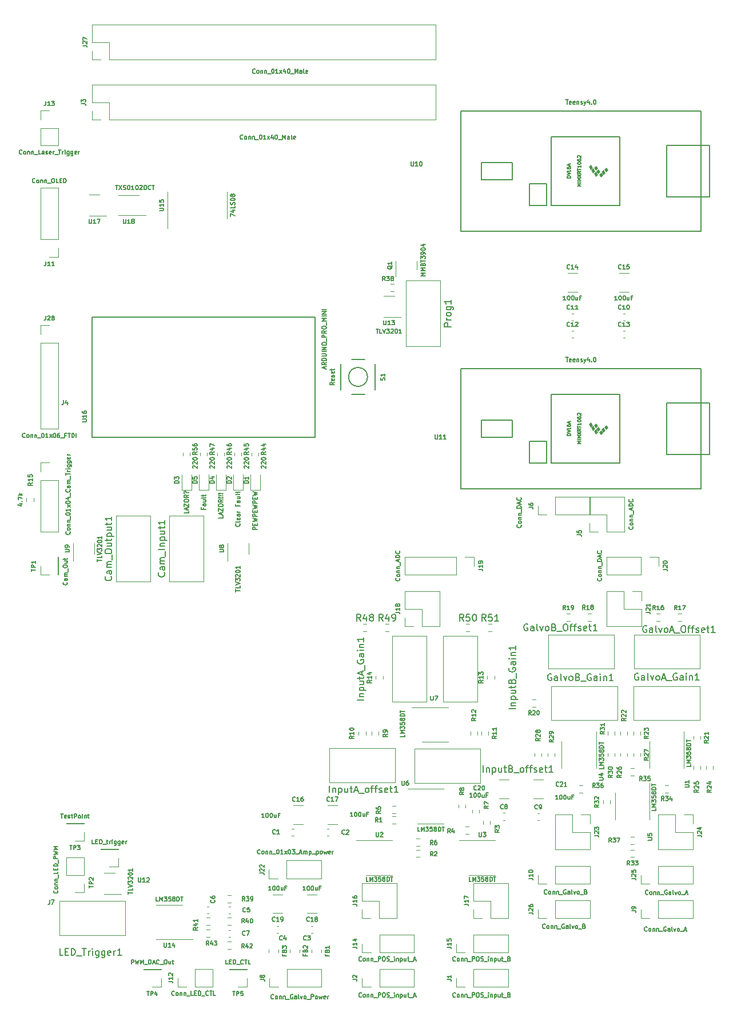
<source format=gbr>
%TF.GenerationSoftware,KiCad,Pcbnew,(6.0.4)*%
%TF.CreationDate,2022-04-16T00:48:39-07:00*%
%TF.ProjectId,main_board,6d61696e-5f62-46f6-9172-642e6b696361,rev?*%
%TF.SameCoordinates,PX48ab840PYb340ac0*%
%TF.FileFunction,Legend,Top*%
%TF.FilePolarity,Positive*%
%FSLAX46Y46*%
G04 Gerber Fmt 4.6, Leading zero omitted, Abs format (unit mm)*
G04 Created by KiCad (PCBNEW (6.0.4)) date 2022-04-16 00:48:39*
%MOMM*%
%LPD*%
G01*
G04 APERTURE LIST*
%ADD10C,0.150000*%
%ADD11C,0.127000*%
%ADD12C,0.120000*%
%ADD13C,0.100000*%
G04 APERTURE END LIST*
D10*
%TO.C,R51*%
X64635142Y52793620D02*
X64301809Y53269810D01*
X64063714Y52793620D02*
X64063714Y53793620D01*
X64444666Y53793620D01*
X64539904Y53746000D01*
X64587523Y53698381D01*
X64635142Y53603143D01*
X64635142Y53460286D01*
X64587523Y53365048D01*
X64539904Y53317429D01*
X64444666Y53269810D01*
X64063714Y53269810D01*
X65539904Y53793620D02*
X65063714Y53793620D01*
X65016095Y53317429D01*
X65063714Y53365048D01*
X65158952Y53412667D01*
X65397047Y53412667D01*
X65492285Y53365048D01*
X65539904Y53317429D01*
X65587523Y53222191D01*
X65587523Y52984096D01*
X65539904Y52888858D01*
X65492285Y52841239D01*
X65397047Y52793620D01*
X65158952Y52793620D01*
X65063714Y52841239D01*
X65016095Y52888858D01*
X66539904Y52793620D02*
X65968476Y52793620D01*
X66254190Y52793620D02*
X66254190Y53793620D01*
X66158952Y53650762D01*
X66063714Y53555524D01*
X65968476Y53507905D01*
%TO.C,R50*%
X61333142Y52793620D02*
X60999809Y53269810D01*
X60761714Y52793620D02*
X60761714Y53793620D01*
X61142666Y53793620D01*
X61237904Y53746000D01*
X61285523Y53698381D01*
X61333142Y53603143D01*
X61333142Y53460286D01*
X61285523Y53365048D01*
X61237904Y53317429D01*
X61142666Y53269810D01*
X60761714Y53269810D01*
X62237904Y53793620D02*
X61761714Y53793620D01*
X61714095Y53317429D01*
X61761714Y53365048D01*
X61856952Y53412667D01*
X62095047Y53412667D01*
X62190285Y53365048D01*
X62237904Y53317429D01*
X62285523Y53222191D01*
X62285523Y52984096D01*
X62237904Y52888858D01*
X62190285Y52841239D01*
X62095047Y52793620D01*
X61856952Y52793620D01*
X61761714Y52841239D01*
X61714095Y52888858D01*
X62904571Y53793620D02*
X62999809Y53793620D01*
X63095047Y53746000D01*
X63142666Y53698381D01*
X63190285Y53603143D01*
X63237904Y53412667D01*
X63237904Y53174572D01*
X63190285Y52984096D01*
X63142666Y52888858D01*
X63095047Y52841239D01*
X62999809Y52793620D01*
X62904571Y52793620D01*
X62809333Y52841239D01*
X62761714Y52888858D01*
X62714095Y52984096D01*
X62666476Y53174572D01*
X62666476Y53412667D01*
X62714095Y53603143D01*
X62761714Y53698381D01*
X62809333Y53746000D01*
X62904571Y53793620D01*
%TO.C,R49*%
X49395142Y52793620D02*
X49061809Y53269810D01*
X48823714Y52793620D02*
X48823714Y53793620D01*
X49204666Y53793620D01*
X49299904Y53746000D01*
X49347523Y53698381D01*
X49395142Y53603143D01*
X49395142Y53460286D01*
X49347523Y53365048D01*
X49299904Y53317429D01*
X49204666Y53269810D01*
X48823714Y53269810D01*
X50252285Y53460286D02*
X50252285Y52793620D01*
X50014190Y53841239D02*
X49776095Y53126953D01*
X50395142Y53126953D01*
X50823714Y52793620D02*
X51014190Y52793620D01*
X51109428Y52841239D01*
X51157047Y52888858D01*
X51252285Y53031715D01*
X51299904Y53222191D01*
X51299904Y53603143D01*
X51252285Y53698381D01*
X51204666Y53746000D01*
X51109428Y53793620D01*
X50918952Y53793620D01*
X50823714Y53746000D01*
X50776095Y53698381D01*
X50728476Y53603143D01*
X50728476Y53365048D01*
X50776095Y53269810D01*
X50823714Y53222191D01*
X50918952Y53174572D01*
X51109428Y53174572D01*
X51204666Y53222191D01*
X51252285Y53269810D01*
X51299904Y53365048D01*
%TO.C,R48*%
X46093142Y52793620D02*
X45759809Y53269810D01*
X45521714Y52793620D02*
X45521714Y53793620D01*
X45902666Y53793620D01*
X45997904Y53746000D01*
X46045523Y53698381D01*
X46093142Y53603143D01*
X46093142Y53460286D01*
X46045523Y53365048D01*
X45997904Y53317429D01*
X45902666Y53269810D01*
X45521714Y53269810D01*
X46950285Y53460286D02*
X46950285Y52793620D01*
X46712190Y53841239D02*
X46474095Y53126953D01*
X47093142Y53126953D01*
X47616952Y53365048D02*
X47521714Y53412667D01*
X47474095Y53460286D01*
X47426476Y53555524D01*
X47426476Y53603143D01*
X47474095Y53698381D01*
X47521714Y53746000D01*
X47616952Y53793620D01*
X47807428Y53793620D01*
X47902666Y53746000D01*
X47950285Y53698381D01*
X47997904Y53603143D01*
X47997904Y53555524D01*
X47950285Y53460286D01*
X47902666Y53412667D01*
X47807428Y53365048D01*
X47616952Y53365048D01*
X47521714Y53317429D01*
X47474095Y53269810D01*
X47426476Y53174572D01*
X47426476Y52984096D01*
X47474095Y52888858D01*
X47521714Y52841239D01*
X47616952Y52793620D01*
X47807428Y52793620D01*
X47902666Y52841239D01*
X47950285Y52888858D01*
X47997904Y52984096D01*
X47997904Y53174572D01*
X47950285Y53269810D01*
X47902666Y53317429D01*
X47807428Y53365048D01*
D11*
%TO.C,U17*%
X5883808Y112247744D02*
X5883808Y111733696D01*
X5914046Y111673220D01*
X5944284Y111642982D01*
X6004760Y111612744D01*
X6125713Y111612744D01*
X6186189Y111642982D01*
X6216427Y111673220D01*
X6246665Y111733696D01*
X6246665Y112247744D01*
X6881665Y111612744D02*
X6518808Y111612744D01*
X6700237Y111612744D02*
X6700237Y112247744D01*
X6639760Y112157029D01*
X6579284Y112096553D01*
X6518808Y112066315D01*
X7093332Y112247744D02*
X7516665Y112247744D01*
X7244522Y111612744D01*
D10*
%TO.C,InputB_Gain1*%
X69032380Y39807143D02*
X68032380Y39807143D01*
X68365714Y40283334D02*
X69032380Y40283334D01*
X68460952Y40283334D02*
X68413333Y40330953D01*
X68365714Y40426191D01*
X68365714Y40569048D01*
X68413333Y40664286D01*
X68508571Y40711905D01*
X69032380Y40711905D01*
X68365714Y41188096D02*
X69365714Y41188096D01*
X68413333Y41188096D02*
X68365714Y41283334D01*
X68365714Y41473810D01*
X68413333Y41569048D01*
X68460952Y41616667D01*
X68556190Y41664286D01*
X68841904Y41664286D01*
X68937142Y41616667D01*
X68984761Y41569048D01*
X69032380Y41473810D01*
X69032380Y41283334D01*
X68984761Y41188096D01*
X68365714Y42521429D02*
X69032380Y42521429D01*
X68365714Y42092858D02*
X68889523Y42092858D01*
X68984761Y42140477D01*
X69032380Y42235715D01*
X69032380Y42378572D01*
X68984761Y42473810D01*
X68937142Y42521429D01*
X68365714Y42854762D02*
X68365714Y43235715D01*
X68032380Y42997620D02*
X68889523Y42997620D01*
X68984761Y43045239D01*
X69032380Y43140477D01*
X69032380Y43235715D01*
X68508571Y43902381D02*
X68556190Y44045239D01*
X68603809Y44092858D01*
X68699047Y44140477D01*
X68841904Y44140477D01*
X68937142Y44092858D01*
X68984761Y44045239D01*
X69032380Y43950000D01*
X69032380Y43569048D01*
X68032380Y43569048D01*
X68032380Y43902381D01*
X68080000Y43997620D01*
X68127619Y44045239D01*
X68222857Y44092858D01*
X68318095Y44092858D01*
X68413333Y44045239D01*
X68460952Y43997620D01*
X68508571Y43902381D01*
X68508571Y43569048D01*
X69127619Y44330953D02*
X69127619Y45092858D01*
X68080000Y45854762D02*
X68032380Y45759524D01*
X68032380Y45616667D01*
X68080000Y45473810D01*
X68175238Y45378572D01*
X68270476Y45330953D01*
X68460952Y45283334D01*
X68603809Y45283334D01*
X68794285Y45330953D01*
X68889523Y45378572D01*
X68984761Y45473810D01*
X69032380Y45616667D01*
X69032380Y45711905D01*
X68984761Y45854762D01*
X68937142Y45902381D01*
X68603809Y45902381D01*
X68603809Y45711905D01*
X69032380Y46759524D02*
X68508571Y46759524D01*
X68413333Y46711905D01*
X68365714Y46616667D01*
X68365714Y46426191D01*
X68413333Y46330953D01*
X68984761Y46759524D02*
X69032380Y46664286D01*
X69032380Y46426191D01*
X68984761Y46330953D01*
X68889523Y46283334D01*
X68794285Y46283334D01*
X68699047Y46330953D01*
X68651428Y46426191D01*
X68651428Y46664286D01*
X68603809Y46759524D01*
X69032380Y47235715D02*
X68365714Y47235715D01*
X68032380Y47235715D02*
X68080000Y47188096D01*
X68127619Y47235715D01*
X68080000Y47283334D01*
X68032380Y47235715D01*
X68127619Y47235715D01*
X68365714Y47711905D02*
X69032380Y47711905D01*
X68460952Y47711905D02*
X68413333Y47759524D01*
X68365714Y47854762D01*
X68365714Y47997620D01*
X68413333Y48092858D01*
X68508571Y48140477D01*
X69032380Y48140477D01*
X69032380Y49140477D02*
X69032380Y48569048D01*
X69032380Y48854762D02*
X68032380Y48854762D01*
X68175238Y48759524D01*
X68270476Y48664286D01*
X68318095Y48569048D01*
D11*
%TO.C,R5*%
X49055261Y24735367D02*
X48752880Y24523700D01*
X49055261Y24372510D02*
X48420261Y24372510D01*
X48420261Y24614415D01*
X48450500Y24674891D01*
X48480738Y24705129D01*
X48541214Y24735367D01*
X48631928Y24735367D01*
X48692404Y24705129D01*
X48722642Y24674891D01*
X48752880Y24614415D01*
X48752880Y24372510D01*
X48420261Y25309891D02*
X48420261Y25007510D01*
X48722642Y24977272D01*
X48692404Y25007510D01*
X48662166Y25067986D01*
X48662166Y25219177D01*
X48692404Y25279653D01*
X48722642Y25309891D01*
X48783119Y25340129D01*
X48934309Y25340129D01*
X48994785Y25309891D01*
X49025023Y25279653D01*
X49055261Y25219177D01*
X49055261Y25067986D01*
X49025023Y25007510D01*
X48994785Y24977272D01*
%TO.C,C20*%
X63244185Y27865615D02*
X63213947Y27835377D01*
X63123233Y27805139D01*
X63062757Y27805139D01*
X62972042Y27835377D01*
X62911566Y27895853D01*
X62881328Y27956329D01*
X62851090Y28077281D01*
X62851090Y28167996D01*
X62881328Y28288948D01*
X62911566Y28349424D01*
X62972042Y28409900D01*
X63062757Y28440139D01*
X63123233Y28440139D01*
X63213947Y28409900D01*
X63244185Y28379662D01*
X63486090Y28379662D02*
X63516328Y28409900D01*
X63576804Y28440139D01*
X63727995Y28440139D01*
X63788471Y28409900D01*
X63818709Y28379662D01*
X63848947Y28319186D01*
X63848947Y28258710D01*
X63818709Y28167996D01*
X63455852Y27805139D01*
X63848947Y27805139D01*
X64242042Y28440139D02*
X64302519Y28440139D01*
X64362995Y28409900D01*
X64393233Y28379662D01*
X64423471Y28319186D01*
X64453709Y28198234D01*
X64453709Y28047043D01*
X64423471Y27926091D01*
X64393233Y27865615D01*
X64362995Y27835377D01*
X64302519Y27805139D01*
X64242042Y27805139D01*
X64181566Y27835377D01*
X64151328Y27865615D01*
X64121090Y27926091D01*
X64090852Y28047043D01*
X64090852Y28198234D01*
X64121090Y28319186D01*
X64151328Y28379662D01*
X64181566Y28409900D01*
X64242042Y28440139D01*
X62618861Y26738339D02*
X62256004Y26738339D01*
X62437433Y26738339D02*
X62437433Y27373339D01*
X62376957Y27282624D01*
X62316480Y27222148D01*
X62256004Y27191910D01*
X63011957Y27373339D02*
X63072433Y27373339D01*
X63132909Y27343100D01*
X63163147Y27312862D01*
X63193385Y27252386D01*
X63223623Y27131434D01*
X63223623Y26980243D01*
X63193385Y26859291D01*
X63163147Y26798815D01*
X63132909Y26768577D01*
X63072433Y26738339D01*
X63011957Y26738339D01*
X62951480Y26768577D01*
X62921242Y26798815D01*
X62891004Y26859291D01*
X62860766Y26980243D01*
X62860766Y27131434D01*
X62891004Y27252386D01*
X62921242Y27312862D01*
X62951480Y27343100D01*
X63011957Y27373339D01*
X63616719Y27373339D02*
X63677195Y27373339D01*
X63737671Y27343100D01*
X63767909Y27312862D01*
X63798147Y27252386D01*
X63828385Y27131434D01*
X63828385Y26980243D01*
X63798147Y26859291D01*
X63767909Y26798815D01*
X63737671Y26768577D01*
X63677195Y26738339D01*
X63616719Y26738339D01*
X63556242Y26768577D01*
X63526004Y26798815D01*
X63495766Y26859291D01*
X63465528Y26980243D01*
X63465528Y27131434D01*
X63495766Y27252386D01*
X63526004Y27312862D01*
X63556242Y27343100D01*
X63616719Y27373339D01*
X64372671Y27161672D02*
X64372671Y26738339D01*
X64100528Y27161672D02*
X64100528Y26829053D01*
X64130766Y26768577D01*
X64191242Y26738339D01*
X64281957Y26738339D01*
X64342433Y26768577D01*
X64372671Y26798815D01*
X64886719Y27070958D02*
X64675052Y27070958D01*
X64675052Y26738339D02*
X64675052Y27373339D01*
X64977433Y27373339D01*
%TO.C,R34*%
X91031785Y26230339D02*
X90820119Y26532720D01*
X90668928Y26230339D02*
X90668928Y26865339D01*
X90910833Y26865339D01*
X90971309Y26835100D01*
X91001547Y26804862D01*
X91031785Y26744386D01*
X91031785Y26653672D01*
X91001547Y26593196D01*
X90971309Y26562958D01*
X90910833Y26532720D01*
X90668928Y26532720D01*
X91243452Y26865339D02*
X91636547Y26865339D01*
X91424880Y26623434D01*
X91515595Y26623434D01*
X91576071Y26593196D01*
X91606309Y26562958D01*
X91636547Y26502481D01*
X91636547Y26351291D01*
X91606309Y26290815D01*
X91576071Y26260577D01*
X91515595Y26230339D01*
X91334166Y26230339D01*
X91273690Y26260577D01*
X91243452Y26290815D01*
X92180833Y26653672D02*
X92180833Y26230339D01*
X92029642Y26895577D02*
X91878452Y26442005D01*
X92271547Y26442005D01*
D10*
%TO.C,GalvoB_Gain1*%
X74352685Y44950000D02*
X74257447Y44997620D01*
X74114590Y44997620D01*
X73971733Y44950000D01*
X73876495Y44854762D01*
X73828876Y44759524D01*
X73781257Y44569048D01*
X73781257Y44426191D01*
X73828876Y44235715D01*
X73876495Y44140477D01*
X73971733Y44045239D01*
X74114590Y43997620D01*
X74209828Y43997620D01*
X74352685Y44045239D01*
X74400304Y44092858D01*
X74400304Y44426191D01*
X74209828Y44426191D01*
X75257447Y43997620D02*
X75257447Y44521429D01*
X75209828Y44616667D01*
X75114590Y44664286D01*
X74924114Y44664286D01*
X74828876Y44616667D01*
X75257447Y44045239D02*
X75162209Y43997620D01*
X74924114Y43997620D01*
X74828876Y44045239D01*
X74781257Y44140477D01*
X74781257Y44235715D01*
X74828876Y44330953D01*
X74924114Y44378572D01*
X75162209Y44378572D01*
X75257447Y44426191D01*
X75876495Y43997620D02*
X75781257Y44045239D01*
X75733638Y44140477D01*
X75733638Y44997620D01*
X76162209Y44664286D02*
X76400304Y43997620D01*
X76638400Y44664286D01*
X77162209Y43997620D02*
X77066971Y44045239D01*
X77019352Y44092858D01*
X76971733Y44188096D01*
X76971733Y44473810D01*
X77019352Y44569048D01*
X77066971Y44616667D01*
X77162209Y44664286D01*
X77305066Y44664286D01*
X77400304Y44616667D01*
X77447923Y44569048D01*
X77495542Y44473810D01*
X77495542Y44188096D01*
X77447923Y44092858D01*
X77400304Y44045239D01*
X77305066Y43997620D01*
X77162209Y43997620D01*
X78257447Y44521429D02*
X78400304Y44473810D01*
X78447923Y44426191D01*
X78495542Y44330953D01*
X78495542Y44188096D01*
X78447923Y44092858D01*
X78400304Y44045239D01*
X78305066Y43997620D01*
X77924114Y43997620D01*
X77924114Y44997620D01*
X78257447Y44997620D01*
X78352685Y44950000D01*
X78400304Y44902381D01*
X78447923Y44807143D01*
X78447923Y44711905D01*
X78400304Y44616667D01*
X78352685Y44569048D01*
X78257447Y44521429D01*
X77924114Y44521429D01*
X78686019Y43902381D02*
X79447923Y43902381D01*
X80209828Y44950000D02*
X80114590Y44997620D01*
X79971733Y44997620D01*
X79828876Y44950000D01*
X79733638Y44854762D01*
X79686019Y44759524D01*
X79638400Y44569048D01*
X79638400Y44426191D01*
X79686019Y44235715D01*
X79733638Y44140477D01*
X79828876Y44045239D01*
X79971733Y43997620D01*
X80066971Y43997620D01*
X80209828Y44045239D01*
X80257447Y44092858D01*
X80257447Y44426191D01*
X80066971Y44426191D01*
X81114590Y43997620D02*
X81114590Y44521429D01*
X81066971Y44616667D01*
X80971733Y44664286D01*
X80781257Y44664286D01*
X80686019Y44616667D01*
X81114590Y44045239D02*
X81019352Y43997620D01*
X80781257Y43997620D01*
X80686019Y44045239D01*
X80638400Y44140477D01*
X80638400Y44235715D01*
X80686019Y44330953D01*
X80781257Y44378572D01*
X81019352Y44378572D01*
X81114590Y44426191D01*
X81590780Y43997620D02*
X81590780Y44664286D01*
X81590780Y44997620D02*
X81543161Y44950000D01*
X81590780Y44902381D01*
X81638400Y44950000D01*
X81590780Y44997620D01*
X81590780Y44902381D01*
X82066971Y44664286D02*
X82066971Y43997620D01*
X82066971Y44569048D02*
X82114590Y44616667D01*
X82209828Y44664286D01*
X82352685Y44664286D01*
X82447923Y44616667D01*
X82495542Y44521429D01*
X82495542Y43997620D01*
X83495542Y43997620D02*
X82924114Y43997620D01*
X83209828Y43997620D02*
X83209828Y44997620D01*
X83114590Y44854762D01*
X83019352Y44759524D01*
X82924114Y44711905D01*
D11*
%TO.C,C6*%
X24458385Y11527367D02*
X24488623Y11497129D01*
X24518861Y11406415D01*
X24518861Y11345939D01*
X24488623Y11255224D01*
X24428147Y11194748D01*
X24367671Y11164510D01*
X24246719Y11134272D01*
X24156004Y11134272D01*
X24035052Y11164510D01*
X23974576Y11194748D01*
X23914100Y11255224D01*
X23883861Y11345939D01*
X23883861Y11406415D01*
X23914100Y11497129D01*
X23944338Y11527367D01*
X23883861Y12071653D02*
X23883861Y11950700D01*
X23914100Y11890224D01*
X23944338Y11859986D01*
X24035052Y11799510D01*
X24156004Y11769272D01*
X24397909Y11769272D01*
X24458385Y11799510D01*
X24488623Y11829748D01*
X24518861Y11890224D01*
X24518861Y12011177D01*
X24488623Y12071653D01*
X24458385Y12101891D01*
X24397909Y12132129D01*
X24246719Y12132129D01*
X24186242Y12101891D01*
X24156004Y12071653D01*
X24125766Y12011177D01*
X24125766Y11890224D01*
X24156004Y11829748D01*
X24186242Y11799510D01*
X24246719Y11769272D01*
%TO.C,R14*%
X47727267Y44041786D02*
X47424886Y43830120D01*
X47727267Y43678929D02*
X47092267Y43678929D01*
X47092267Y43920834D01*
X47122506Y43981310D01*
X47152744Y44011548D01*
X47213220Y44041786D01*
X47303934Y44041786D01*
X47364410Y44011548D01*
X47394648Y43981310D01*
X47424886Y43920834D01*
X47424886Y43678929D01*
X47727267Y44646548D02*
X47727267Y44283691D01*
X47727267Y44465120D02*
X47092267Y44465120D01*
X47182982Y44404643D01*
X47243458Y44344167D01*
X47273696Y44283691D01*
X47303934Y45190834D02*
X47727267Y45190834D01*
X47062029Y45039643D02*
X47515601Y44888453D01*
X47515601Y45281548D01*
%TO.C,U7*%
X56491196Y41722739D02*
X56491196Y41208691D01*
X56521434Y41148215D01*
X56551672Y41117977D01*
X56612148Y41087739D01*
X56733101Y41087739D01*
X56793577Y41117977D01*
X56823815Y41148215D01*
X56854053Y41208691D01*
X56854053Y41722739D01*
X57095958Y41722739D02*
X57519291Y41722739D01*
X57247148Y41087739D01*
X52611261Y35959143D02*
X52611261Y35656762D01*
X51976261Y35656762D01*
X52611261Y36170810D02*
X51976261Y36170810D01*
X52429833Y36382477D01*
X51976261Y36594143D01*
X52611261Y36594143D01*
X51976261Y36836048D02*
X51976261Y37229143D01*
X52218166Y37017477D01*
X52218166Y37108191D01*
X52248404Y37168667D01*
X52278642Y37198905D01*
X52339119Y37229143D01*
X52490309Y37229143D01*
X52550785Y37198905D01*
X52581023Y37168667D01*
X52611261Y37108191D01*
X52611261Y36926762D01*
X52581023Y36866286D01*
X52550785Y36836048D01*
X51976261Y37803667D02*
X51976261Y37501286D01*
X52278642Y37471048D01*
X52248404Y37501286D01*
X52218166Y37561762D01*
X52218166Y37712953D01*
X52248404Y37773429D01*
X52278642Y37803667D01*
X52339119Y37833905D01*
X52490309Y37833905D01*
X52550785Y37803667D01*
X52581023Y37773429D01*
X52611261Y37712953D01*
X52611261Y37561762D01*
X52581023Y37501286D01*
X52550785Y37471048D01*
X52248404Y38196762D02*
X52218166Y38136286D01*
X52187928Y38106048D01*
X52127452Y38075810D01*
X52097214Y38075810D01*
X52036738Y38106048D01*
X52006500Y38136286D01*
X51976261Y38196762D01*
X51976261Y38317715D01*
X52006500Y38378191D01*
X52036738Y38408429D01*
X52097214Y38438667D01*
X52127452Y38438667D01*
X52187928Y38408429D01*
X52218166Y38378191D01*
X52248404Y38317715D01*
X52248404Y38196762D01*
X52278642Y38136286D01*
X52308880Y38106048D01*
X52369357Y38075810D01*
X52490309Y38075810D01*
X52550785Y38106048D01*
X52581023Y38136286D01*
X52611261Y38196762D01*
X52611261Y38317715D01*
X52581023Y38378191D01*
X52550785Y38408429D01*
X52490309Y38438667D01*
X52369357Y38438667D01*
X52308880Y38408429D01*
X52278642Y38378191D01*
X52248404Y38317715D01*
X52611261Y38710810D02*
X51976261Y38710810D01*
X51976261Y38862000D01*
X52006500Y38952715D01*
X52066976Y39013191D01*
X52127452Y39043429D01*
X52248404Y39073667D01*
X52339119Y39073667D01*
X52460071Y39043429D01*
X52520547Y39013191D01*
X52581023Y38952715D01*
X52611261Y38862000D01*
X52611261Y38710810D01*
X51976261Y39255096D02*
X51976261Y39617953D01*
X52611261Y39436524D02*
X51976261Y39436524D01*
%TO.C,R28*%
X72677261Y35456586D02*
X72374880Y35244920D01*
X72677261Y35093729D02*
X72042261Y35093729D01*
X72042261Y35335634D01*
X72072500Y35396110D01*
X72102738Y35426348D01*
X72163214Y35456586D01*
X72253928Y35456586D01*
X72314404Y35426348D01*
X72344642Y35396110D01*
X72374880Y35335634D01*
X72374880Y35093729D01*
X72102738Y35698491D02*
X72072500Y35728729D01*
X72042261Y35789205D01*
X72042261Y35940396D01*
X72072500Y36000872D01*
X72102738Y36031110D01*
X72163214Y36061348D01*
X72223690Y36061348D01*
X72314404Y36031110D01*
X72677261Y35668253D01*
X72677261Y36061348D01*
X72314404Y36424205D02*
X72284166Y36363729D01*
X72253928Y36333491D01*
X72193452Y36303253D01*
X72163214Y36303253D01*
X72102738Y36333491D01*
X72072500Y36363729D01*
X72042261Y36424205D01*
X72042261Y36545158D01*
X72072500Y36605634D01*
X72102738Y36635872D01*
X72163214Y36666110D01*
X72193452Y36666110D01*
X72253928Y36635872D01*
X72284166Y36605634D01*
X72314404Y36545158D01*
X72314404Y36424205D01*
X72344642Y36363729D01*
X72374880Y36333491D01*
X72435357Y36303253D01*
X72556309Y36303253D01*
X72616785Y36333491D01*
X72647023Y36363729D01*
X72677261Y36424205D01*
X72677261Y36545158D01*
X72647023Y36605634D01*
X72616785Y36635872D01*
X72556309Y36666110D01*
X72435357Y36666110D01*
X72374880Y36635872D01*
X72344642Y36605634D01*
X72314404Y36545158D01*
%TO.C,J3*%
X4732261Y129328334D02*
X5185833Y129328334D01*
X5276547Y129298096D01*
X5337023Y129237620D01*
X5367261Y129146905D01*
X5367261Y129086429D01*
X4732261Y129570239D02*
X4732261Y129963334D01*
X4974166Y129751667D01*
X4974166Y129842381D01*
X5004404Y129902858D01*
X5034642Y129933096D01*
X5095119Y129963334D01*
X5246309Y129963334D01*
X5306785Y129933096D01*
X5337023Y129902858D01*
X5367261Y129842381D01*
X5367261Y129660953D01*
X5337023Y129600477D01*
X5306785Y129570239D01*
X28655433Y124131615D02*
X28625195Y124101377D01*
X28534480Y124071139D01*
X28474004Y124071139D01*
X28383290Y124101377D01*
X28322814Y124161853D01*
X28292576Y124222329D01*
X28262338Y124343281D01*
X28262338Y124433996D01*
X28292576Y124554948D01*
X28322814Y124615424D01*
X28383290Y124675900D01*
X28474004Y124706139D01*
X28534480Y124706139D01*
X28625195Y124675900D01*
X28655433Y124645662D01*
X29018290Y124071139D02*
X28957814Y124101377D01*
X28927576Y124131615D01*
X28897338Y124192091D01*
X28897338Y124373520D01*
X28927576Y124433996D01*
X28957814Y124464234D01*
X29018290Y124494472D01*
X29109004Y124494472D01*
X29169480Y124464234D01*
X29199719Y124433996D01*
X29229957Y124373520D01*
X29229957Y124192091D01*
X29199719Y124131615D01*
X29169480Y124101377D01*
X29109004Y124071139D01*
X29018290Y124071139D01*
X29502100Y124494472D02*
X29502100Y124071139D01*
X29502100Y124433996D02*
X29532338Y124464234D01*
X29592814Y124494472D01*
X29683528Y124494472D01*
X29744004Y124464234D01*
X29774242Y124403758D01*
X29774242Y124071139D01*
X30076623Y124494472D02*
X30076623Y124071139D01*
X30076623Y124433996D02*
X30106861Y124464234D01*
X30167338Y124494472D01*
X30258052Y124494472D01*
X30318528Y124464234D01*
X30348766Y124403758D01*
X30348766Y124071139D01*
X30499957Y124010662D02*
X30983766Y124010662D01*
X31255909Y124706139D02*
X31316385Y124706139D01*
X31376861Y124675900D01*
X31407100Y124645662D01*
X31437338Y124585186D01*
X31467576Y124464234D01*
X31467576Y124313043D01*
X31437338Y124192091D01*
X31407100Y124131615D01*
X31376861Y124101377D01*
X31316385Y124071139D01*
X31255909Y124071139D01*
X31195433Y124101377D01*
X31165195Y124131615D01*
X31134957Y124192091D01*
X31104719Y124313043D01*
X31104719Y124464234D01*
X31134957Y124585186D01*
X31165195Y124645662D01*
X31195433Y124675900D01*
X31255909Y124706139D01*
X32072338Y124071139D02*
X31709480Y124071139D01*
X31890909Y124071139D02*
X31890909Y124706139D01*
X31830433Y124615424D01*
X31769957Y124554948D01*
X31709480Y124524710D01*
X32284004Y124071139D02*
X32616623Y124494472D01*
X32284004Y124494472D02*
X32616623Y124071139D01*
X33130671Y124494472D02*
X33130671Y124071139D01*
X32979480Y124736377D02*
X32828290Y124282805D01*
X33221385Y124282805D01*
X33584242Y124706139D02*
X33644719Y124706139D01*
X33705195Y124675900D01*
X33735433Y124645662D01*
X33765671Y124585186D01*
X33795909Y124464234D01*
X33795909Y124313043D01*
X33765671Y124192091D01*
X33735433Y124131615D01*
X33705195Y124101377D01*
X33644719Y124071139D01*
X33584242Y124071139D01*
X33523766Y124101377D01*
X33493528Y124131615D01*
X33463290Y124192091D01*
X33433052Y124313043D01*
X33433052Y124464234D01*
X33463290Y124585186D01*
X33493528Y124645662D01*
X33523766Y124675900D01*
X33584242Y124706139D01*
X33916861Y124010662D02*
X34400671Y124010662D01*
X34551861Y124071139D02*
X34551861Y124706139D01*
X34763528Y124252567D01*
X34975195Y124706139D01*
X34975195Y124071139D01*
X35549719Y124071139D02*
X35549719Y124403758D01*
X35519480Y124464234D01*
X35459004Y124494472D01*
X35338052Y124494472D01*
X35277576Y124464234D01*
X35549719Y124101377D02*
X35489242Y124071139D01*
X35338052Y124071139D01*
X35277576Y124101377D01*
X35247338Y124161853D01*
X35247338Y124222329D01*
X35277576Y124282805D01*
X35338052Y124313043D01*
X35489242Y124313043D01*
X35549719Y124343281D01*
X35942814Y124071139D02*
X35882338Y124101377D01*
X35852100Y124161853D01*
X35852100Y124706139D01*
X36426623Y124101377D02*
X36366147Y124071139D01*
X36245195Y124071139D01*
X36184719Y124101377D01*
X36154480Y124161853D01*
X36154480Y124403758D01*
X36184719Y124464234D01*
X36245195Y124494472D01*
X36366147Y124494472D01*
X36426623Y124464234D01*
X36456861Y124403758D01*
X36456861Y124343281D01*
X36154480Y124282805D01*
%TO.C,TP2*%
X5900661Y13321091D02*
X5900661Y13683948D01*
X6535661Y13502520D02*
X5900661Y13502520D01*
X6535661Y13895615D02*
X5900661Y13895615D01*
X5900661Y14137520D01*
X5930900Y14197996D01*
X5961138Y14228234D01*
X6021614Y14258472D01*
X6112328Y14258472D01*
X6172804Y14228234D01*
X6203042Y14197996D01*
X6233280Y14137520D01*
X6233280Y13895615D01*
X5961138Y14500377D02*
X5930900Y14530615D01*
X5900661Y14591091D01*
X5900661Y14742281D01*
X5930900Y14802758D01*
X5961138Y14832996D01*
X6021614Y14863234D01*
X6082090Y14863234D01*
X6172804Y14832996D01*
X6535661Y14470139D01*
X6535661Y14863234D01*
X6667500Y19822739D02*
X6365119Y19822739D01*
X6365119Y20457739D01*
X6879166Y20155358D02*
X7090833Y20155358D01*
X7181547Y19822739D02*
X6879166Y19822739D01*
X6879166Y20457739D01*
X7181547Y20457739D01*
X7453690Y19822739D02*
X7453690Y20457739D01*
X7604880Y20457739D01*
X7695595Y20427500D01*
X7756071Y20367024D01*
X7786309Y20306548D01*
X7816547Y20185596D01*
X7816547Y20094881D01*
X7786309Y19973929D01*
X7756071Y19913453D01*
X7695595Y19852977D01*
X7604880Y19822739D01*
X7453690Y19822739D01*
X7937500Y19762262D02*
X8421309Y19762262D01*
X8481785Y20246072D02*
X8723690Y20246072D01*
X8572500Y20457739D02*
X8572500Y19913453D01*
X8602738Y19852977D01*
X8663214Y19822739D01*
X8723690Y19822739D01*
X8935357Y19822739D02*
X8935357Y20246072D01*
X8935357Y20125120D02*
X8965595Y20185596D01*
X8995833Y20215834D01*
X9056309Y20246072D01*
X9116785Y20246072D01*
X9328452Y19822739D02*
X9328452Y20246072D01*
X9328452Y20457739D02*
X9298214Y20427500D01*
X9328452Y20397262D01*
X9358690Y20427500D01*
X9328452Y20457739D01*
X9328452Y20397262D01*
X9902976Y20246072D02*
X9902976Y19732024D01*
X9872738Y19671548D01*
X9842500Y19641310D01*
X9782023Y19611072D01*
X9691309Y19611072D01*
X9630833Y19641310D01*
X9902976Y19852977D02*
X9842500Y19822739D01*
X9721547Y19822739D01*
X9661071Y19852977D01*
X9630833Y19883215D01*
X9600595Y19943691D01*
X9600595Y20125120D01*
X9630833Y20185596D01*
X9661071Y20215834D01*
X9721547Y20246072D01*
X9842500Y20246072D01*
X9902976Y20215834D01*
X10477500Y20246072D02*
X10477500Y19732024D01*
X10447261Y19671548D01*
X10417023Y19641310D01*
X10356547Y19611072D01*
X10265833Y19611072D01*
X10205357Y19641310D01*
X10477500Y19852977D02*
X10417023Y19822739D01*
X10296071Y19822739D01*
X10235595Y19852977D01*
X10205357Y19883215D01*
X10175119Y19943691D01*
X10175119Y20125120D01*
X10205357Y20185596D01*
X10235595Y20215834D01*
X10296071Y20246072D01*
X10417023Y20246072D01*
X10477500Y20215834D01*
X11021785Y19852977D02*
X10961309Y19822739D01*
X10840357Y19822739D01*
X10779880Y19852977D01*
X10749642Y19913453D01*
X10749642Y20155358D01*
X10779880Y20215834D01*
X10840357Y20246072D01*
X10961309Y20246072D01*
X11021785Y20215834D01*
X11052023Y20155358D01*
X11052023Y20094881D01*
X10749642Y20034405D01*
X11324166Y19822739D02*
X11324166Y20246072D01*
X11324166Y20125120D02*
X11354404Y20185596D01*
X11384642Y20215834D01*
X11445119Y20246072D01*
X11505595Y20246072D01*
%TO.C,J20*%
X90882261Y60445953D02*
X91335833Y60445953D01*
X91426547Y60415715D01*
X91487023Y60355239D01*
X91517261Y60264524D01*
X91517261Y60204048D01*
X90942738Y60718096D02*
X90912500Y60748334D01*
X90882261Y60808810D01*
X90882261Y60960000D01*
X90912500Y61020477D01*
X90942738Y61050715D01*
X91003214Y61080953D01*
X91063690Y61080953D01*
X91154404Y61050715D01*
X91517261Y60687858D01*
X91517261Y61080953D01*
X90882261Y61474048D02*
X90882261Y61534524D01*
X90912500Y61595000D01*
X90942738Y61625239D01*
X91003214Y61655477D01*
X91124166Y61685715D01*
X91275357Y61685715D01*
X91396309Y61655477D01*
X91456785Y61625239D01*
X91487023Y61595000D01*
X91517261Y61534524D01*
X91517261Y61474048D01*
X91487023Y61413572D01*
X91456785Y61383334D01*
X91396309Y61353096D01*
X91275357Y61322858D01*
X91124166Y61322858D01*
X91003214Y61353096D01*
X90942738Y61383334D01*
X90912500Y61413572D01*
X90882261Y61474048D01*
X81716785Y59145715D02*
X81747023Y59115477D01*
X81777261Y59024762D01*
X81777261Y58964286D01*
X81747023Y58873572D01*
X81686547Y58813096D01*
X81626071Y58782858D01*
X81505119Y58752620D01*
X81414404Y58752620D01*
X81293452Y58782858D01*
X81232976Y58813096D01*
X81172500Y58873572D01*
X81142261Y58964286D01*
X81142261Y59024762D01*
X81172500Y59115477D01*
X81202738Y59145715D01*
X81777261Y59508572D02*
X81747023Y59448096D01*
X81716785Y59417858D01*
X81656309Y59387620D01*
X81474880Y59387620D01*
X81414404Y59417858D01*
X81384166Y59448096D01*
X81353928Y59508572D01*
X81353928Y59599286D01*
X81384166Y59659762D01*
X81414404Y59690000D01*
X81474880Y59720239D01*
X81656309Y59720239D01*
X81716785Y59690000D01*
X81747023Y59659762D01*
X81777261Y59599286D01*
X81777261Y59508572D01*
X81353928Y59992381D02*
X81777261Y59992381D01*
X81414404Y59992381D02*
X81384166Y60022620D01*
X81353928Y60083096D01*
X81353928Y60173810D01*
X81384166Y60234286D01*
X81444642Y60264524D01*
X81777261Y60264524D01*
X81353928Y60566905D02*
X81777261Y60566905D01*
X81414404Y60566905D02*
X81384166Y60597143D01*
X81353928Y60657620D01*
X81353928Y60748334D01*
X81384166Y60808810D01*
X81444642Y60839048D01*
X81777261Y60839048D01*
X81837738Y60990239D02*
X81837738Y61474048D01*
X81777261Y61625239D02*
X81142261Y61625239D01*
X81142261Y61776429D01*
X81172500Y61867143D01*
X81232976Y61927620D01*
X81293452Y61957858D01*
X81414404Y61988096D01*
X81505119Y61988096D01*
X81626071Y61957858D01*
X81686547Y61927620D01*
X81747023Y61867143D01*
X81777261Y61776429D01*
X81777261Y61625239D01*
X81595833Y62230000D02*
X81595833Y62532381D01*
X81777261Y62169524D02*
X81142261Y62381191D01*
X81777261Y62592858D01*
X81716785Y63167381D02*
X81747023Y63137143D01*
X81777261Y63046429D01*
X81777261Y62985953D01*
X81747023Y62895239D01*
X81686547Y62834762D01*
X81626071Y62804524D01*
X81505119Y62774286D01*
X81414404Y62774286D01*
X81293452Y62804524D01*
X81232976Y62834762D01*
X81172500Y62895239D01*
X81142261Y62985953D01*
X81142261Y63046429D01*
X81172500Y63137143D01*
X81202738Y63167381D01*
%TO.C,U15*%
X16282261Y113513810D02*
X16796309Y113513810D01*
X16856785Y113544048D01*
X16887023Y113574286D01*
X16917261Y113634762D01*
X16917261Y113755715D01*
X16887023Y113816191D01*
X16856785Y113846429D01*
X16796309Y113876667D01*
X16282261Y113876667D01*
X16917261Y114511667D02*
X16917261Y114148810D01*
X16917261Y114330239D02*
X16282261Y114330239D01*
X16372976Y114269762D01*
X16433452Y114209286D01*
X16463690Y114148810D01*
X16282261Y115086191D02*
X16282261Y114783810D01*
X16584642Y114753572D01*
X16554404Y114783810D01*
X16524166Y114844286D01*
X16524166Y114995477D01*
X16554404Y115055953D01*
X16584642Y115086191D01*
X16645119Y115116429D01*
X16796309Y115116429D01*
X16856785Y115086191D01*
X16887023Y115055953D01*
X16917261Y114995477D01*
X16917261Y114844286D01*
X16887023Y114783810D01*
X16856785Y114753572D01*
X26842261Y112621786D02*
X26842261Y113045120D01*
X27477261Y112772977D01*
X27053928Y113559167D02*
X27477261Y113559167D01*
X26812023Y113407977D02*
X27265595Y113256786D01*
X27265595Y113649881D01*
X27477261Y114194167D02*
X27477261Y113891786D01*
X26842261Y113891786D01*
X27447023Y114375596D02*
X27477261Y114466310D01*
X27477261Y114617500D01*
X27447023Y114677977D01*
X27416785Y114708215D01*
X27356309Y114738453D01*
X27295833Y114738453D01*
X27235357Y114708215D01*
X27205119Y114677977D01*
X27174880Y114617500D01*
X27144642Y114496548D01*
X27114404Y114436072D01*
X27084166Y114405834D01*
X27023690Y114375596D01*
X26963214Y114375596D01*
X26902738Y114405834D01*
X26872500Y114436072D01*
X26842261Y114496548D01*
X26842261Y114647739D01*
X26872500Y114738453D01*
X26842261Y115131548D02*
X26842261Y115192024D01*
X26872500Y115252500D01*
X26902738Y115282739D01*
X26963214Y115312977D01*
X27084166Y115343215D01*
X27235357Y115343215D01*
X27356309Y115312977D01*
X27416785Y115282739D01*
X27447023Y115252500D01*
X27477261Y115192024D01*
X27477261Y115131548D01*
X27447023Y115071072D01*
X27416785Y115040834D01*
X27356309Y115010596D01*
X27235357Y114980358D01*
X27084166Y114980358D01*
X26963214Y115010596D01*
X26902738Y115040834D01*
X26872500Y115071072D01*
X26842261Y115131548D01*
X27114404Y115706072D02*
X27084166Y115645596D01*
X27053928Y115615358D01*
X26993452Y115585120D01*
X26963214Y115585120D01*
X26902738Y115615358D01*
X26872500Y115645596D01*
X26842261Y115706072D01*
X26842261Y115827024D01*
X26872500Y115887500D01*
X26902738Y115917739D01*
X26963214Y115947977D01*
X26993452Y115947977D01*
X27053928Y115917739D01*
X27084166Y115887500D01*
X27114404Y115827024D01*
X27114404Y115706072D01*
X27144642Y115645596D01*
X27174880Y115615358D01*
X27235357Y115585120D01*
X27356309Y115585120D01*
X27416785Y115615358D01*
X27447023Y115645596D01*
X27477261Y115706072D01*
X27477261Y115827024D01*
X27447023Y115887500D01*
X27416785Y115917739D01*
X27356309Y115947977D01*
X27235357Y115947977D01*
X27174880Y115917739D01*
X27144642Y115887500D01*
X27114404Y115827024D01*
%TO.C,R35*%
X87780585Y29176739D02*
X87568919Y29479120D01*
X87417728Y29176739D02*
X87417728Y29811739D01*
X87659633Y29811739D01*
X87720109Y29781500D01*
X87750347Y29751262D01*
X87780585Y29690786D01*
X87780585Y29600072D01*
X87750347Y29539596D01*
X87720109Y29509358D01*
X87659633Y29479120D01*
X87417728Y29479120D01*
X87992252Y29811739D02*
X88385347Y29811739D01*
X88173680Y29569834D01*
X88264395Y29569834D01*
X88324871Y29539596D01*
X88355109Y29509358D01*
X88385347Y29448881D01*
X88385347Y29297691D01*
X88355109Y29237215D01*
X88324871Y29206977D01*
X88264395Y29176739D01*
X88082966Y29176739D01*
X88022490Y29206977D01*
X87992252Y29237215D01*
X88959871Y29811739D02*
X88657490Y29811739D01*
X88627252Y29509358D01*
X88657490Y29539596D01*
X88717966Y29569834D01*
X88869157Y29569834D01*
X88929633Y29539596D01*
X88959871Y29509358D01*
X88990109Y29448881D01*
X88990109Y29297691D01*
X88959871Y29237215D01*
X88929633Y29206977D01*
X88869157Y29176739D01*
X88717966Y29176739D01*
X88657490Y29206977D01*
X88627252Y29237215D01*
%TO.C,J21*%
X88342261Y54095953D02*
X88795833Y54095953D01*
X88886547Y54065715D01*
X88947023Y54005239D01*
X88977261Y53914524D01*
X88977261Y53854048D01*
X88402738Y54368096D02*
X88372500Y54398334D01*
X88342261Y54458810D01*
X88342261Y54610000D01*
X88372500Y54670477D01*
X88402738Y54700715D01*
X88463214Y54730953D01*
X88523690Y54730953D01*
X88614404Y54700715D01*
X88977261Y54337858D01*
X88977261Y54730953D01*
X88977261Y55335715D02*
X88977261Y54972858D01*
X88977261Y55154286D02*
X88342261Y55154286D01*
X88432976Y55093810D01*
X88493452Y55033334D01*
X88523690Y54972858D01*
D10*
%TO.C,GalvoA_Offset1*%
X88432285Y52062000D02*
X88337047Y52109620D01*
X88194190Y52109620D01*
X88051333Y52062000D01*
X87956095Y51966762D01*
X87908476Y51871524D01*
X87860857Y51681048D01*
X87860857Y51538191D01*
X87908476Y51347715D01*
X87956095Y51252477D01*
X88051333Y51157239D01*
X88194190Y51109620D01*
X88289428Y51109620D01*
X88432285Y51157239D01*
X88479904Y51204858D01*
X88479904Y51538191D01*
X88289428Y51538191D01*
X89337047Y51109620D02*
X89337047Y51633429D01*
X89289428Y51728667D01*
X89194190Y51776286D01*
X89003714Y51776286D01*
X88908476Y51728667D01*
X89337047Y51157239D02*
X89241809Y51109620D01*
X89003714Y51109620D01*
X88908476Y51157239D01*
X88860857Y51252477D01*
X88860857Y51347715D01*
X88908476Y51442953D01*
X89003714Y51490572D01*
X89241809Y51490572D01*
X89337047Y51538191D01*
X89956095Y51109620D02*
X89860857Y51157239D01*
X89813238Y51252477D01*
X89813238Y52109620D01*
X90241809Y51776286D02*
X90479904Y51109620D01*
X90718000Y51776286D01*
X91241809Y51109620D02*
X91146571Y51157239D01*
X91098952Y51204858D01*
X91051333Y51300096D01*
X91051333Y51585810D01*
X91098952Y51681048D01*
X91146571Y51728667D01*
X91241809Y51776286D01*
X91384666Y51776286D01*
X91479904Y51728667D01*
X91527523Y51681048D01*
X91575142Y51585810D01*
X91575142Y51300096D01*
X91527523Y51204858D01*
X91479904Y51157239D01*
X91384666Y51109620D01*
X91241809Y51109620D01*
X91956095Y51395334D02*
X92432285Y51395334D01*
X91860857Y51109620D02*
X92194190Y52109620D01*
X92527523Y51109620D01*
X92622761Y51014381D02*
X93384666Y51014381D01*
X93813238Y52109620D02*
X94003714Y52109620D01*
X94098952Y52062000D01*
X94194190Y51966762D01*
X94241809Y51776286D01*
X94241809Y51442953D01*
X94194190Y51252477D01*
X94098952Y51157239D01*
X94003714Y51109620D01*
X93813238Y51109620D01*
X93718000Y51157239D01*
X93622761Y51252477D01*
X93575142Y51442953D01*
X93575142Y51776286D01*
X93622761Y51966762D01*
X93718000Y52062000D01*
X93813238Y52109620D01*
X94527523Y51776286D02*
X94908476Y51776286D01*
X94670380Y51109620D02*
X94670380Y51966762D01*
X94718000Y52062000D01*
X94813238Y52109620D01*
X94908476Y52109620D01*
X95098952Y51776286D02*
X95479904Y51776286D01*
X95241809Y51109620D02*
X95241809Y51966762D01*
X95289428Y52062000D01*
X95384666Y52109620D01*
X95479904Y52109620D01*
X95765619Y51157239D02*
X95860857Y51109620D01*
X96051333Y51109620D01*
X96146571Y51157239D01*
X96194190Y51252477D01*
X96194190Y51300096D01*
X96146571Y51395334D01*
X96051333Y51442953D01*
X95908476Y51442953D01*
X95813238Y51490572D01*
X95765619Y51585810D01*
X95765619Y51633429D01*
X95813238Y51728667D01*
X95908476Y51776286D01*
X96051333Y51776286D01*
X96146571Y51728667D01*
X97003714Y51157239D02*
X96908476Y51109620D01*
X96718000Y51109620D01*
X96622761Y51157239D01*
X96575142Y51252477D01*
X96575142Y51633429D01*
X96622761Y51728667D01*
X96718000Y51776286D01*
X96908476Y51776286D01*
X97003714Y51728667D01*
X97051333Y51633429D01*
X97051333Y51538191D01*
X96575142Y51442953D01*
X97337047Y51776286D02*
X97718000Y51776286D01*
X97479904Y52109620D02*
X97479904Y51252477D01*
X97527523Y51157239D01*
X97622761Y51109620D01*
X97718000Y51109620D01*
X98575142Y51109620D02*
X98003714Y51109620D01*
X98289428Y51109620D02*
X98289428Y52109620D01*
X98194190Y51966762D01*
X98098952Y51871524D01*
X98003714Y51823905D01*
D11*
%TO.C,R16*%
X89761785Y54482739D02*
X89550119Y54785120D01*
X89398928Y54482739D02*
X89398928Y55117739D01*
X89640833Y55117739D01*
X89701309Y55087500D01*
X89731547Y55057262D01*
X89761785Y54996786D01*
X89761785Y54906072D01*
X89731547Y54845596D01*
X89701309Y54815358D01*
X89640833Y54785120D01*
X89398928Y54785120D01*
X90366547Y54482739D02*
X90003690Y54482739D01*
X90185119Y54482739D02*
X90185119Y55117739D01*
X90124642Y55027024D01*
X90064166Y54966548D01*
X90003690Y54936310D01*
X90910833Y55117739D02*
X90789880Y55117739D01*
X90729404Y55087500D01*
X90699166Y55057262D01*
X90638690Y54966548D01*
X90608452Y54845596D01*
X90608452Y54603691D01*
X90638690Y54543215D01*
X90668928Y54512977D01*
X90729404Y54482739D01*
X90850357Y54482739D01*
X90910833Y54512977D01*
X90941071Y54543215D01*
X90971309Y54603691D01*
X90971309Y54754881D01*
X90941071Y54815358D01*
X90910833Y54845596D01*
X90850357Y54875834D01*
X90729404Y54875834D01*
X90668928Y54845596D01*
X90638690Y54815358D01*
X90608452Y54754881D01*
%TO.C,U14*%
X16993809Y5202739D02*
X16993809Y4688691D01*
X17024047Y4628215D01*
X17054285Y4597977D01*
X17114761Y4567739D01*
X17235714Y4567739D01*
X17296190Y4597977D01*
X17326428Y4628215D01*
X17356666Y4688691D01*
X17356666Y5202739D01*
X17991666Y4567739D02*
X17628809Y4567739D01*
X17810238Y4567739D02*
X17810238Y5202739D01*
X17749761Y5112024D01*
X17689285Y5051548D01*
X17628809Y5021310D01*
X18535952Y4991072D02*
X18535952Y4567739D01*
X18384761Y5232977D02*
X18233571Y4779405D01*
X18626666Y4779405D01*
X16147142Y11367739D02*
X15844761Y11367739D01*
X15844761Y12002739D01*
X16358809Y11367739D02*
X16358809Y12002739D01*
X16570476Y11549167D01*
X16782142Y12002739D01*
X16782142Y11367739D01*
X17024047Y12002739D02*
X17417142Y12002739D01*
X17205476Y11760834D01*
X17296190Y11760834D01*
X17356666Y11730596D01*
X17386904Y11700358D01*
X17417142Y11639881D01*
X17417142Y11488691D01*
X17386904Y11428215D01*
X17356666Y11397977D01*
X17296190Y11367739D01*
X17114761Y11367739D01*
X17054285Y11397977D01*
X17024047Y11428215D01*
X17991666Y12002739D02*
X17689285Y12002739D01*
X17659047Y11700358D01*
X17689285Y11730596D01*
X17749761Y11760834D01*
X17900952Y11760834D01*
X17961428Y11730596D01*
X17991666Y11700358D01*
X18021904Y11639881D01*
X18021904Y11488691D01*
X17991666Y11428215D01*
X17961428Y11397977D01*
X17900952Y11367739D01*
X17749761Y11367739D01*
X17689285Y11397977D01*
X17659047Y11428215D01*
X18384761Y11730596D02*
X18324285Y11760834D01*
X18294047Y11791072D01*
X18263809Y11851548D01*
X18263809Y11881786D01*
X18294047Y11942262D01*
X18324285Y11972500D01*
X18384761Y12002739D01*
X18505714Y12002739D01*
X18566190Y11972500D01*
X18596428Y11942262D01*
X18626666Y11881786D01*
X18626666Y11851548D01*
X18596428Y11791072D01*
X18566190Y11760834D01*
X18505714Y11730596D01*
X18384761Y11730596D01*
X18324285Y11700358D01*
X18294047Y11670120D01*
X18263809Y11609643D01*
X18263809Y11488691D01*
X18294047Y11428215D01*
X18324285Y11397977D01*
X18384761Y11367739D01*
X18505714Y11367739D01*
X18566190Y11397977D01*
X18596428Y11428215D01*
X18626666Y11488691D01*
X18626666Y11609643D01*
X18596428Y11670120D01*
X18566190Y11700358D01*
X18505714Y11730596D01*
X18898809Y11367739D02*
X18898809Y12002739D01*
X19050000Y12002739D01*
X19140714Y11972500D01*
X19201190Y11912024D01*
X19231428Y11851548D01*
X19261666Y11730596D01*
X19261666Y11639881D01*
X19231428Y11518929D01*
X19201190Y11458453D01*
X19140714Y11397977D01*
X19050000Y11367739D01*
X18898809Y11367739D01*
X19443095Y12002739D02*
X19805952Y12002739D01*
X19624523Y11367739D02*
X19624523Y12002739D01*
%TO.C,C12*%
X77061785Y96453215D02*
X77031547Y96422977D01*
X76940833Y96392739D01*
X76880357Y96392739D01*
X76789642Y96422977D01*
X76729166Y96483453D01*
X76698928Y96543929D01*
X76668690Y96664881D01*
X76668690Y96755596D01*
X76698928Y96876548D01*
X76729166Y96937024D01*
X76789642Y96997500D01*
X76880357Y97027739D01*
X76940833Y97027739D01*
X77031547Y96997500D01*
X77061785Y96967262D01*
X77666547Y96392739D02*
X77303690Y96392739D01*
X77485119Y96392739D02*
X77485119Y97027739D01*
X77424642Y96937024D01*
X77364166Y96876548D01*
X77303690Y96846310D01*
X77908452Y96967262D02*
X77938690Y96997500D01*
X77999166Y97027739D01*
X78150357Y97027739D01*
X78210833Y96997500D01*
X78241071Y96967262D01*
X78271309Y96906786D01*
X78271309Y96846310D01*
X78241071Y96755596D01*
X77878214Y96392739D01*
X78271309Y96392739D01*
%TO.C,J7*%
X42333Y11523739D02*
X42333Y11070167D01*
X12095Y10979453D01*
X-48381Y10918977D01*
X-139096Y10888739D01*
X-199572Y10888739D01*
X284238Y11523739D02*
X707571Y11523739D01*
X435428Y10888739D01*
X1191985Y12947953D02*
X1222223Y12917715D01*
X1252461Y12827000D01*
X1252461Y12766524D01*
X1222223Y12675810D01*
X1161747Y12615334D01*
X1101271Y12585096D01*
X980319Y12554858D01*
X889604Y12554858D01*
X768652Y12585096D01*
X708176Y12615334D01*
X647700Y12675810D01*
X617461Y12766524D01*
X617461Y12827000D01*
X647700Y12917715D01*
X677938Y12947953D01*
X1252461Y13310810D02*
X1222223Y13250334D01*
X1191985Y13220096D01*
X1131509Y13189858D01*
X950080Y13189858D01*
X889604Y13220096D01*
X859366Y13250334D01*
X829128Y13310810D01*
X829128Y13401524D01*
X859366Y13462000D01*
X889604Y13492239D01*
X950080Y13522477D01*
X1131509Y13522477D01*
X1191985Y13492239D01*
X1222223Y13462000D01*
X1252461Y13401524D01*
X1252461Y13310810D01*
X829128Y13794620D02*
X1252461Y13794620D01*
X889604Y13794620D02*
X859366Y13824858D01*
X829128Y13885334D01*
X829128Y13976048D01*
X859366Y14036524D01*
X919842Y14066762D01*
X1252461Y14066762D01*
X829128Y14369143D02*
X1252461Y14369143D01*
X889604Y14369143D02*
X859366Y14399381D01*
X829128Y14459858D01*
X829128Y14550572D01*
X859366Y14611048D01*
X919842Y14641286D01*
X1252461Y14641286D01*
X1312938Y14792477D02*
X1312938Y15276286D01*
X1252461Y15729858D02*
X1252461Y15427477D01*
X617461Y15427477D01*
X919842Y15941524D02*
X919842Y16153191D01*
X1252461Y16243905D02*
X1252461Y15941524D01*
X617461Y15941524D01*
X617461Y16243905D01*
X1252461Y16516048D02*
X617461Y16516048D01*
X617461Y16667239D01*
X647700Y16757953D01*
X708176Y16818429D01*
X768652Y16848667D01*
X889604Y16878905D01*
X980319Y16878905D01*
X1101271Y16848667D01*
X1161747Y16818429D01*
X1222223Y16757953D01*
X1252461Y16667239D01*
X1252461Y16516048D01*
X1312938Y16999858D02*
X1312938Y17483667D01*
X1252461Y17634858D02*
X617461Y17634858D01*
X617461Y17876762D01*
X647700Y17937239D01*
X677938Y17967477D01*
X738414Y17997715D01*
X829128Y17997715D01*
X889604Y17967477D01*
X919842Y17937239D01*
X950080Y17876762D01*
X950080Y17634858D01*
X617461Y18209381D02*
X1252461Y18360572D01*
X798890Y18481524D01*
X1252461Y18602477D01*
X617461Y18753667D01*
X1252461Y18995572D02*
X617461Y18995572D01*
X1071033Y19207239D01*
X617461Y19418905D01*
X1252461Y19418905D01*
%TO.C,J23*%
X80722261Y21075953D02*
X81175833Y21075953D01*
X81266547Y21045715D01*
X81327023Y20985239D01*
X81357261Y20894524D01*
X81357261Y20834048D01*
X80782738Y21348096D02*
X80752500Y21378334D01*
X80722261Y21438810D01*
X80722261Y21590000D01*
X80752500Y21650477D01*
X80782738Y21680715D01*
X80843214Y21710953D01*
X80903690Y21710953D01*
X80994404Y21680715D01*
X81357261Y21317858D01*
X81357261Y21710953D01*
X80722261Y21922620D02*
X80722261Y22315715D01*
X80964166Y22104048D01*
X80964166Y22194762D01*
X80994404Y22255239D01*
X81024642Y22285477D01*
X81085119Y22315715D01*
X81236309Y22315715D01*
X81296785Y22285477D01*
X81327023Y22255239D01*
X81357261Y22194762D01*
X81357261Y22013334D01*
X81327023Y21952858D01*
X81296785Y21922620D01*
%TO.C,U18*%
X10963809Y112247739D02*
X10963809Y111733691D01*
X10994047Y111673215D01*
X11024285Y111642977D01*
X11084761Y111612739D01*
X11205714Y111612739D01*
X11266190Y111642977D01*
X11296428Y111673215D01*
X11326666Y111733691D01*
X11326666Y112247739D01*
X11961666Y111612739D02*
X11598809Y111612739D01*
X11780238Y111612739D02*
X11780238Y112247739D01*
X11719761Y112157024D01*
X11659285Y112096548D01*
X11598809Y112066310D01*
X12324523Y111975596D02*
X12264047Y112005834D01*
X12233809Y112036072D01*
X12203571Y112096548D01*
X12203571Y112126786D01*
X12233809Y112187262D01*
X12264047Y112217500D01*
X12324523Y112247739D01*
X12445476Y112247739D01*
X12505952Y112217500D01*
X12536190Y112187262D01*
X12566428Y112126786D01*
X12566428Y112096548D01*
X12536190Y112036072D01*
X12505952Y112005834D01*
X12445476Y111975596D01*
X12324523Y111975596D01*
X12264047Y111945358D01*
X12233809Y111915120D01*
X12203571Y111854643D01*
X12203571Y111733691D01*
X12233809Y111673215D01*
X12264047Y111642977D01*
X12324523Y111612739D01*
X12445476Y111612739D01*
X12505952Y111642977D01*
X12536190Y111673215D01*
X12566428Y111733691D01*
X12566428Y111854643D01*
X12536190Y111915120D01*
X12505952Y111945358D01*
X12445476Y111975596D01*
X9827380Y117247739D02*
X10190238Y117247739D01*
X10008809Y116612739D02*
X10008809Y117247739D01*
X10341428Y117247739D02*
X10764761Y116612739D01*
X10764761Y117247739D02*
X10341428Y116612739D01*
X10976428Y116642977D02*
X11067142Y116612739D01*
X11218333Y116612739D01*
X11278809Y116642977D01*
X11309047Y116673215D01*
X11339285Y116733691D01*
X11339285Y116794167D01*
X11309047Y116854643D01*
X11278809Y116884881D01*
X11218333Y116915120D01*
X11097380Y116945358D01*
X11036904Y116975596D01*
X11006666Y117005834D01*
X10976428Y117066310D01*
X10976428Y117126786D01*
X11006666Y117187262D01*
X11036904Y117217500D01*
X11097380Y117247739D01*
X11248571Y117247739D01*
X11339285Y117217500D01*
X11732380Y117247739D02*
X11792857Y117247739D01*
X11853333Y117217500D01*
X11883571Y117187262D01*
X11913809Y117126786D01*
X11944047Y117005834D01*
X11944047Y116854643D01*
X11913809Y116733691D01*
X11883571Y116673215D01*
X11853333Y116642977D01*
X11792857Y116612739D01*
X11732380Y116612739D01*
X11671904Y116642977D01*
X11641666Y116673215D01*
X11611428Y116733691D01*
X11581190Y116854643D01*
X11581190Y117005834D01*
X11611428Y117126786D01*
X11641666Y117187262D01*
X11671904Y117217500D01*
X11732380Y117247739D01*
X12548809Y116612739D02*
X12185952Y116612739D01*
X12367380Y116612739D02*
X12367380Y117247739D01*
X12306904Y117157024D01*
X12246428Y117096548D01*
X12185952Y117066310D01*
X12941904Y117247739D02*
X13002380Y117247739D01*
X13062857Y117217500D01*
X13093095Y117187262D01*
X13123333Y117126786D01*
X13153571Y117005834D01*
X13153571Y116854643D01*
X13123333Y116733691D01*
X13093095Y116673215D01*
X13062857Y116642977D01*
X13002380Y116612739D01*
X12941904Y116612739D01*
X12881428Y116642977D01*
X12851190Y116673215D01*
X12820952Y116733691D01*
X12790714Y116854643D01*
X12790714Y117005834D01*
X12820952Y117126786D01*
X12851190Y117187262D01*
X12881428Y117217500D01*
X12941904Y117247739D01*
X13395476Y117187262D02*
X13425714Y117217500D01*
X13486190Y117247739D01*
X13637380Y117247739D01*
X13697857Y117217500D01*
X13728095Y117187262D01*
X13758333Y117126786D01*
X13758333Y117066310D01*
X13728095Y116975596D01*
X13365238Y116612739D01*
X13758333Y116612739D01*
X14030476Y116612739D02*
X14030476Y117247739D01*
X14181666Y117247739D01*
X14272380Y117217500D01*
X14332857Y117157024D01*
X14363095Y117096548D01*
X14393333Y116975596D01*
X14393333Y116884881D01*
X14363095Y116763929D01*
X14332857Y116703453D01*
X14272380Y116642977D01*
X14181666Y116612739D01*
X14030476Y116612739D01*
X15028333Y116673215D02*
X14998095Y116642977D01*
X14907380Y116612739D01*
X14846904Y116612739D01*
X14756190Y116642977D01*
X14695714Y116703453D01*
X14665476Y116763929D01*
X14635238Y116884881D01*
X14635238Y116975596D01*
X14665476Y117096548D01*
X14695714Y117157024D01*
X14756190Y117217500D01*
X14846904Y117247739D01*
X14907380Y117247739D01*
X14998095Y117217500D01*
X15028333Y117187262D01*
X15209761Y117247739D02*
X15572619Y117247739D01*
X15391190Y116612739D02*
X15391190Y117247739D01*
%TO.C,J22*%
X31157261Y15525953D02*
X31610833Y15525953D01*
X31701547Y15495715D01*
X31762023Y15435239D01*
X31792261Y15344524D01*
X31792261Y15284048D01*
X31217738Y15798096D02*
X31187500Y15828334D01*
X31157261Y15888810D01*
X31157261Y16040000D01*
X31187500Y16100477D01*
X31217738Y16130715D01*
X31278214Y16160953D01*
X31338690Y16160953D01*
X31429404Y16130715D01*
X31792261Y15767858D01*
X31792261Y16160953D01*
X31217738Y16402858D02*
X31187500Y16433096D01*
X31157261Y16493572D01*
X31157261Y16644762D01*
X31187500Y16705239D01*
X31217738Y16735477D01*
X31278214Y16765715D01*
X31338690Y16765715D01*
X31429404Y16735477D01*
X31792261Y16372620D01*
X31792261Y16765715D01*
X31207528Y18416815D02*
X31177290Y18386577D01*
X31086576Y18356339D01*
X31026100Y18356339D01*
X30935385Y18386577D01*
X30874909Y18447053D01*
X30844671Y18507529D01*
X30814433Y18628481D01*
X30814433Y18719196D01*
X30844671Y18840148D01*
X30874909Y18900624D01*
X30935385Y18961100D01*
X31026100Y18991339D01*
X31086576Y18991339D01*
X31177290Y18961100D01*
X31207528Y18930862D01*
X31570385Y18356339D02*
X31509909Y18386577D01*
X31479671Y18416815D01*
X31449433Y18477291D01*
X31449433Y18658720D01*
X31479671Y18719196D01*
X31509909Y18749434D01*
X31570385Y18779672D01*
X31661100Y18779672D01*
X31721576Y18749434D01*
X31751814Y18719196D01*
X31782052Y18658720D01*
X31782052Y18477291D01*
X31751814Y18416815D01*
X31721576Y18386577D01*
X31661100Y18356339D01*
X31570385Y18356339D01*
X32054195Y18779672D02*
X32054195Y18356339D01*
X32054195Y18719196D02*
X32084433Y18749434D01*
X32144909Y18779672D01*
X32235623Y18779672D01*
X32296100Y18749434D01*
X32326338Y18688958D01*
X32326338Y18356339D01*
X32628719Y18779672D02*
X32628719Y18356339D01*
X32628719Y18719196D02*
X32658957Y18749434D01*
X32719433Y18779672D01*
X32810147Y18779672D01*
X32870623Y18749434D01*
X32900861Y18688958D01*
X32900861Y18356339D01*
X33052052Y18295862D02*
X33535861Y18295862D01*
X33808004Y18991339D02*
X33868480Y18991339D01*
X33928957Y18961100D01*
X33959195Y18930862D01*
X33989433Y18870386D01*
X34019671Y18749434D01*
X34019671Y18598243D01*
X33989433Y18477291D01*
X33959195Y18416815D01*
X33928957Y18386577D01*
X33868480Y18356339D01*
X33808004Y18356339D01*
X33747528Y18386577D01*
X33717290Y18416815D01*
X33687052Y18477291D01*
X33656814Y18598243D01*
X33656814Y18749434D01*
X33687052Y18870386D01*
X33717290Y18930862D01*
X33747528Y18961100D01*
X33808004Y18991339D01*
X34624433Y18356339D02*
X34261576Y18356339D01*
X34443004Y18356339D02*
X34443004Y18991339D01*
X34382528Y18900624D01*
X34322052Y18840148D01*
X34261576Y18809910D01*
X34836100Y18356339D02*
X35168719Y18779672D01*
X34836100Y18779672D02*
X35168719Y18356339D01*
X35531576Y18991339D02*
X35592052Y18991339D01*
X35652528Y18961100D01*
X35682766Y18930862D01*
X35713004Y18870386D01*
X35743242Y18749434D01*
X35743242Y18598243D01*
X35713004Y18477291D01*
X35682766Y18416815D01*
X35652528Y18386577D01*
X35592052Y18356339D01*
X35531576Y18356339D01*
X35471100Y18386577D01*
X35440861Y18416815D01*
X35410623Y18477291D01*
X35380385Y18598243D01*
X35380385Y18749434D01*
X35410623Y18870386D01*
X35440861Y18930862D01*
X35471100Y18961100D01*
X35531576Y18991339D01*
X35954909Y18991339D02*
X36348004Y18991339D01*
X36136338Y18749434D01*
X36227052Y18749434D01*
X36287528Y18719196D01*
X36317766Y18688958D01*
X36348004Y18628481D01*
X36348004Y18477291D01*
X36317766Y18416815D01*
X36287528Y18386577D01*
X36227052Y18356339D01*
X36045623Y18356339D01*
X35985147Y18386577D01*
X35954909Y18416815D01*
X36468957Y18295862D02*
X36952766Y18295862D01*
X37073719Y18537767D02*
X37376100Y18537767D01*
X37013242Y18356339D02*
X37224909Y18991339D01*
X37436576Y18356339D01*
X37648242Y18356339D02*
X37648242Y18779672D01*
X37648242Y18719196D02*
X37678480Y18749434D01*
X37738957Y18779672D01*
X37829671Y18779672D01*
X37890147Y18749434D01*
X37920385Y18688958D01*
X37920385Y18356339D01*
X37920385Y18688958D02*
X37950623Y18749434D01*
X38011100Y18779672D01*
X38101814Y18779672D01*
X38162290Y18749434D01*
X38192528Y18688958D01*
X38192528Y18356339D01*
X38494909Y18779672D02*
X38494909Y18144672D01*
X38494909Y18749434D02*
X38555385Y18779672D01*
X38676338Y18779672D01*
X38736814Y18749434D01*
X38767052Y18719196D01*
X38797290Y18658720D01*
X38797290Y18477291D01*
X38767052Y18416815D01*
X38736814Y18386577D01*
X38676338Y18356339D01*
X38555385Y18356339D01*
X38494909Y18386577D01*
X38918242Y18295862D02*
X39402052Y18295862D01*
X39553242Y18779672D02*
X39553242Y18144672D01*
X39553242Y18749434D02*
X39613719Y18779672D01*
X39734671Y18779672D01*
X39795147Y18749434D01*
X39825385Y18719196D01*
X39855623Y18658720D01*
X39855623Y18477291D01*
X39825385Y18416815D01*
X39795147Y18386577D01*
X39734671Y18356339D01*
X39613719Y18356339D01*
X39553242Y18386577D01*
X40218480Y18356339D02*
X40158004Y18386577D01*
X40127766Y18416815D01*
X40097528Y18477291D01*
X40097528Y18658720D01*
X40127766Y18719196D01*
X40158004Y18749434D01*
X40218480Y18779672D01*
X40309195Y18779672D01*
X40369671Y18749434D01*
X40399909Y18719196D01*
X40430147Y18658720D01*
X40430147Y18477291D01*
X40399909Y18416815D01*
X40369671Y18386577D01*
X40309195Y18356339D01*
X40218480Y18356339D01*
X40641814Y18779672D02*
X40762766Y18356339D01*
X40883719Y18658720D01*
X41004671Y18356339D01*
X41125623Y18779672D01*
X41609433Y18386577D02*
X41548957Y18356339D01*
X41428004Y18356339D01*
X41367528Y18386577D01*
X41337290Y18447053D01*
X41337290Y18688958D01*
X41367528Y18749434D01*
X41428004Y18779672D01*
X41548957Y18779672D01*
X41609433Y18749434D01*
X41639671Y18688958D01*
X41639671Y18628481D01*
X41337290Y18568005D01*
X41911814Y18356339D02*
X41911814Y18779672D01*
X41911814Y18658720D02*
X41942052Y18719196D01*
X41972290Y18749434D01*
X42032766Y18779672D01*
X42093242Y18779672D01*
%TO.C,J24*%
X95962261Y21075953D02*
X96415833Y21075953D01*
X96506547Y21045715D01*
X96567023Y20985239D01*
X96597261Y20894524D01*
X96597261Y20834048D01*
X96022738Y21348096D02*
X95992500Y21378334D01*
X95962261Y21438810D01*
X95962261Y21590000D01*
X95992500Y21650477D01*
X96022738Y21680715D01*
X96083214Y21710953D01*
X96143690Y21710953D01*
X96234404Y21680715D01*
X96597261Y21317858D01*
X96597261Y21710953D01*
X96173928Y22255239D02*
X96597261Y22255239D01*
X95932023Y22104048D02*
X96385595Y21952858D01*
X96385595Y22345953D01*
%TO.C,C18*%
X38491785Y8433215D02*
X38461547Y8402977D01*
X38370833Y8372739D01*
X38310357Y8372739D01*
X38219642Y8402977D01*
X38159166Y8463453D01*
X38128928Y8523929D01*
X38098690Y8644881D01*
X38098690Y8735596D01*
X38128928Y8856548D01*
X38159166Y8917024D01*
X38219642Y8977500D01*
X38310357Y9007739D01*
X38370833Y9007739D01*
X38461547Y8977500D01*
X38491785Y8947262D01*
X39096547Y8372739D02*
X38733690Y8372739D01*
X38915119Y8372739D02*
X38915119Y9007739D01*
X38854642Y8917024D01*
X38794166Y8856548D01*
X38733690Y8826310D01*
X39459404Y8735596D02*
X39398928Y8765834D01*
X39368690Y8796072D01*
X39338452Y8856548D01*
X39338452Y8886786D01*
X39368690Y8947262D01*
X39398928Y8977500D01*
X39459404Y9007739D01*
X39580357Y9007739D01*
X39640833Y8977500D01*
X39671071Y8947262D01*
X39701309Y8886786D01*
X39701309Y8856548D01*
X39671071Y8796072D01*
X39640833Y8765834D01*
X39580357Y8735596D01*
X39459404Y8735596D01*
X39398928Y8705358D01*
X39368690Y8675120D01*
X39338452Y8614643D01*
X39338452Y8493691D01*
X39368690Y8433215D01*
X39398928Y8402977D01*
X39459404Y8372739D01*
X39580357Y8372739D01*
X39640833Y8402977D01*
X39671071Y8433215D01*
X39701309Y8493691D01*
X39701309Y8614643D01*
X39671071Y8675120D01*
X39640833Y8705358D01*
X39580357Y8735596D01*
X37917261Y12972739D02*
X37554404Y12972739D01*
X37735833Y12972739D02*
X37735833Y13607739D01*
X37675357Y13517024D01*
X37614880Y13456548D01*
X37554404Y13426310D01*
X38310357Y13607739D02*
X38370833Y13607739D01*
X38431309Y13577500D01*
X38461547Y13547262D01*
X38491785Y13486786D01*
X38522023Y13365834D01*
X38522023Y13214643D01*
X38491785Y13093691D01*
X38461547Y13033215D01*
X38431309Y13002977D01*
X38370833Y12972739D01*
X38310357Y12972739D01*
X38249880Y13002977D01*
X38219642Y13033215D01*
X38189404Y13093691D01*
X38159166Y13214643D01*
X38159166Y13365834D01*
X38189404Y13486786D01*
X38219642Y13547262D01*
X38249880Y13577500D01*
X38310357Y13607739D01*
X38915119Y13607739D02*
X38975595Y13607739D01*
X39036071Y13577500D01*
X39066309Y13547262D01*
X39096547Y13486786D01*
X39126785Y13365834D01*
X39126785Y13214643D01*
X39096547Y13093691D01*
X39066309Y13033215D01*
X39036071Y13002977D01*
X38975595Y12972739D01*
X38915119Y12972739D01*
X38854642Y13002977D01*
X38824404Y13033215D01*
X38794166Y13093691D01*
X38763928Y13214643D01*
X38763928Y13365834D01*
X38794166Y13486786D01*
X38824404Y13547262D01*
X38854642Y13577500D01*
X38915119Y13607739D01*
X39671071Y13396072D02*
X39671071Y12972739D01*
X39398928Y13396072D02*
X39398928Y13063453D01*
X39429166Y13002977D01*
X39489642Y12972739D01*
X39580357Y12972739D01*
X39640833Y13002977D01*
X39671071Y13033215D01*
X40185119Y13305358D02*
X39973452Y13305358D01*
X39973452Y12972739D02*
X39973452Y13607739D01*
X40275833Y13607739D01*
D10*
%TO.C,Cam_Input1*%
X17017142Y59962381D02*
X17064761Y59914762D01*
X17112380Y59771905D01*
X17112380Y59676667D01*
X17064761Y59533810D01*
X16969523Y59438572D01*
X16874285Y59390953D01*
X16683809Y59343334D01*
X16540952Y59343334D01*
X16350476Y59390953D01*
X16255238Y59438572D01*
X16160000Y59533810D01*
X16112380Y59676667D01*
X16112380Y59771905D01*
X16160000Y59914762D01*
X16207619Y59962381D01*
X17112380Y60819524D02*
X16588571Y60819524D01*
X16493333Y60771905D01*
X16445714Y60676667D01*
X16445714Y60486191D01*
X16493333Y60390953D01*
X17064761Y60819524D02*
X17112380Y60724286D01*
X17112380Y60486191D01*
X17064761Y60390953D01*
X16969523Y60343334D01*
X16874285Y60343334D01*
X16779047Y60390953D01*
X16731428Y60486191D01*
X16731428Y60724286D01*
X16683809Y60819524D01*
X17112380Y61295715D02*
X16445714Y61295715D01*
X16540952Y61295715D02*
X16493333Y61343334D01*
X16445714Y61438572D01*
X16445714Y61581429D01*
X16493333Y61676667D01*
X16588571Y61724286D01*
X17112380Y61724286D01*
X16588571Y61724286D02*
X16493333Y61771905D01*
X16445714Y61867143D01*
X16445714Y62010000D01*
X16493333Y62105239D01*
X16588571Y62152858D01*
X17112380Y62152858D01*
X17207619Y62390953D02*
X17207619Y63152858D01*
X17112380Y63390953D02*
X16112380Y63390953D01*
X16445714Y63867143D02*
X17112380Y63867143D01*
X16540952Y63867143D02*
X16493333Y63914762D01*
X16445714Y64010000D01*
X16445714Y64152858D01*
X16493333Y64248096D01*
X16588571Y64295715D01*
X17112380Y64295715D01*
X16445714Y64771905D02*
X17445714Y64771905D01*
X16493333Y64771905D02*
X16445714Y64867143D01*
X16445714Y65057620D01*
X16493333Y65152858D01*
X16540952Y65200477D01*
X16636190Y65248096D01*
X16921904Y65248096D01*
X17017142Y65200477D01*
X17064761Y65152858D01*
X17112380Y65057620D01*
X17112380Y64867143D01*
X17064761Y64771905D01*
X16445714Y66105239D02*
X17112380Y66105239D01*
X16445714Y65676667D02*
X16969523Y65676667D01*
X17064761Y65724286D01*
X17112380Y65819524D01*
X17112380Y65962381D01*
X17064761Y66057620D01*
X17017142Y66105239D01*
X16445714Y66438572D02*
X16445714Y66819524D01*
X16112380Y66581429D02*
X16969523Y66581429D01*
X17064761Y66629048D01*
X17112380Y66724286D01*
X17112380Y66819524D01*
X17112380Y67676667D02*
X17112380Y67105239D01*
X17112380Y67390953D02*
X16112380Y67390953D01*
X16255238Y67295715D01*
X16350476Y67200477D01*
X16398095Y67105239D01*
D11*
%TO.C,U9*%
X2332261Y63016191D02*
X2846309Y63016191D01*
X2906785Y63046429D01*
X2937023Y63076667D01*
X2967261Y63137143D01*
X2967261Y63258096D01*
X2937023Y63318572D01*
X2906785Y63348810D01*
X2846309Y63379048D01*
X2332261Y63379048D01*
X2967261Y63711667D02*
X2967261Y63832620D01*
X2937023Y63893096D01*
X2906785Y63923334D01*
X2816071Y63983810D01*
X2695119Y64014048D01*
X2453214Y64014048D01*
X2392738Y63983810D01*
X2362500Y63953572D01*
X2332261Y63893096D01*
X2332261Y63772143D01*
X2362500Y63711667D01*
X2392738Y63681429D01*
X2453214Y63651191D01*
X2604404Y63651191D01*
X2664880Y63681429D01*
X2695119Y63711667D01*
X2725357Y63772143D01*
X2725357Y63893096D01*
X2695119Y63953572D01*
X2664880Y63983810D01*
X2604404Y64014048D01*
X7132261Y61579881D02*
X7132261Y61942739D01*
X7767261Y61761310D02*
X7132261Y61761310D01*
X7767261Y62456786D02*
X7767261Y62154405D01*
X7132261Y62154405D01*
X7132261Y62577739D02*
X7767261Y62789405D01*
X7132261Y63001072D01*
X7132261Y63152262D02*
X7132261Y63545358D01*
X7374166Y63333691D01*
X7374166Y63424405D01*
X7404404Y63484881D01*
X7434642Y63515120D01*
X7495119Y63545358D01*
X7646309Y63545358D01*
X7706785Y63515120D01*
X7737023Y63484881D01*
X7767261Y63424405D01*
X7767261Y63242977D01*
X7737023Y63182500D01*
X7706785Y63152262D01*
X7192738Y63787262D02*
X7162500Y63817500D01*
X7132261Y63877977D01*
X7132261Y64029167D01*
X7162500Y64089643D01*
X7192738Y64119881D01*
X7253214Y64150120D01*
X7313690Y64150120D01*
X7404404Y64119881D01*
X7767261Y63757024D01*
X7767261Y64150120D01*
X7132261Y64543215D02*
X7132261Y64603691D01*
X7162500Y64664167D01*
X7192738Y64694405D01*
X7253214Y64724643D01*
X7374166Y64754881D01*
X7525357Y64754881D01*
X7646309Y64724643D01*
X7706785Y64694405D01*
X7737023Y64664167D01*
X7767261Y64603691D01*
X7767261Y64543215D01*
X7737023Y64482739D01*
X7706785Y64452500D01*
X7646309Y64422262D01*
X7525357Y64392024D01*
X7374166Y64392024D01*
X7253214Y64422262D01*
X7192738Y64452500D01*
X7162500Y64482739D01*
X7132261Y64543215D01*
X7767261Y65359643D02*
X7767261Y64996786D01*
X7767261Y65178215D02*
X7132261Y65178215D01*
X7222976Y65117739D01*
X7283452Y65057262D01*
X7313690Y64996786D01*
%TO.C,R44*%
X32037261Y77823786D02*
X31734880Y77612120D01*
X32037261Y77460929D02*
X31402261Y77460929D01*
X31402261Y77702834D01*
X31432500Y77763310D01*
X31462738Y77793548D01*
X31523214Y77823786D01*
X31613928Y77823786D01*
X31674404Y77793548D01*
X31704642Y77763310D01*
X31734880Y77702834D01*
X31734880Y77460929D01*
X31613928Y78368072D02*
X32037261Y78368072D01*
X31372023Y78216881D02*
X31825595Y78065691D01*
X31825595Y78458786D01*
X31613928Y78972834D02*
X32037261Y78972834D01*
X31372023Y78821643D02*
X31825595Y78670453D01*
X31825595Y79063548D01*
X31462738Y75413810D02*
X31432500Y75444048D01*
X31402261Y75504524D01*
X31402261Y75655715D01*
X31432500Y75716191D01*
X31462738Y75746429D01*
X31523214Y75776667D01*
X31583690Y75776667D01*
X31674404Y75746429D01*
X32037261Y75383572D01*
X32037261Y75776667D01*
X31462738Y76018572D02*
X31432500Y76048810D01*
X31402261Y76109286D01*
X31402261Y76260477D01*
X31432500Y76320953D01*
X31462738Y76351191D01*
X31523214Y76381429D01*
X31583690Y76381429D01*
X31674404Y76351191D01*
X32037261Y75988334D01*
X32037261Y76381429D01*
X31402261Y76774524D02*
X31402261Y76835000D01*
X31432500Y76895477D01*
X31462738Y76925715D01*
X31523214Y76955953D01*
X31644166Y76986191D01*
X31795357Y76986191D01*
X31916309Y76955953D01*
X31976785Y76925715D01*
X32007023Y76895477D01*
X32037261Y76835000D01*
X32037261Y76774524D01*
X32007023Y76714048D01*
X31976785Y76683810D01*
X31916309Y76653572D01*
X31795357Y76623334D01*
X31644166Y76623334D01*
X31523214Y76653572D01*
X31462738Y76683810D01*
X31432500Y76714048D01*
X31402261Y76774524D01*
%TO.C,U5*%
X88603061Y20394991D02*
X89117109Y20394991D01*
X89177585Y20425229D01*
X89207823Y20455467D01*
X89238061Y20515943D01*
X89238061Y20636896D01*
X89207823Y20697372D01*
X89177585Y20727610D01*
X89117109Y20757848D01*
X88603061Y20757848D01*
X88603061Y21362610D02*
X88603061Y21060229D01*
X88905442Y21029991D01*
X88875204Y21060229D01*
X88844966Y21120705D01*
X88844966Y21271896D01*
X88875204Y21332372D01*
X88905442Y21362610D01*
X88965919Y21392848D01*
X89117109Y21392848D01*
X89177585Y21362610D01*
X89207823Y21332372D01*
X89238061Y21271896D01*
X89238061Y21120705D01*
X89207823Y21060229D01*
X89177585Y21029991D01*
X89847661Y25087943D02*
X89847661Y24785562D01*
X89212661Y24785562D01*
X89847661Y25299610D02*
X89212661Y25299610D01*
X89666233Y25511277D01*
X89212661Y25722943D01*
X89847661Y25722943D01*
X89212661Y25964848D02*
X89212661Y26357943D01*
X89454566Y26146277D01*
X89454566Y26236991D01*
X89484804Y26297467D01*
X89515042Y26327705D01*
X89575519Y26357943D01*
X89726709Y26357943D01*
X89787185Y26327705D01*
X89817423Y26297467D01*
X89847661Y26236991D01*
X89847661Y26055562D01*
X89817423Y25995086D01*
X89787185Y25964848D01*
X89212661Y26932467D02*
X89212661Y26630086D01*
X89515042Y26599848D01*
X89484804Y26630086D01*
X89454566Y26690562D01*
X89454566Y26841753D01*
X89484804Y26902229D01*
X89515042Y26932467D01*
X89575519Y26962705D01*
X89726709Y26962705D01*
X89787185Y26932467D01*
X89817423Y26902229D01*
X89847661Y26841753D01*
X89847661Y26690562D01*
X89817423Y26630086D01*
X89787185Y26599848D01*
X89484804Y27325562D02*
X89454566Y27265086D01*
X89424328Y27234848D01*
X89363852Y27204610D01*
X89333614Y27204610D01*
X89273138Y27234848D01*
X89242900Y27265086D01*
X89212661Y27325562D01*
X89212661Y27446515D01*
X89242900Y27506991D01*
X89273138Y27537229D01*
X89333614Y27567467D01*
X89363852Y27567467D01*
X89424328Y27537229D01*
X89454566Y27506991D01*
X89484804Y27446515D01*
X89484804Y27325562D01*
X89515042Y27265086D01*
X89545280Y27234848D01*
X89605757Y27204610D01*
X89726709Y27204610D01*
X89787185Y27234848D01*
X89817423Y27265086D01*
X89847661Y27325562D01*
X89847661Y27446515D01*
X89817423Y27506991D01*
X89787185Y27537229D01*
X89726709Y27567467D01*
X89605757Y27567467D01*
X89545280Y27537229D01*
X89515042Y27506991D01*
X89484804Y27446515D01*
X89847661Y27839610D02*
X89212661Y27839610D01*
X89212661Y27990800D01*
X89242900Y28081515D01*
X89303376Y28141991D01*
X89363852Y28172229D01*
X89484804Y28202467D01*
X89575519Y28202467D01*
X89696471Y28172229D01*
X89756947Y28141991D01*
X89817423Y28081515D01*
X89847661Y27990800D01*
X89847661Y27839610D01*
X89212661Y28383896D02*
X89212661Y28746753D01*
X89847661Y28565324D02*
X89212661Y28565324D01*
D10*
%TO.C,Cam_Output1*%
X9143142Y59380953D02*
X9190761Y59333334D01*
X9238380Y59190477D01*
X9238380Y59095239D01*
X9190761Y58952381D01*
X9095523Y58857143D01*
X9000285Y58809524D01*
X8809809Y58761905D01*
X8666952Y58761905D01*
X8476476Y58809524D01*
X8381238Y58857143D01*
X8286000Y58952381D01*
X8238380Y59095239D01*
X8238380Y59190477D01*
X8286000Y59333334D01*
X8333619Y59380953D01*
X9238380Y60238096D02*
X8714571Y60238096D01*
X8619333Y60190477D01*
X8571714Y60095239D01*
X8571714Y59904762D01*
X8619333Y59809524D01*
X9190761Y60238096D02*
X9238380Y60142858D01*
X9238380Y59904762D01*
X9190761Y59809524D01*
X9095523Y59761905D01*
X9000285Y59761905D01*
X8905047Y59809524D01*
X8857428Y59904762D01*
X8857428Y60142858D01*
X8809809Y60238096D01*
X9238380Y60714286D02*
X8571714Y60714286D01*
X8666952Y60714286D02*
X8619333Y60761905D01*
X8571714Y60857143D01*
X8571714Y61000000D01*
X8619333Y61095239D01*
X8714571Y61142858D01*
X9238380Y61142858D01*
X8714571Y61142858D02*
X8619333Y61190477D01*
X8571714Y61285715D01*
X8571714Y61428572D01*
X8619333Y61523810D01*
X8714571Y61571429D01*
X9238380Y61571429D01*
X9333619Y61809524D02*
X9333619Y62571429D01*
X8238380Y63000000D02*
X8238380Y63190477D01*
X8286000Y63285715D01*
X8381238Y63380953D01*
X8571714Y63428572D01*
X8905047Y63428572D01*
X9095523Y63380953D01*
X9190761Y63285715D01*
X9238380Y63190477D01*
X9238380Y63000000D01*
X9190761Y62904762D01*
X9095523Y62809524D01*
X8905047Y62761905D01*
X8571714Y62761905D01*
X8381238Y62809524D01*
X8286000Y62904762D01*
X8238380Y63000000D01*
X8571714Y64285715D02*
X9238380Y64285715D01*
X8571714Y63857143D02*
X9095523Y63857143D01*
X9190761Y63904762D01*
X9238380Y64000000D01*
X9238380Y64142858D01*
X9190761Y64238096D01*
X9143142Y64285715D01*
X8571714Y64619048D02*
X8571714Y65000000D01*
X8238380Y64761905D02*
X9095523Y64761905D01*
X9190761Y64809524D01*
X9238380Y64904762D01*
X9238380Y65000000D01*
X8571714Y65333334D02*
X9571714Y65333334D01*
X8619333Y65333334D02*
X8571714Y65428572D01*
X8571714Y65619048D01*
X8619333Y65714286D01*
X8666952Y65761905D01*
X8762190Y65809524D01*
X9047904Y65809524D01*
X9143142Y65761905D01*
X9190761Y65714286D01*
X9238380Y65619048D01*
X9238380Y65428572D01*
X9190761Y65333334D01*
X8571714Y66666667D02*
X9238380Y66666667D01*
X8571714Y66238096D02*
X9095523Y66238096D01*
X9190761Y66285715D01*
X9238380Y66380953D01*
X9238380Y66523810D01*
X9190761Y66619048D01*
X9143142Y66666667D01*
X8571714Y67000000D02*
X8571714Y67380953D01*
X8238380Y67142858D02*
X9095523Y67142858D01*
X9190761Y67190477D01*
X9238380Y67285715D01*
X9238380Y67380953D01*
X9238380Y68238096D02*
X9238380Y67666667D01*
X9238380Y67952381D02*
X8238380Y67952381D01*
X8381238Y67857143D01*
X8476476Y67761905D01*
X8524095Y67666667D01*
%TO.C,InputA_Gain1*%
X46578780Y41148572D02*
X45578780Y41148572D01*
X45912114Y41624762D02*
X46578780Y41624762D01*
X46007352Y41624762D02*
X45959733Y41672381D01*
X45912114Y41767620D01*
X45912114Y41910477D01*
X45959733Y42005715D01*
X46054971Y42053334D01*
X46578780Y42053334D01*
X45912114Y42529524D02*
X46912114Y42529524D01*
X45959733Y42529524D02*
X45912114Y42624762D01*
X45912114Y42815239D01*
X45959733Y42910477D01*
X46007352Y42958096D01*
X46102590Y43005715D01*
X46388304Y43005715D01*
X46483542Y42958096D01*
X46531161Y42910477D01*
X46578780Y42815239D01*
X46578780Y42624762D01*
X46531161Y42529524D01*
X45912114Y43862858D02*
X46578780Y43862858D01*
X45912114Y43434286D02*
X46435923Y43434286D01*
X46531161Y43481905D01*
X46578780Y43577143D01*
X46578780Y43720000D01*
X46531161Y43815239D01*
X46483542Y43862858D01*
X45912114Y44196191D02*
X45912114Y44577143D01*
X45578780Y44339048D02*
X46435923Y44339048D01*
X46531161Y44386667D01*
X46578780Y44481905D01*
X46578780Y44577143D01*
X46293066Y44862858D02*
X46293066Y45339048D01*
X46578780Y44767620D02*
X45578780Y45100953D01*
X46578780Y45434286D01*
X46674019Y45529524D02*
X46674019Y46291429D01*
X45626400Y47053334D02*
X45578780Y46958096D01*
X45578780Y46815239D01*
X45626400Y46672381D01*
X45721638Y46577143D01*
X45816876Y46529524D01*
X46007352Y46481905D01*
X46150209Y46481905D01*
X46340685Y46529524D01*
X46435923Y46577143D01*
X46531161Y46672381D01*
X46578780Y46815239D01*
X46578780Y46910477D01*
X46531161Y47053334D01*
X46483542Y47100953D01*
X46150209Y47100953D01*
X46150209Y46910477D01*
X46578780Y47958096D02*
X46054971Y47958096D01*
X45959733Y47910477D01*
X45912114Y47815239D01*
X45912114Y47624762D01*
X45959733Y47529524D01*
X46531161Y47958096D02*
X46578780Y47862858D01*
X46578780Y47624762D01*
X46531161Y47529524D01*
X46435923Y47481905D01*
X46340685Y47481905D01*
X46245447Y47529524D01*
X46197828Y47624762D01*
X46197828Y47862858D01*
X46150209Y47958096D01*
X46578780Y48434286D02*
X45912114Y48434286D01*
X45578780Y48434286D02*
X45626400Y48386667D01*
X45674019Y48434286D01*
X45626400Y48481905D01*
X45578780Y48434286D01*
X45674019Y48434286D01*
X45912114Y48910477D02*
X46578780Y48910477D01*
X46007352Y48910477D02*
X45959733Y48958096D01*
X45912114Y49053334D01*
X45912114Y49196191D01*
X45959733Y49291429D01*
X46054971Y49339048D01*
X46578780Y49339048D01*
X46578780Y50339048D02*
X46578780Y49767620D01*
X46578780Y50053334D02*
X45578780Y50053334D01*
X45721638Y49958096D01*
X45816876Y49862858D01*
X45864495Y49767620D01*
D11*
%TO.C,J27*%
X4942261Y137915953D02*
X5395833Y137915953D01*
X5486547Y137885715D01*
X5547023Y137825239D01*
X5577261Y137734524D01*
X5577261Y137674048D01*
X5002738Y138188096D02*
X4972500Y138218334D01*
X4942261Y138278810D01*
X4942261Y138430000D01*
X4972500Y138490477D01*
X5002738Y138520715D01*
X5063214Y138550953D01*
X5123690Y138550953D01*
X5214404Y138520715D01*
X5577261Y138157858D01*
X5577261Y138550953D01*
X4942261Y138762620D02*
X4942261Y139185953D01*
X5577261Y138913810D01*
X30484233Y133885215D02*
X30453995Y133854977D01*
X30363280Y133824739D01*
X30302804Y133824739D01*
X30212090Y133854977D01*
X30151614Y133915453D01*
X30121376Y133975929D01*
X30091138Y134096881D01*
X30091138Y134187596D01*
X30121376Y134308548D01*
X30151614Y134369024D01*
X30212090Y134429500D01*
X30302804Y134459739D01*
X30363280Y134459739D01*
X30453995Y134429500D01*
X30484233Y134399262D01*
X30847090Y133824739D02*
X30786614Y133854977D01*
X30756376Y133885215D01*
X30726138Y133945691D01*
X30726138Y134127120D01*
X30756376Y134187596D01*
X30786614Y134217834D01*
X30847090Y134248072D01*
X30937804Y134248072D01*
X30998280Y134217834D01*
X31028519Y134187596D01*
X31058757Y134127120D01*
X31058757Y133945691D01*
X31028519Y133885215D01*
X30998280Y133854977D01*
X30937804Y133824739D01*
X30847090Y133824739D01*
X31330900Y134248072D02*
X31330900Y133824739D01*
X31330900Y134187596D02*
X31361138Y134217834D01*
X31421614Y134248072D01*
X31512328Y134248072D01*
X31572804Y134217834D01*
X31603042Y134157358D01*
X31603042Y133824739D01*
X31905423Y134248072D02*
X31905423Y133824739D01*
X31905423Y134187596D02*
X31935661Y134217834D01*
X31996138Y134248072D01*
X32086852Y134248072D01*
X32147328Y134217834D01*
X32177566Y134157358D01*
X32177566Y133824739D01*
X32328757Y133764262D02*
X32812566Y133764262D01*
X33084709Y134459739D02*
X33145185Y134459739D01*
X33205661Y134429500D01*
X33235900Y134399262D01*
X33266138Y134338786D01*
X33296376Y134217834D01*
X33296376Y134066643D01*
X33266138Y133945691D01*
X33235900Y133885215D01*
X33205661Y133854977D01*
X33145185Y133824739D01*
X33084709Y133824739D01*
X33024233Y133854977D01*
X32993995Y133885215D01*
X32963757Y133945691D01*
X32933519Y134066643D01*
X32933519Y134217834D01*
X32963757Y134338786D01*
X32993995Y134399262D01*
X33024233Y134429500D01*
X33084709Y134459739D01*
X33901138Y133824739D02*
X33538280Y133824739D01*
X33719709Y133824739D02*
X33719709Y134459739D01*
X33659233Y134369024D01*
X33598757Y134308548D01*
X33538280Y134278310D01*
X34112804Y133824739D02*
X34445423Y134248072D01*
X34112804Y134248072D02*
X34445423Y133824739D01*
X34959471Y134248072D02*
X34959471Y133824739D01*
X34808280Y134489977D02*
X34657090Y134036405D01*
X35050185Y134036405D01*
X35413042Y134459739D02*
X35473519Y134459739D01*
X35533995Y134429500D01*
X35564233Y134399262D01*
X35594471Y134338786D01*
X35624709Y134217834D01*
X35624709Y134066643D01*
X35594471Y133945691D01*
X35564233Y133885215D01*
X35533995Y133854977D01*
X35473519Y133824739D01*
X35413042Y133824739D01*
X35352566Y133854977D01*
X35322328Y133885215D01*
X35292090Y133945691D01*
X35261852Y134066643D01*
X35261852Y134217834D01*
X35292090Y134338786D01*
X35322328Y134399262D01*
X35352566Y134429500D01*
X35413042Y134459739D01*
X35745661Y133764262D02*
X36229471Y133764262D01*
X36380661Y133824739D02*
X36380661Y134459739D01*
X36592328Y134006167D01*
X36803995Y134459739D01*
X36803995Y133824739D01*
X37378519Y133824739D02*
X37378519Y134157358D01*
X37348280Y134217834D01*
X37287804Y134248072D01*
X37166852Y134248072D01*
X37106376Y134217834D01*
X37378519Y133854977D02*
X37318042Y133824739D01*
X37166852Y133824739D01*
X37106376Y133854977D01*
X37076138Y133915453D01*
X37076138Y133975929D01*
X37106376Y134036405D01*
X37166852Y134066643D01*
X37318042Y134066643D01*
X37378519Y134096881D01*
X37771614Y133824739D02*
X37711138Y133854977D01*
X37680900Y133915453D01*
X37680900Y134459739D01*
X38255423Y133854977D02*
X38194947Y133824739D01*
X38073995Y133824739D01*
X38013519Y133854977D01*
X37983280Y133915453D01*
X37983280Y134157358D01*
X38013519Y134217834D01*
X38073995Y134248072D01*
X38194947Y134248072D01*
X38255423Y134217834D01*
X38285661Y134157358D01*
X38285661Y134096881D01*
X37983280Y134036405D01*
%TO.C,TP5*%
X27138690Y-1982261D02*
X27501547Y-1982261D01*
X27320119Y-2617261D02*
X27320119Y-1982261D01*
X27713214Y-2617261D02*
X27713214Y-1982261D01*
X27955119Y-1982261D01*
X28015595Y-2012500D01*
X28045833Y-2042738D01*
X28076071Y-2103214D01*
X28076071Y-2193928D01*
X28045833Y-2254404D01*
X28015595Y-2284642D01*
X27955119Y-2314880D01*
X27713214Y-2314880D01*
X28650595Y-1982261D02*
X28348214Y-1982261D01*
X28317976Y-2284642D01*
X28348214Y-2254404D01*
X28408690Y-2224166D01*
X28559880Y-2224166D01*
X28620357Y-2254404D01*
X28650595Y-2284642D01*
X28680833Y-2345119D01*
X28680833Y-2496309D01*
X28650595Y-2556785D01*
X28620357Y-2587023D01*
X28559880Y-2617261D01*
X28408690Y-2617261D01*
X28348214Y-2587023D01*
X28317976Y-2556785D01*
X26473452Y2042739D02*
X26171071Y2042739D01*
X26171071Y2677739D01*
X26685119Y2375358D02*
X26896785Y2375358D01*
X26987500Y2042739D02*
X26685119Y2042739D01*
X26685119Y2677739D01*
X26987500Y2677739D01*
X27259642Y2042739D02*
X27259642Y2677739D01*
X27410833Y2677739D01*
X27501547Y2647500D01*
X27562023Y2587024D01*
X27592261Y2526548D01*
X27622500Y2405596D01*
X27622500Y2314881D01*
X27592261Y2193929D01*
X27562023Y2133453D01*
X27501547Y2072977D01*
X27410833Y2042739D01*
X27259642Y2042739D01*
X27743452Y1982262D02*
X28227261Y1982262D01*
X28741309Y2103215D02*
X28711071Y2072977D01*
X28620357Y2042739D01*
X28559880Y2042739D01*
X28469166Y2072977D01*
X28408690Y2133453D01*
X28378452Y2193929D01*
X28348214Y2314881D01*
X28348214Y2405596D01*
X28378452Y2526548D01*
X28408690Y2587024D01*
X28469166Y2647500D01*
X28559880Y2677739D01*
X28620357Y2677739D01*
X28711071Y2647500D01*
X28741309Y2617262D01*
X28922738Y2677739D02*
X29285595Y2677739D01*
X29104166Y2042739D02*
X29104166Y2677739D01*
X29799642Y2042739D02*
X29497261Y2042739D01*
X29497261Y2677739D01*
%TO.C,J14*%
X44937261Y4565953D02*
X45390833Y4565953D01*
X45481547Y4535715D01*
X45542023Y4475239D01*
X45572261Y4384524D01*
X45572261Y4324048D01*
X45572261Y5200953D02*
X45572261Y4838096D01*
X45572261Y5019524D02*
X44937261Y5019524D01*
X45027976Y4959048D01*
X45088452Y4898572D01*
X45118690Y4838096D01*
X45148928Y5745239D02*
X45572261Y5745239D01*
X44907023Y5594048D02*
X45360595Y5442858D01*
X45360595Y5835953D01*
X46228000Y2567215D02*
X46197761Y2536977D01*
X46107047Y2506739D01*
X46046571Y2506739D01*
X45955857Y2536977D01*
X45895380Y2597453D01*
X45865142Y2657929D01*
X45834904Y2778881D01*
X45834904Y2869596D01*
X45865142Y2990548D01*
X45895380Y3051024D01*
X45955857Y3111500D01*
X46046571Y3141739D01*
X46107047Y3141739D01*
X46197761Y3111500D01*
X46228000Y3081262D01*
X46590857Y2506739D02*
X46530380Y2536977D01*
X46500142Y2567215D01*
X46469904Y2627691D01*
X46469904Y2809120D01*
X46500142Y2869596D01*
X46530380Y2899834D01*
X46590857Y2930072D01*
X46681571Y2930072D01*
X46742047Y2899834D01*
X46772285Y2869596D01*
X46802523Y2809120D01*
X46802523Y2627691D01*
X46772285Y2567215D01*
X46742047Y2536977D01*
X46681571Y2506739D01*
X46590857Y2506739D01*
X47074666Y2930072D02*
X47074666Y2506739D01*
X47074666Y2869596D02*
X47104904Y2899834D01*
X47165380Y2930072D01*
X47256095Y2930072D01*
X47316571Y2899834D01*
X47346809Y2839358D01*
X47346809Y2506739D01*
X47649190Y2930072D02*
X47649190Y2506739D01*
X47649190Y2869596D02*
X47679428Y2899834D01*
X47739904Y2930072D01*
X47830619Y2930072D01*
X47891095Y2899834D01*
X47921333Y2839358D01*
X47921333Y2506739D01*
X48072523Y2446262D02*
X48556333Y2446262D01*
X48707523Y2506739D02*
X48707523Y3141739D01*
X48949428Y3141739D01*
X49009904Y3111500D01*
X49040142Y3081262D01*
X49070380Y3020786D01*
X49070380Y2930072D01*
X49040142Y2869596D01*
X49009904Y2839358D01*
X48949428Y2809120D01*
X48707523Y2809120D01*
X49463476Y3141739D02*
X49584428Y3141739D01*
X49644904Y3111500D01*
X49705380Y3051024D01*
X49735619Y2930072D01*
X49735619Y2718405D01*
X49705380Y2597453D01*
X49644904Y2536977D01*
X49584428Y2506739D01*
X49463476Y2506739D01*
X49403000Y2536977D01*
X49342523Y2597453D01*
X49312285Y2718405D01*
X49312285Y2930072D01*
X49342523Y3051024D01*
X49403000Y3111500D01*
X49463476Y3141739D01*
X49977523Y2536977D02*
X50068238Y2506739D01*
X50219428Y2506739D01*
X50279904Y2536977D01*
X50310142Y2567215D01*
X50340380Y2627691D01*
X50340380Y2688167D01*
X50310142Y2748643D01*
X50279904Y2778881D01*
X50219428Y2809120D01*
X50098476Y2839358D01*
X50038000Y2869596D01*
X50007761Y2899834D01*
X49977523Y2960310D01*
X49977523Y3020786D01*
X50007761Y3081262D01*
X50038000Y3111500D01*
X50098476Y3141739D01*
X50249666Y3141739D01*
X50340380Y3111500D01*
X50461333Y2446262D02*
X50945142Y2446262D01*
X51096333Y2506739D02*
X51096333Y2930072D01*
X51096333Y3141739D02*
X51066095Y3111500D01*
X51096333Y3081262D01*
X51126571Y3111500D01*
X51096333Y3141739D01*
X51096333Y3081262D01*
X51398714Y2930072D02*
X51398714Y2506739D01*
X51398714Y2869596D02*
X51428952Y2899834D01*
X51489428Y2930072D01*
X51580142Y2930072D01*
X51640619Y2899834D01*
X51670857Y2839358D01*
X51670857Y2506739D01*
X51973238Y2930072D02*
X51973238Y2295072D01*
X51973238Y2899834D02*
X52033714Y2930072D01*
X52154666Y2930072D01*
X52215142Y2899834D01*
X52245380Y2869596D01*
X52275619Y2809120D01*
X52275619Y2627691D01*
X52245380Y2567215D01*
X52215142Y2536977D01*
X52154666Y2506739D01*
X52033714Y2506739D01*
X51973238Y2536977D01*
X52819904Y2930072D02*
X52819904Y2506739D01*
X52547761Y2930072D02*
X52547761Y2597453D01*
X52578000Y2536977D01*
X52638476Y2506739D01*
X52729190Y2506739D01*
X52789666Y2536977D01*
X52819904Y2567215D01*
X53031571Y2930072D02*
X53273476Y2930072D01*
X53122285Y3141739D02*
X53122285Y2597453D01*
X53152523Y2536977D01*
X53213000Y2506739D01*
X53273476Y2506739D01*
X53333952Y2446262D02*
X53817761Y2446262D01*
X53938714Y2688167D02*
X54241095Y2688167D01*
X53878238Y2506739D02*
X54089904Y3141739D01*
X54301571Y2506739D01*
%TO.C,C2*%
X43734566Y21312415D02*
X43704328Y21282177D01*
X43613614Y21251939D01*
X43553138Y21251939D01*
X43462423Y21282177D01*
X43401947Y21342653D01*
X43371709Y21403129D01*
X43341471Y21524081D01*
X43341471Y21614796D01*
X43371709Y21735748D01*
X43401947Y21796224D01*
X43462423Y21856700D01*
X43553138Y21886939D01*
X43613614Y21886939D01*
X43704328Y21856700D01*
X43734566Y21826462D01*
X43976471Y21826462D02*
X44006709Y21856700D01*
X44067185Y21886939D01*
X44218376Y21886939D01*
X44278852Y21856700D01*
X44309090Y21826462D01*
X44339328Y21765986D01*
X44339328Y21705510D01*
X44309090Y21614796D01*
X43946233Y21251939D01*
X44339328Y21251939D01*
D10*
%TO.C,GalvoB_Offset1*%
X70834857Y52316000D02*
X70739619Y52363620D01*
X70596761Y52363620D01*
X70453904Y52316000D01*
X70358666Y52220762D01*
X70311047Y52125524D01*
X70263428Y51935048D01*
X70263428Y51792191D01*
X70311047Y51601715D01*
X70358666Y51506477D01*
X70453904Y51411239D01*
X70596761Y51363620D01*
X70692000Y51363620D01*
X70834857Y51411239D01*
X70882476Y51458858D01*
X70882476Y51792191D01*
X70692000Y51792191D01*
X71739619Y51363620D02*
X71739619Y51887429D01*
X71692000Y51982667D01*
X71596761Y52030286D01*
X71406285Y52030286D01*
X71311047Y51982667D01*
X71739619Y51411239D02*
X71644380Y51363620D01*
X71406285Y51363620D01*
X71311047Y51411239D01*
X71263428Y51506477D01*
X71263428Y51601715D01*
X71311047Y51696953D01*
X71406285Y51744572D01*
X71644380Y51744572D01*
X71739619Y51792191D01*
X72358666Y51363620D02*
X72263428Y51411239D01*
X72215809Y51506477D01*
X72215809Y52363620D01*
X72644380Y52030286D02*
X72882476Y51363620D01*
X73120571Y52030286D01*
X73644380Y51363620D02*
X73549142Y51411239D01*
X73501523Y51458858D01*
X73453904Y51554096D01*
X73453904Y51839810D01*
X73501523Y51935048D01*
X73549142Y51982667D01*
X73644380Y52030286D01*
X73787238Y52030286D01*
X73882476Y51982667D01*
X73930095Y51935048D01*
X73977714Y51839810D01*
X73977714Y51554096D01*
X73930095Y51458858D01*
X73882476Y51411239D01*
X73787238Y51363620D01*
X73644380Y51363620D01*
X74739619Y51887429D02*
X74882476Y51839810D01*
X74930095Y51792191D01*
X74977714Y51696953D01*
X74977714Y51554096D01*
X74930095Y51458858D01*
X74882476Y51411239D01*
X74787238Y51363620D01*
X74406285Y51363620D01*
X74406285Y52363620D01*
X74739619Y52363620D01*
X74834857Y52316000D01*
X74882476Y52268381D01*
X74930095Y52173143D01*
X74930095Y52077905D01*
X74882476Y51982667D01*
X74834857Y51935048D01*
X74739619Y51887429D01*
X74406285Y51887429D01*
X75168190Y51268381D02*
X75930095Y51268381D01*
X76358666Y52363620D02*
X76549142Y52363620D01*
X76644380Y52316000D01*
X76739619Y52220762D01*
X76787238Y52030286D01*
X76787238Y51696953D01*
X76739619Y51506477D01*
X76644380Y51411239D01*
X76549142Y51363620D01*
X76358666Y51363620D01*
X76263428Y51411239D01*
X76168190Y51506477D01*
X76120571Y51696953D01*
X76120571Y52030286D01*
X76168190Y52220762D01*
X76263428Y52316000D01*
X76358666Y52363620D01*
X77072952Y52030286D02*
X77453904Y52030286D01*
X77215809Y51363620D02*
X77215809Y52220762D01*
X77263428Y52316000D01*
X77358666Y52363620D01*
X77453904Y52363620D01*
X77644380Y52030286D02*
X78025333Y52030286D01*
X77787238Y51363620D02*
X77787238Y52220762D01*
X77834857Y52316000D01*
X77930095Y52363620D01*
X78025333Y52363620D01*
X78311047Y51411239D02*
X78406285Y51363620D01*
X78596761Y51363620D01*
X78692000Y51411239D01*
X78739619Y51506477D01*
X78739619Y51554096D01*
X78692000Y51649334D01*
X78596761Y51696953D01*
X78453904Y51696953D01*
X78358666Y51744572D01*
X78311047Y51839810D01*
X78311047Y51887429D01*
X78358666Y51982667D01*
X78453904Y52030286D01*
X78596761Y52030286D01*
X78692000Y51982667D01*
X79549142Y51411239D02*
X79453904Y51363620D01*
X79263428Y51363620D01*
X79168190Y51411239D01*
X79120571Y51506477D01*
X79120571Y51887429D01*
X79168190Y51982667D01*
X79263428Y52030286D01*
X79453904Y52030286D01*
X79549142Y51982667D01*
X79596761Y51887429D01*
X79596761Y51792191D01*
X79120571Y51696953D01*
X79882476Y52030286D02*
X80263428Y52030286D01*
X80025333Y52363620D02*
X80025333Y51506477D01*
X80072952Y51411239D01*
X80168190Y51363620D01*
X80263428Y51363620D01*
X81120571Y51363620D02*
X80549142Y51363620D01*
X80834857Y51363620D02*
X80834857Y52363620D01*
X80739619Y52220762D01*
X80644380Y52125524D01*
X80549142Y52077905D01*
D11*
%TO.C,R11*%
X66225661Y35812186D02*
X65923280Y35600520D01*
X66225661Y35449329D02*
X65590661Y35449329D01*
X65590661Y35691234D01*
X65620900Y35751710D01*
X65651138Y35781948D01*
X65711614Y35812186D01*
X65802328Y35812186D01*
X65862804Y35781948D01*
X65893042Y35751710D01*
X65923280Y35691234D01*
X65923280Y35449329D01*
X66225661Y36416948D02*
X66225661Y36054091D01*
X66225661Y36235520D02*
X65590661Y36235520D01*
X65681376Y36175043D01*
X65741852Y36114567D01*
X65772090Y36054091D01*
X66225661Y37021710D02*
X66225661Y36658853D01*
X66225661Y36840281D02*
X65590661Y36840281D01*
X65681376Y36779805D01*
X65741852Y36719329D01*
X65772090Y36658853D01*
%TO.C,J19*%
X63552261Y60445953D02*
X64005833Y60445953D01*
X64096547Y60415715D01*
X64157023Y60355239D01*
X64187261Y60264524D01*
X64187261Y60204048D01*
X64187261Y61080953D02*
X64187261Y60718096D01*
X64187261Y60899524D02*
X63552261Y60899524D01*
X63642976Y60839048D01*
X63703452Y60778572D01*
X63733690Y60718096D01*
X64187261Y61383334D02*
X64187261Y61504286D01*
X64157023Y61564762D01*
X64126785Y61595000D01*
X64036071Y61655477D01*
X63915119Y61685715D01*
X63673214Y61685715D01*
X63612738Y61655477D01*
X63582500Y61625239D01*
X63552261Y61564762D01*
X63552261Y61443810D01*
X63582500Y61383334D01*
X63612738Y61353096D01*
X63673214Y61322858D01*
X63824404Y61322858D01*
X63884880Y61353096D01*
X63915119Y61383334D01*
X63945357Y61443810D01*
X63945357Y61564762D01*
X63915119Y61625239D01*
X63884880Y61655477D01*
X63824404Y61685715D01*
X51846785Y59145715D02*
X51877023Y59115477D01*
X51907261Y59024762D01*
X51907261Y58964286D01*
X51877023Y58873572D01*
X51816547Y58813096D01*
X51756071Y58782858D01*
X51635119Y58752620D01*
X51544404Y58752620D01*
X51423452Y58782858D01*
X51362976Y58813096D01*
X51302500Y58873572D01*
X51272261Y58964286D01*
X51272261Y59024762D01*
X51302500Y59115477D01*
X51332738Y59145715D01*
X51907261Y59508572D02*
X51877023Y59448096D01*
X51846785Y59417858D01*
X51786309Y59387620D01*
X51604880Y59387620D01*
X51544404Y59417858D01*
X51514166Y59448096D01*
X51483928Y59508572D01*
X51483928Y59599286D01*
X51514166Y59659762D01*
X51544404Y59690000D01*
X51604880Y59720239D01*
X51786309Y59720239D01*
X51846785Y59690000D01*
X51877023Y59659762D01*
X51907261Y59599286D01*
X51907261Y59508572D01*
X51483928Y59992381D02*
X51907261Y59992381D01*
X51544404Y59992381D02*
X51514166Y60022620D01*
X51483928Y60083096D01*
X51483928Y60173810D01*
X51514166Y60234286D01*
X51574642Y60264524D01*
X51907261Y60264524D01*
X51483928Y60566905D02*
X51907261Y60566905D01*
X51544404Y60566905D02*
X51514166Y60597143D01*
X51483928Y60657620D01*
X51483928Y60748334D01*
X51514166Y60808810D01*
X51574642Y60839048D01*
X51907261Y60839048D01*
X51967738Y60990239D02*
X51967738Y61474048D01*
X51725833Y61595000D02*
X51725833Y61897381D01*
X51907261Y61534524D02*
X51272261Y61746191D01*
X51907261Y61957858D01*
X51907261Y62169524D02*
X51272261Y62169524D01*
X51272261Y62320715D01*
X51302500Y62411429D01*
X51362976Y62471905D01*
X51423452Y62502143D01*
X51544404Y62532381D01*
X51635119Y62532381D01*
X51756071Y62502143D01*
X51816547Y62471905D01*
X51877023Y62411429D01*
X51907261Y62320715D01*
X51907261Y62169524D01*
X51846785Y63167381D02*
X51877023Y63137143D01*
X51907261Y63046429D01*
X51907261Y62985953D01*
X51877023Y62895239D01*
X51816547Y62834762D01*
X51756071Y62804524D01*
X51635119Y62774286D01*
X51544404Y62774286D01*
X51423452Y62804524D01*
X51362976Y62834762D01*
X51302500Y62895239D01*
X51272261Y62985953D01*
X51272261Y63046429D01*
X51302500Y63137143D01*
X51332738Y63167381D01*
%TO.C,J8*%
X31231261Y-211666D02*
X31684833Y-211666D01*
X31775547Y-241904D01*
X31836023Y-302380D01*
X31866261Y-393095D01*
X31866261Y-453571D01*
X31503404Y181429D02*
X31473166Y120953D01*
X31442928Y90715D01*
X31382452Y60477D01*
X31352214Y60477D01*
X31291738Y90715D01*
X31261500Y120953D01*
X31231261Y181429D01*
X31231261Y302381D01*
X31261500Y362858D01*
X31291738Y393096D01*
X31352214Y423334D01*
X31382452Y423334D01*
X31442928Y393096D01*
X31473166Y362858D01*
X31503404Y302381D01*
X31503404Y181429D01*
X31533642Y120953D01*
X31563880Y90715D01*
X31624357Y60477D01*
X31745309Y60477D01*
X31805785Y90715D01*
X31836023Y120953D01*
X31866261Y181429D01*
X31866261Y302381D01*
X31836023Y362858D01*
X31805785Y393096D01*
X31745309Y423334D01*
X31624357Y423334D01*
X31563880Y393096D01*
X31533642Y362858D01*
X31503404Y302381D01*
X33228642Y-3020785D02*
X33198404Y-3051023D01*
X33107690Y-3081261D01*
X33047214Y-3081261D01*
X32956500Y-3051023D01*
X32896023Y-2990547D01*
X32865785Y-2930071D01*
X32835547Y-2809119D01*
X32835547Y-2718404D01*
X32865785Y-2597452D01*
X32896023Y-2536976D01*
X32956500Y-2476500D01*
X33047214Y-2446261D01*
X33107690Y-2446261D01*
X33198404Y-2476500D01*
X33228642Y-2506738D01*
X33591500Y-3081261D02*
X33531023Y-3051023D01*
X33500785Y-3020785D01*
X33470547Y-2960309D01*
X33470547Y-2778880D01*
X33500785Y-2718404D01*
X33531023Y-2688166D01*
X33591500Y-2657928D01*
X33682214Y-2657928D01*
X33742690Y-2688166D01*
X33772928Y-2718404D01*
X33803166Y-2778880D01*
X33803166Y-2960309D01*
X33772928Y-3020785D01*
X33742690Y-3051023D01*
X33682214Y-3081261D01*
X33591500Y-3081261D01*
X34075309Y-2657928D02*
X34075309Y-3081261D01*
X34075309Y-2718404D02*
X34105547Y-2688166D01*
X34166023Y-2657928D01*
X34256738Y-2657928D01*
X34317214Y-2688166D01*
X34347452Y-2748642D01*
X34347452Y-3081261D01*
X34649833Y-2657928D02*
X34649833Y-3081261D01*
X34649833Y-2718404D02*
X34680071Y-2688166D01*
X34740547Y-2657928D01*
X34831261Y-2657928D01*
X34891738Y-2688166D01*
X34921976Y-2748642D01*
X34921976Y-3081261D01*
X35073166Y-3141738D02*
X35556976Y-3141738D01*
X36040785Y-2476500D02*
X35980309Y-2446261D01*
X35889595Y-2446261D01*
X35798880Y-2476500D01*
X35738404Y-2536976D01*
X35708166Y-2597452D01*
X35677928Y-2718404D01*
X35677928Y-2809119D01*
X35708166Y-2930071D01*
X35738404Y-2990547D01*
X35798880Y-3051023D01*
X35889595Y-3081261D01*
X35950071Y-3081261D01*
X36040785Y-3051023D01*
X36071023Y-3020785D01*
X36071023Y-2809119D01*
X35950071Y-2809119D01*
X36615309Y-3081261D02*
X36615309Y-2748642D01*
X36585071Y-2688166D01*
X36524595Y-2657928D01*
X36403642Y-2657928D01*
X36343166Y-2688166D01*
X36615309Y-3051023D02*
X36554833Y-3081261D01*
X36403642Y-3081261D01*
X36343166Y-3051023D01*
X36312928Y-2990547D01*
X36312928Y-2930071D01*
X36343166Y-2869595D01*
X36403642Y-2839357D01*
X36554833Y-2839357D01*
X36615309Y-2809119D01*
X37008404Y-3081261D02*
X36947928Y-3051023D01*
X36917690Y-2990547D01*
X36917690Y-2446261D01*
X37189833Y-2657928D02*
X37341023Y-3081261D01*
X37492214Y-2657928D01*
X37824833Y-3081261D02*
X37764357Y-3051023D01*
X37734119Y-3020785D01*
X37703880Y-2960309D01*
X37703880Y-2778880D01*
X37734119Y-2718404D01*
X37764357Y-2688166D01*
X37824833Y-2657928D01*
X37915547Y-2657928D01*
X37976023Y-2688166D01*
X38006261Y-2718404D01*
X38036500Y-2778880D01*
X38036500Y-2960309D01*
X38006261Y-3020785D01*
X37976023Y-3051023D01*
X37915547Y-3081261D01*
X37824833Y-3081261D01*
X38157452Y-3141738D02*
X38641261Y-3141738D01*
X38792452Y-3081261D02*
X38792452Y-2446261D01*
X39034357Y-2446261D01*
X39094833Y-2476500D01*
X39125071Y-2506738D01*
X39155309Y-2567214D01*
X39155309Y-2657928D01*
X39125071Y-2718404D01*
X39094833Y-2748642D01*
X39034357Y-2778880D01*
X38792452Y-2778880D01*
X39518166Y-3081261D02*
X39457690Y-3051023D01*
X39427452Y-3020785D01*
X39397214Y-2960309D01*
X39397214Y-2778880D01*
X39427452Y-2718404D01*
X39457690Y-2688166D01*
X39518166Y-2657928D01*
X39608880Y-2657928D01*
X39669357Y-2688166D01*
X39699595Y-2718404D01*
X39729833Y-2778880D01*
X39729833Y-2960309D01*
X39699595Y-3020785D01*
X39669357Y-3051023D01*
X39608880Y-3081261D01*
X39518166Y-3081261D01*
X39941500Y-2657928D02*
X40062452Y-3081261D01*
X40183404Y-2778880D01*
X40304357Y-3081261D01*
X40425309Y-2657928D01*
X40909119Y-3051023D02*
X40848642Y-3081261D01*
X40727690Y-3081261D01*
X40667214Y-3051023D01*
X40636976Y-2990547D01*
X40636976Y-2748642D01*
X40667214Y-2688166D01*
X40727690Y-2657928D01*
X40848642Y-2657928D01*
X40909119Y-2688166D01*
X40939357Y-2748642D01*
X40939357Y-2809119D01*
X40636976Y-2869595D01*
X41211500Y-3081261D02*
X41211500Y-2657928D01*
X41211500Y-2778880D02*
X41241738Y-2718404D01*
X41271976Y-2688166D01*
X41332452Y-2657928D01*
X41392928Y-2657928D01*
%TO.C,R32*%
X81364061Y25626786D02*
X81061680Y25415120D01*
X81364061Y25263929D02*
X80729061Y25263929D01*
X80729061Y25505834D01*
X80759300Y25566310D01*
X80789538Y25596548D01*
X80850014Y25626786D01*
X80940728Y25626786D01*
X81001204Y25596548D01*
X81031442Y25566310D01*
X81061680Y25505834D01*
X81061680Y25263929D01*
X80729061Y25838453D02*
X80729061Y26231548D01*
X80970966Y26019881D01*
X80970966Y26110596D01*
X81001204Y26171072D01*
X81031442Y26201310D01*
X81091919Y26231548D01*
X81243109Y26231548D01*
X81303585Y26201310D01*
X81333823Y26171072D01*
X81364061Y26110596D01*
X81364061Y25929167D01*
X81333823Y25868691D01*
X81303585Y25838453D01*
X80789538Y26473453D02*
X80759300Y26503691D01*
X80729061Y26564167D01*
X80729061Y26715358D01*
X80759300Y26775834D01*
X80789538Y26806072D01*
X80850014Y26836310D01*
X80910490Y26836310D01*
X81001204Y26806072D01*
X81364061Y26443215D01*
X81364061Y26836310D01*
%TO.C,U2*%
X48386196Y21527739D02*
X48386196Y21013691D01*
X48416434Y20953215D01*
X48446672Y20922977D01*
X48507148Y20892739D01*
X48628101Y20892739D01*
X48688577Y20922977D01*
X48718815Y20953215D01*
X48749053Y21013691D01*
X48749053Y21527739D01*
X49021196Y21467262D02*
X49051434Y21497500D01*
X49111910Y21527739D01*
X49263101Y21527739D01*
X49323577Y21497500D01*
X49353815Y21467262D01*
X49384053Y21406786D01*
X49384053Y21346310D01*
X49353815Y21255596D01*
X48990958Y20892739D01*
X49384053Y20892739D01*
X47237148Y14292339D02*
X46934767Y14292339D01*
X46934767Y14927339D01*
X47448815Y14292339D02*
X47448815Y14927339D01*
X47660482Y14473767D01*
X47872148Y14927339D01*
X47872148Y14292339D01*
X48114053Y14927339D02*
X48507148Y14927339D01*
X48295482Y14685434D01*
X48386196Y14685434D01*
X48446672Y14655196D01*
X48476910Y14624958D01*
X48507148Y14564481D01*
X48507148Y14413291D01*
X48476910Y14352815D01*
X48446672Y14322577D01*
X48386196Y14292339D01*
X48204767Y14292339D01*
X48144291Y14322577D01*
X48114053Y14352815D01*
X49081672Y14927339D02*
X48779291Y14927339D01*
X48749053Y14624958D01*
X48779291Y14655196D01*
X48839767Y14685434D01*
X48990958Y14685434D01*
X49051434Y14655196D01*
X49081672Y14624958D01*
X49111910Y14564481D01*
X49111910Y14413291D01*
X49081672Y14352815D01*
X49051434Y14322577D01*
X48990958Y14292339D01*
X48839767Y14292339D01*
X48779291Y14322577D01*
X48749053Y14352815D01*
X49474767Y14655196D02*
X49414291Y14685434D01*
X49384053Y14715672D01*
X49353815Y14776148D01*
X49353815Y14806386D01*
X49384053Y14866862D01*
X49414291Y14897100D01*
X49474767Y14927339D01*
X49595720Y14927339D01*
X49656196Y14897100D01*
X49686434Y14866862D01*
X49716672Y14806386D01*
X49716672Y14776148D01*
X49686434Y14715672D01*
X49656196Y14685434D01*
X49595720Y14655196D01*
X49474767Y14655196D01*
X49414291Y14624958D01*
X49384053Y14594720D01*
X49353815Y14534243D01*
X49353815Y14413291D01*
X49384053Y14352815D01*
X49414291Y14322577D01*
X49474767Y14292339D01*
X49595720Y14292339D01*
X49656196Y14322577D01*
X49686434Y14352815D01*
X49716672Y14413291D01*
X49716672Y14534243D01*
X49686434Y14594720D01*
X49656196Y14624958D01*
X49595720Y14655196D01*
X49988815Y14292339D02*
X49988815Y14927339D01*
X50140006Y14927339D01*
X50230720Y14897100D01*
X50291196Y14836624D01*
X50321434Y14776148D01*
X50351672Y14655196D01*
X50351672Y14564481D01*
X50321434Y14443529D01*
X50291196Y14383053D01*
X50230720Y14322577D01*
X50140006Y14292339D01*
X49988815Y14292339D01*
X50533101Y14927339D02*
X50895958Y14927339D01*
X50714529Y14292339D02*
X50714529Y14927339D01*
%TO.C,C10*%
X84681785Y98993215D02*
X84651547Y98962977D01*
X84560833Y98932739D01*
X84500357Y98932739D01*
X84409642Y98962977D01*
X84349166Y99023453D01*
X84318928Y99083929D01*
X84288690Y99204881D01*
X84288690Y99295596D01*
X84318928Y99416548D01*
X84349166Y99477024D01*
X84409642Y99537500D01*
X84500357Y99567739D01*
X84560833Y99567739D01*
X84651547Y99537500D01*
X84681785Y99507262D01*
X85286547Y98932739D02*
X84923690Y98932739D01*
X85105119Y98932739D02*
X85105119Y99567739D01*
X85044642Y99477024D01*
X84984166Y99416548D01*
X84923690Y99386310D01*
X85679642Y99567739D02*
X85740119Y99567739D01*
X85800595Y99537500D01*
X85830833Y99507262D01*
X85861071Y99446786D01*
X85891309Y99325834D01*
X85891309Y99174643D01*
X85861071Y99053691D01*
X85830833Y98993215D01*
X85800595Y98962977D01*
X85740119Y98932739D01*
X85679642Y98932739D01*
X85619166Y98962977D01*
X85588928Y98993215D01*
X85558690Y99053691D01*
X85528452Y99174643D01*
X85528452Y99325834D01*
X85558690Y99446786D01*
X85588928Y99507262D01*
X85619166Y99537500D01*
X85679642Y99567739D01*
%TO.C,C14*%
X77061785Y104943215D02*
X77031547Y104912977D01*
X76940833Y104882739D01*
X76880357Y104882739D01*
X76789642Y104912977D01*
X76729166Y104973453D01*
X76698928Y105033929D01*
X76668690Y105154881D01*
X76668690Y105245596D01*
X76698928Y105366548D01*
X76729166Y105427024D01*
X76789642Y105487500D01*
X76880357Y105517739D01*
X76940833Y105517739D01*
X77031547Y105487500D01*
X77061785Y105457262D01*
X77666547Y104882739D02*
X77303690Y104882739D01*
X77485119Y104882739D02*
X77485119Y105517739D01*
X77424642Y105427024D01*
X77364166Y105366548D01*
X77303690Y105336310D01*
X78210833Y105306072D02*
X78210833Y104882739D01*
X78059642Y105547977D02*
X77908452Y105094405D01*
X78301547Y105094405D01*
X76487261Y100282739D02*
X76124404Y100282739D01*
X76305833Y100282739D02*
X76305833Y100917739D01*
X76245357Y100827024D01*
X76184880Y100766548D01*
X76124404Y100736310D01*
X76880357Y100917739D02*
X76940833Y100917739D01*
X77001309Y100887500D01*
X77031547Y100857262D01*
X77061785Y100796786D01*
X77092023Y100675834D01*
X77092023Y100524643D01*
X77061785Y100403691D01*
X77031547Y100343215D01*
X77001309Y100312977D01*
X76940833Y100282739D01*
X76880357Y100282739D01*
X76819880Y100312977D01*
X76789642Y100343215D01*
X76759404Y100403691D01*
X76729166Y100524643D01*
X76729166Y100675834D01*
X76759404Y100796786D01*
X76789642Y100857262D01*
X76819880Y100887500D01*
X76880357Y100917739D01*
X77485119Y100917739D02*
X77545595Y100917739D01*
X77606071Y100887500D01*
X77636309Y100857262D01*
X77666547Y100796786D01*
X77696785Y100675834D01*
X77696785Y100524643D01*
X77666547Y100403691D01*
X77636309Y100343215D01*
X77606071Y100312977D01*
X77545595Y100282739D01*
X77485119Y100282739D01*
X77424642Y100312977D01*
X77394404Y100343215D01*
X77364166Y100403691D01*
X77333928Y100524643D01*
X77333928Y100675834D01*
X77364166Y100796786D01*
X77394404Y100857262D01*
X77424642Y100887500D01*
X77485119Y100917739D01*
X78241071Y100706072D02*
X78241071Y100282739D01*
X77968928Y100706072D02*
X77968928Y100373453D01*
X77999166Y100312977D01*
X78059642Y100282739D01*
X78150357Y100282739D01*
X78210833Y100312977D01*
X78241071Y100343215D01*
X78755119Y100615358D02*
X78543452Y100615358D01*
X78543452Y100282739D02*
X78543452Y100917739D01*
X78845833Y100917739D01*
%TO.C,R39*%
X28954185Y11396739D02*
X28742519Y11699120D01*
X28591328Y11396739D02*
X28591328Y12031739D01*
X28833233Y12031739D01*
X28893709Y12001500D01*
X28923947Y11971262D01*
X28954185Y11910786D01*
X28954185Y11820072D01*
X28923947Y11759596D01*
X28893709Y11729358D01*
X28833233Y11699120D01*
X28591328Y11699120D01*
X29165852Y12031739D02*
X29558947Y12031739D01*
X29347280Y11789834D01*
X29437995Y11789834D01*
X29498471Y11759596D01*
X29528709Y11729358D01*
X29558947Y11668881D01*
X29558947Y11517691D01*
X29528709Y11457215D01*
X29498471Y11426977D01*
X29437995Y11396739D01*
X29256566Y11396739D01*
X29196090Y11426977D01*
X29165852Y11457215D01*
X29861328Y11396739D02*
X29982280Y11396739D01*
X30042757Y11426977D01*
X30072995Y11457215D01*
X30133471Y11547929D01*
X30163709Y11668881D01*
X30163709Y11910786D01*
X30133471Y11971262D01*
X30103233Y12001500D01*
X30042757Y12031739D01*
X29921804Y12031739D01*
X29861328Y12001500D01*
X29831090Y11971262D01*
X29800852Y11910786D01*
X29800852Y11759596D01*
X29831090Y11699120D01*
X29861328Y11668881D01*
X29921804Y11638643D01*
X30042757Y11638643D01*
X30103233Y11668881D01*
X30133471Y11699120D01*
X30163709Y11759596D01*
%TO.C,U3*%
X63626196Y21527739D02*
X63626196Y21013691D01*
X63656434Y20953215D01*
X63686672Y20922977D01*
X63747148Y20892739D01*
X63868101Y20892739D01*
X63928577Y20922977D01*
X63958815Y20953215D01*
X63989053Y21013691D01*
X63989053Y21527739D01*
X64230958Y21527739D02*
X64624053Y21527739D01*
X64412386Y21285834D01*
X64503101Y21285834D01*
X64563577Y21255596D01*
X64593815Y21225358D01*
X64624053Y21164881D01*
X64624053Y21013691D01*
X64593815Y20953215D01*
X64563577Y20922977D01*
X64503101Y20892739D01*
X64321672Y20892739D01*
X64261196Y20922977D01*
X64230958Y20953215D01*
X62476748Y14292339D02*
X62174367Y14292339D01*
X62174367Y14927339D01*
X62688415Y14292339D02*
X62688415Y14927339D01*
X62900082Y14473767D01*
X63111748Y14927339D01*
X63111748Y14292339D01*
X63353653Y14927339D02*
X63746748Y14927339D01*
X63535082Y14685434D01*
X63625796Y14685434D01*
X63686272Y14655196D01*
X63716510Y14624958D01*
X63746748Y14564481D01*
X63746748Y14413291D01*
X63716510Y14352815D01*
X63686272Y14322577D01*
X63625796Y14292339D01*
X63444367Y14292339D01*
X63383891Y14322577D01*
X63353653Y14352815D01*
X64321272Y14927339D02*
X64018891Y14927339D01*
X63988653Y14624958D01*
X64018891Y14655196D01*
X64079367Y14685434D01*
X64230558Y14685434D01*
X64291034Y14655196D01*
X64321272Y14624958D01*
X64351510Y14564481D01*
X64351510Y14413291D01*
X64321272Y14352815D01*
X64291034Y14322577D01*
X64230558Y14292339D01*
X64079367Y14292339D01*
X64018891Y14322577D01*
X63988653Y14352815D01*
X64714367Y14655196D02*
X64653891Y14685434D01*
X64623653Y14715672D01*
X64593415Y14776148D01*
X64593415Y14806386D01*
X64623653Y14866862D01*
X64653891Y14897100D01*
X64714367Y14927339D01*
X64835320Y14927339D01*
X64895796Y14897100D01*
X64926034Y14866862D01*
X64956272Y14806386D01*
X64956272Y14776148D01*
X64926034Y14715672D01*
X64895796Y14685434D01*
X64835320Y14655196D01*
X64714367Y14655196D01*
X64653891Y14624958D01*
X64623653Y14594720D01*
X64593415Y14534243D01*
X64593415Y14413291D01*
X64623653Y14352815D01*
X64653891Y14322577D01*
X64714367Y14292339D01*
X64835320Y14292339D01*
X64895796Y14322577D01*
X64926034Y14352815D01*
X64956272Y14413291D01*
X64956272Y14534243D01*
X64926034Y14594720D01*
X64895796Y14624958D01*
X64835320Y14655196D01*
X65228415Y14292339D02*
X65228415Y14927339D01*
X65379606Y14927339D01*
X65470320Y14897100D01*
X65530796Y14836624D01*
X65561034Y14776148D01*
X65591272Y14655196D01*
X65591272Y14564481D01*
X65561034Y14443529D01*
X65530796Y14383053D01*
X65470320Y14322577D01*
X65379606Y14292339D01*
X65228415Y14292339D01*
X65772701Y14927339D02*
X66135558Y14927339D01*
X65954129Y14292339D02*
X65954129Y14927339D01*
%TO.C,D3*%
X19177261Y73191310D02*
X18542261Y73191310D01*
X18542261Y73342500D01*
X18572500Y73433215D01*
X18632976Y73493691D01*
X18693452Y73523929D01*
X18814404Y73554167D01*
X18905119Y73554167D01*
X19026071Y73523929D01*
X19086547Y73493691D01*
X19147023Y73433215D01*
X19177261Y73342500D01*
X19177261Y73191310D01*
X18542261Y73765834D02*
X18542261Y74158929D01*
X18784166Y73947262D01*
X18784166Y74037977D01*
X18814404Y74098453D01*
X18844642Y74128691D01*
X18905119Y74158929D01*
X19056309Y74158929D01*
X19116785Y74128691D01*
X19147023Y74098453D01*
X19177261Y74037977D01*
X19177261Y73856548D01*
X19147023Y73796072D01*
X19116785Y73765834D01*
X20607261Y69057762D02*
X20607261Y68755381D01*
X19972261Y68755381D01*
X20425833Y69239191D02*
X20425833Y69541572D01*
X20607261Y69178715D02*
X19972261Y69390381D01*
X20607261Y69602048D01*
X19972261Y69753239D02*
X19972261Y70176572D01*
X20607261Y69753239D01*
X20607261Y70176572D01*
X19972261Y70539429D02*
X19972261Y70660381D01*
X20002500Y70720858D01*
X20062976Y70781334D01*
X20183928Y70811572D01*
X20395595Y70811572D01*
X20516547Y70781334D01*
X20577023Y70720858D01*
X20607261Y70660381D01*
X20607261Y70539429D01*
X20577023Y70478953D01*
X20516547Y70418477D01*
X20395595Y70388239D01*
X20183928Y70388239D01*
X20062976Y70418477D01*
X20002500Y70478953D01*
X19972261Y70539429D01*
X20607261Y71446572D02*
X20304880Y71234905D01*
X20607261Y71083715D02*
X19972261Y71083715D01*
X19972261Y71325620D01*
X20002500Y71386096D01*
X20032738Y71416334D01*
X20093214Y71446572D01*
X20183928Y71446572D01*
X20244404Y71416334D01*
X20274642Y71386096D01*
X20304880Y71325620D01*
X20304880Y71083715D01*
X20546785Y71809429D02*
X20577023Y71839667D01*
X20607261Y71809429D01*
X20577023Y71779191D01*
X20546785Y71809429D01*
X20607261Y71809429D01*
X20002500Y71688477D02*
X19972261Y71748953D01*
X19972261Y71900143D01*
X20002500Y71960620D01*
X20062976Y71990858D01*
X20123452Y71990858D01*
X20183928Y71960620D01*
X20214166Y71930381D01*
X20244404Y71869905D01*
X20274642Y71839667D01*
X20335119Y71809429D01*
X20365357Y71809429D01*
%TO.C,C5*%
X29053366Y9831615D02*
X29023128Y9801377D01*
X28932414Y9771139D01*
X28871938Y9771139D01*
X28781223Y9801377D01*
X28720747Y9861853D01*
X28690509Y9922329D01*
X28660271Y10043281D01*
X28660271Y10133996D01*
X28690509Y10254948D01*
X28720747Y10315424D01*
X28781223Y10375900D01*
X28871938Y10406139D01*
X28932414Y10406139D01*
X29023128Y10375900D01*
X29053366Y10345662D01*
X29627890Y10406139D02*
X29325509Y10406139D01*
X29295271Y10103758D01*
X29325509Y10133996D01*
X29385985Y10164234D01*
X29537176Y10164234D01*
X29597652Y10133996D01*
X29627890Y10103758D01*
X29658128Y10043281D01*
X29658128Y9892091D01*
X29627890Y9831615D01*
X29597652Y9801377D01*
X29537176Y9771139D01*
X29385985Y9771139D01*
X29325509Y9801377D01*
X29295271Y9831615D01*
%TO.C,J26*%
X70982261Y9645953D02*
X71435833Y9645953D01*
X71526547Y9615715D01*
X71587023Y9555239D01*
X71617261Y9464524D01*
X71617261Y9404048D01*
X71042738Y9918096D02*
X71012500Y9948334D01*
X70982261Y10008810D01*
X70982261Y10160000D01*
X71012500Y10220477D01*
X71042738Y10250715D01*
X71103214Y10280953D01*
X71163690Y10280953D01*
X71254404Y10250715D01*
X71617261Y9887858D01*
X71617261Y10280953D01*
X70982261Y10825239D02*
X70982261Y10704286D01*
X71012500Y10643810D01*
X71042738Y10613572D01*
X71133452Y10553096D01*
X71254404Y10522858D01*
X71496309Y10522858D01*
X71556785Y10553096D01*
X71587023Y10583334D01*
X71617261Y10643810D01*
X71617261Y10764762D01*
X71587023Y10825239D01*
X71556785Y10855477D01*
X71496309Y10885715D01*
X71345119Y10885715D01*
X71284642Y10855477D01*
X71254404Y10825239D01*
X71224166Y10764762D01*
X71224166Y10643810D01*
X71254404Y10583334D01*
X71284642Y10553096D01*
X71345119Y10522858D01*
X73433214Y7393215D02*
X73402976Y7362977D01*
X73312261Y7332739D01*
X73251785Y7332739D01*
X73161071Y7362977D01*
X73100595Y7423453D01*
X73070357Y7483929D01*
X73040119Y7604881D01*
X73040119Y7695596D01*
X73070357Y7816548D01*
X73100595Y7877024D01*
X73161071Y7937500D01*
X73251785Y7967739D01*
X73312261Y7967739D01*
X73402976Y7937500D01*
X73433214Y7907262D01*
X73796071Y7332739D02*
X73735595Y7362977D01*
X73705357Y7393215D01*
X73675119Y7453691D01*
X73675119Y7635120D01*
X73705357Y7695596D01*
X73735595Y7725834D01*
X73796071Y7756072D01*
X73886785Y7756072D01*
X73947261Y7725834D01*
X73977500Y7695596D01*
X74007738Y7635120D01*
X74007738Y7453691D01*
X73977500Y7393215D01*
X73947261Y7362977D01*
X73886785Y7332739D01*
X73796071Y7332739D01*
X74279880Y7756072D02*
X74279880Y7332739D01*
X74279880Y7695596D02*
X74310119Y7725834D01*
X74370595Y7756072D01*
X74461309Y7756072D01*
X74521785Y7725834D01*
X74552023Y7665358D01*
X74552023Y7332739D01*
X74854404Y7756072D02*
X74854404Y7332739D01*
X74854404Y7695596D02*
X74884642Y7725834D01*
X74945119Y7756072D01*
X75035833Y7756072D01*
X75096309Y7725834D01*
X75126547Y7665358D01*
X75126547Y7332739D01*
X75277738Y7272262D02*
X75761547Y7272262D01*
X76245357Y7937500D02*
X76184880Y7967739D01*
X76094166Y7967739D01*
X76003452Y7937500D01*
X75942976Y7877024D01*
X75912738Y7816548D01*
X75882500Y7695596D01*
X75882500Y7604881D01*
X75912738Y7483929D01*
X75942976Y7423453D01*
X76003452Y7362977D01*
X76094166Y7332739D01*
X76154642Y7332739D01*
X76245357Y7362977D01*
X76275595Y7393215D01*
X76275595Y7604881D01*
X76154642Y7604881D01*
X76819880Y7332739D02*
X76819880Y7665358D01*
X76789642Y7725834D01*
X76729166Y7756072D01*
X76608214Y7756072D01*
X76547738Y7725834D01*
X76819880Y7362977D02*
X76759404Y7332739D01*
X76608214Y7332739D01*
X76547738Y7362977D01*
X76517500Y7423453D01*
X76517500Y7483929D01*
X76547738Y7544405D01*
X76608214Y7574643D01*
X76759404Y7574643D01*
X76819880Y7604881D01*
X77212976Y7332739D02*
X77152500Y7362977D01*
X77122261Y7423453D01*
X77122261Y7967739D01*
X77394404Y7756072D02*
X77545595Y7332739D01*
X77696785Y7756072D01*
X78029404Y7332739D02*
X77968928Y7362977D01*
X77938690Y7393215D01*
X77908452Y7453691D01*
X77908452Y7635120D01*
X77938690Y7695596D01*
X77968928Y7725834D01*
X78029404Y7756072D01*
X78120119Y7756072D01*
X78180595Y7725834D01*
X78210833Y7695596D01*
X78241071Y7635120D01*
X78241071Y7453691D01*
X78210833Y7393215D01*
X78180595Y7362977D01*
X78120119Y7332739D01*
X78029404Y7332739D01*
X78362023Y7272262D02*
X78845833Y7272262D01*
X79208690Y7665358D02*
X79299404Y7635120D01*
X79329642Y7604881D01*
X79359880Y7544405D01*
X79359880Y7453691D01*
X79329642Y7393215D01*
X79299404Y7362977D01*
X79238928Y7332739D01*
X78997023Y7332739D01*
X78997023Y7967739D01*
X79208690Y7967739D01*
X79269166Y7937500D01*
X79299404Y7907262D01*
X79329642Y7846786D01*
X79329642Y7786310D01*
X79299404Y7725834D01*
X79269166Y7695596D01*
X79208690Y7665358D01*
X78997023Y7665358D01*
%TO.C,R18*%
X79347785Y54525939D02*
X79136119Y54828320D01*
X78984928Y54525939D02*
X78984928Y55160939D01*
X79226833Y55160939D01*
X79287309Y55130700D01*
X79317547Y55100462D01*
X79347785Y55039986D01*
X79347785Y54949272D01*
X79317547Y54888796D01*
X79287309Y54858558D01*
X79226833Y54828320D01*
X78984928Y54828320D01*
X79952547Y54525939D02*
X79589690Y54525939D01*
X79771119Y54525939D02*
X79771119Y55160939D01*
X79710642Y55070224D01*
X79650166Y55009748D01*
X79589690Y54979510D01*
X80315404Y54888796D02*
X80254928Y54919034D01*
X80224690Y54949272D01*
X80194452Y55009748D01*
X80194452Y55039986D01*
X80224690Y55100462D01*
X80254928Y55130700D01*
X80315404Y55160939D01*
X80436357Y55160939D01*
X80496833Y55130700D01*
X80527071Y55100462D01*
X80557309Y55039986D01*
X80557309Y55009748D01*
X80527071Y54949272D01*
X80496833Y54919034D01*
X80436357Y54888796D01*
X80315404Y54888796D01*
X80254928Y54858558D01*
X80224690Y54828320D01*
X80194452Y54767843D01*
X80194452Y54646891D01*
X80224690Y54586415D01*
X80254928Y54556177D01*
X80315404Y54525939D01*
X80436357Y54525939D01*
X80496833Y54556177D01*
X80527071Y54586415D01*
X80557309Y54646891D01*
X80557309Y54767843D01*
X80527071Y54828320D01*
X80496833Y54858558D01*
X80436357Y54888796D01*
%TO.C,R43*%
X23620185Y4843539D02*
X23408519Y5145920D01*
X23257328Y4843539D02*
X23257328Y5478539D01*
X23499233Y5478539D01*
X23559709Y5448300D01*
X23589947Y5418062D01*
X23620185Y5357586D01*
X23620185Y5266872D01*
X23589947Y5206396D01*
X23559709Y5176158D01*
X23499233Y5145920D01*
X23257328Y5145920D01*
X24164471Y5266872D02*
X24164471Y4843539D01*
X24013280Y5508777D02*
X23862090Y5055205D01*
X24255185Y5055205D01*
X24436614Y5478539D02*
X24829709Y5478539D01*
X24618042Y5236634D01*
X24708757Y5236634D01*
X24769233Y5206396D01*
X24799471Y5176158D01*
X24829709Y5115681D01*
X24829709Y4964491D01*
X24799471Y4904015D01*
X24769233Y4873777D01*
X24708757Y4843539D01*
X24527328Y4843539D01*
X24466852Y4873777D01*
X24436614Y4904015D01*
%TO.C,R22*%
X85377261Y38402986D02*
X85074880Y38191320D01*
X85377261Y38040129D02*
X84742261Y38040129D01*
X84742261Y38282034D01*
X84772500Y38342510D01*
X84802738Y38372748D01*
X84863214Y38402986D01*
X84953928Y38402986D01*
X85014404Y38372748D01*
X85044642Y38342510D01*
X85074880Y38282034D01*
X85074880Y38040129D01*
X84802738Y38644891D02*
X84772500Y38675129D01*
X84742261Y38735605D01*
X84742261Y38886796D01*
X84772500Y38947272D01*
X84802738Y38977510D01*
X84863214Y39007748D01*
X84923690Y39007748D01*
X85014404Y38977510D01*
X85377261Y38614653D01*
X85377261Y39007748D01*
X84802738Y39249653D02*
X84772500Y39279891D01*
X84742261Y39340367D01*
X84742261Y39491558D01*
X84772500Y39552034D01*
X84802738Y39582272D01*
X84863214Y39612510D01*
X84923690Y39612510D01*
X85014404Y39582272D01*
X85377261Y39219415D01*
X85377261Y39612510D01*
%TO.C,U16*%
X4877261Y82288810D02*
X5391309Y82288810D01*
X5451785Y82319048D01*
X5482023Y82349286D01*
X5512261Y82409762D01*
X5512261Y82530715D01*
X5482023Y82591191D01*
X5451785Y82621429D01*
X5391309Y82651667D01*
X4877261Y82651667D01*
X5512261Y83286667D02*
X5512261Y82923810D01*
X5512261Y83105239D02*
X4877261Y83105239D01*
X4967976Y83044762D01*
X5028452Y82984286D01*
X5058690Y82923810D01*
X4877261Y83830953D02*
X4877261Y83710000D01*
X4907500Y83649524D01*
X4937738Y83619286D01*
X5028452Y83558810D01*
X5149404Y83528572D01*
X5391309Y83528572D01*
X5451785Y83558810D01*
X5482023Y83589048D01*
X5512261Y83649524D01*
X5512261Y83770477D01*
X5482023Y83830953D01*
X5451785Y83861191D01*
X5391309Y83891429D01*
X5240119Y83891429D01*
X5179642Y83861191D01*
X5149404Y83830953D01*
X5119166Y83770477D01*
X5119166Y83649524D01*
X5149404Y83589048D01*
X5179642Y83558810D01*
X5240119Y83528572D01*
X40830833Y90120477D02*
X40830833Y90422858D01*
X41012261Y90060000D02*
X40377261Y90271667D01*
X41012261Y90483334D01*
X41012261Y91057858D02*
X40709880Y90846191D01*
X41012261Y90695000D02*
X40377261Y90695000D01*
X40377261Y90936905D01*
X40407500Y90997381D01*
X40437738Y91027620D01*
X40498214Y91057858D01*
X40588928Y91057858D01*
X40649404Y91027620D01*
X40679642Y90997381D01*
X40709880Y90936905D01*
X40709880Y90695000D01*
X41012261Y91330000D02*
X40377261Y91330000D01*
X40377261Y91481191D01*
X40407500Y91571905D01*
X40467976Y91632381D01*
X40528452Y91662620D01*
X40649404Y91692858D01*
X40740119Y91692858D01*
X40861071Y91662620D01*
X40921547Y91632381D01*
X40982023Y91571905D01*
X41012261Y91481191D01*
X41012261Y91330000D01*
X40377261Y91965000D02*
X40891309Y91965000D01*
X40951785Y91995239D01*
X40982023Y92025477D01*
X41012261Y92085953D01*
X41012261Y92206905D01*
X40982023Y92267381D01*
X40951785Y92297620D01*
X40891309Y92327858D01*
X40377261Y92327858D01*
X41012261Y92630239D02*
X40377261Y92630239D01*
X41012261Y92932620D02*
X40377261Y92932620D01*
X41012261Y93295477D01*
X40377261Y93295477D01*
X40377261Y93718810D02*
X40377261Y93839762D01*
X40407500Y93900239D01*
X40467976Y93960715D01*
X40588928Y93990953D01*
X40800595Y93990953D01*
X40921547Y93960715D01*
X40982023Y93900239D01*
X41012261Y93839762D01*
X41012261Y93718810D01*
X40982023Y93658334D01*
X40921547Y93597858D01*
X40800595Y93567620D01*
X40588928Y93567620D01*
X40467976Y93597858D01*
X40407500Y93658334D01*
X40377261Y93718810D01*
X41072738Y94111905D02*
X41072738Y94595715D01*
X41012261Y94746905D02*
X40377261Y94746905D01*
X40377261Y94988810D01*
X40407500Y95049286D01*
X40437738Y95079524D01*
X40498214Y95109762D01*
X40588928Y95109762D01*
X40649404Y95079524D01*
X40679642Y95049286D01*
X40709880Y94988810D01*
X40709880Y94746905D01*
X41012261Y95744762D02*
X40709880Y95533096D01*
X41012261Y95381905D02*
X40377261Y95381905D01*
X40377261Y95623810D01*
X40407500Y95684286D01*
X40437738Y95714524D01*
X40498214Y95744762D01*
X40588928Y95744762D01*
X40649404Y95714524D01*
X40679642Y95684286D01*
X40709880Y95623810D01*
X40709880Y95381905D01*
X40377261Y96137858D02*
X40377261Y96258810D01*
X40407500Y96319286D01*
X40467976Y96379762D01*
X40588928Y96410000D01*
X40800595Y96410000D01*
X40921547Y96379762D01*
X40982023Y96319286D01*
X41012261Y96258810D01*
X41012261Y96137858D01*
X40982023Y96077381D01*
X40921547Y96016905D01*
X40800595Y95986667D01*
X40588928Y95986667D01*
X40467976Y96016905D01*
X40407500Y96077381D01*
X40377261Y96137858D01*
X41072738Y96530953D02*
X41072738Y97014762D01*
X41012261Y97165953D02*
X40377261Y97165953D01*
X40830833Y97377620D01*
X40377261Y97589286D01*
X41012261Y97589286D01*
X41012261Y97891667D02*
X40377261Y97891667D01*
X41012261Y98194048D02*
X40377261Y98194048D01*
X41012261Y98556905D01*
X40377261Y98556905D01*
X41012261Y98859286D02*
X40377261Y98859286D01*
%TO.C,R37*%
X83259385Y20083539D02*
X83047719Y20385920D01*
X82896528Y20083539D02*
X82896528Y20718539D01*
X83138433Y20718539D01*
X83198909Y20688300D01*
X83229147Y20658062D01*
X83259385Y20597586D01*
X83259385Y20506872D01*
X83229147Y20446396D01*
X83198909Y20416158D01*
X83138433Y20385920D01*
X82896528Y20385920D01*
X83471052Y20718539D02*
X83864147Y20718539D01*
X83652480Y20476634D01*
X83743195Y20476634D01*
X83803671Y20446396D01*
X83833909Y20416158D01*
X83864147Y20355681D01*
X83864147Y20204491D01*
X83833909Y20144015D01*
X83803671Y20113777D01*
X83743195Y20083539D01*
X83561766Y20083539D01*
X83501290Y20113777D01*
X83471052Y20144015D01*
X84075814Y20718539D02*
X84499147Y20718539D01*
X84227004Y20083539D01*
%TO.C,J12*%
X17642261Y-514047D02*
X18095833Y-514047D01*
X18186547Y-544285D01*
X18247023Y-604761D01*
X18277261Y-695476D01*
X18277261Y-755952D01*
X18277261Y120953D02*
X18277261Y-241904D01*
X18277261Y-60476D02*
X17642261Y-60476D01*
X17732976Y-120952D01*
X17793452Y-181428D01*
X17823690Y-241904D01*
X17702738Y362858D02*
X17672500Y393096D01*
X17642261Y453572D01*
X17642261Y604762D01*
X17672500Y665239D01*
X17702738Y695477D01*
X17763214Y725715D01*
X17823690Y725715D01*
X17914404Y695477D01*
X18277261Y332620D01*
X18277261Y725715D01*
X18508738Y-2512785D02*
X18478500Y-2543023D01*
X18387785Y-2573261D01*
X18327309Y-2573261D01*
X18236595Y-2543023D01*
X18176119Y-2482547D01*
X18145880Y-2422071D01*
X18115642Y-2301119D01*
X18115642Y-2210404D01*
X18145880Y-2089452D01*
X18176119Y-2028976D01*
X18236595Y-1968500D01*
X18327309Y-1938261D01*
X18387785Y-1938261D01*
X18478500Y-1968500D01*
X18508738Y-1998738D01*
X18871595Y-2573261D02*
X18811119Y-2543023D01*
X18780880Y-2512785D01*
X18750642Y-2452309D01*
X18750642Y-2270880D01*
X18780880Y-2210404D01*
X18811119Y-2180166D01*
X18871595Y-2149928D01*
X18962309Y-2149928D01*
X19022785Y-2180166D01*
X19053023Y-2210404D01*
X19083261Y-2270880D01*
X19083261Y-2452309D01*
X19053023Y-2512785D01*
X19022785Y-2543023D01*
X18962309Y-2573261D01*
X18871595Y-2573261D01*
X19355404Y-2149928D02*
X19355404Y-2573261D01*
X19355404Y-2210404D02*
X19385642Y-2180166D01*
X19446119Y-2149928D01*
X19536833Y-2149928D01*
X19597309Y-2180166D01*
X19627547Y-2240642D01*
X19627547Y-2573261D01*
X19929928Y-2149928D02*
X19929928Y-2573261D01*
X19929928Y-2210404D02*
X19960166Y-2180166D01*
X20020642Y-2149928D01*
X20111357Y-2149928D01*
X20171833Y-2180166D01*
X20202071Y-2240642D01*
X20202071Y-2573261D01*
X20353261Y-2633738D02*
X20837071Y-2633738D01*
X21290642Y-2573261D02*
X20988261Y-2573261D01*
X20988261Y-1938261D01*
X21502309Y-2240642D02*
X21713976Y-2240642D01*
X21804690Y-2573261D02*
X21502309Y-2573261D01*
X21502309Y-1938261D01*
X21804690Y-1938261D01*
X22076833Y-2573261D02*
X22076833Y-1938261D01*
X22228023Y-1938261D01*
X22318738Y-1968500D01*
X22379214Y-2028976D01*
X22409452Y-2089452D01*
X22439690Y-2210404D01*
X22439690Y-2301119D01*
X22409452Y-2422071D01*
X22379214Y-2482547D01*
X22318738Y-2543023D01*
X22228023Y-2573261D01*
X22076833Y-2573261D01*
X22560642Y-2633738D02*
X23044452Y-2633738D01*
X23558500Y-2512785D02*
X23528261Y-2543023D01*
X23437547Y-2573261D01*
X23377071Y-2573261D01*
X23286357Y-2543023D01*
X23225880Y-2482547D01*
X23195642Y-2422071D01*
X23165404Y-2301119D01*
X23165404Y-2210404D01*
X23195642Y-2089452D01*
X23225880Y-2028976D01*
X23286357Y-1968500D01*
X23377071Y-1938261D01*
X23437547Y-1938261D01*
X23528261Y-1968500D01*
X23558500Y-1998738D01*
X23739928Y-1938261D02*
X24102785Y-1938261D01*
X23921357Y-2573261D02*
X23921357Y-1938261D01*
X24616833Y-2573261D02*
X24314452Y-2573261D01*
X24314452Y-1938261D01*
%TO.C,J5*%
X78138261Y65574334D02*
X78591833Y65574334D01*
X78682547Y65544096D01*
X78743023Y65483620D01*
X78773261Y65392905D01*
X78773261Y65332429D01*
X78138261Y66179096D02*
X78138261Y65876715D01*
X78440642Y65846477D01*
X78410404Y65876715D01*
X78380166Y65937191D01*
X78380166Y66088381D01*
X78410404Y66148858D01*
X78440642Y66179096D01*
X78501119Y66209334D01*
X78652309Y66209334D01*
X78712785Y66179096D01*
X78743023Y66148858D01*
X78773261Y66088381D01*
X78773261Y65937191D01*
X78743023Y65876715D01*
X78712785Y65846477D01*
X86376785Y66765715D02*
X86407023Y66735477D01*
X86437261Y66644762D01*
X86437261Y66584286D01*
X86407023Y66493572D01*
X86346547Y66433096D01*
X86286071Y66402858D01*
X86165119Y66372620D01*
X86074404Y66372620D01*
X85953452Y66402858D01*
X85892976Y66433096D01*
X85832500Y66493572D01*
X85802261Y66584286D01*
X85802261Y66644762D01*
X85832500Y66735477D01*
X85862738Y66765715D01*
X86437261Y67128572D02*
X86407023Y67068096D01*
X86376785Y67037858D01*
X86316309Y67007620D01*
X86134880Y67007620D01*
X86074404Y67037858D01*
X86044166Y67068096D01*
X86013928Y67128572D01*
X86013928Y67219286D01*
X86044166Y67279762D01*
X86074404Y67310000D01*
X86134880Y67340239D01*
X86316309Y67340239D01*
X86376785Y67310000D01*
X86407023Y67279762D01*
X86437261Y67219286D01*
X86437261Y67128572D01*
X86013928Y67612381D02*
X86437261Y67612381D01*
X86074404Y67612381D02*
X86044166Y67642620D01*
X86013928Y67703096D01*
X86013928Y67793810D01*
X86044166Y67854286D01*
X86104642Y67884524D01*
X86437261Y67884524D01*
X86013928Y68186905D02*
X86437261Y68186905D01*
X86074404Y68186905D02*
X86044166Y68217143D01*
X86013928Y68277620D01*
X86013928Y68368334D01*
X86044166Y68428810D01*
X86104642Y68459048D01*
X86437261Y68459048D01*
X86497738Y68610239D02*
X86497738Y69094048D01*
X86255833Y69215000D02*
X86255833Y69517381D01*
X86437261Y69154524D02*
X85802261Y69366191D01*
X86437261Y69577858D01*
X86437261Y69789524D02*
X85802261Y69789524D01*
X85802261Y69940715D01*
X85832500Y70031429D01*
X85892976Y70091905D01*
X85953452Y70122143D01*
X86074404Y70152381D01*
X86165119Y70152381D01*
X86286071Y70122143D01*
X86346547Y70091905D01*
X86407023Y70031429D01*
X86437261Y69940715D01*
X86437261Y69789524D01*
X86376785Y70787381D02*
X86407023Y70757143D01*
X86437261Y70666429D01*
X86437261Y70605953D01*
X86407023Y70515239D01*
X86346547Y70454762D01*
X86286071Y70424524D01*
X86165119Y70394286D01*
X86074404Y70394286D01*
X85953452Y70424524D01*
X85892976Y70454762D01*
X85832500Y70515239D01*
X85802261Y70605953D01*
X85802261Y70666429D01*
X85832500Y70757143D01*
X85862738Y70787381D01*
%TO.C,R30*%
X83396061Y30020986D02*
X83093680Y29809320D01*
X83396061Y29658129D02*
X82761061Y29658129D01*
X82761061Y29900034D01*
X82791300Y29960510D01*
X82821538Y29990748D01*
X82882014Y30020986D01*
X82972728Y30020986D01*
X83033204Y29990748D01*
X83063442Y29960510D01*
X83093680Y29900034D01*
X83093680Y29658129D01*
X82761061Y30232653D02*
X82761061Y30625748D01*
X83002966Y30414081D01*
X83002966Y30504796D01*
X83033204Y30565272D01*
X83063442Y30595510D01*
X83123919Y30625748D01*
X83275109Y30625748D01*
X83335585Y30595510D01*
X83365823Y30565272D01*
X83396061Y30504796D01*
X83396061Y30323367D01*
X83365823Y30262891D01*
X83335585Y30232653D01*
X82761061Y31018843D02*
X82761061Y31079320D01*
X82791300Y31139796D01*
X82821538Y31170034D01*
X82882014Y31200272D01*
X83002966Y31230510D01*
X83154157Y31230510D01*
X83275109Y31200272D01*
X83335585Y31170034D01*
X83365823Y31139796D01*
X83396061Y31079320D01*
X83396061Y31018843D01*
X83365823Y30958367D01*
X83335585Y30928129D01*
X83275109Y30897891D01*
X83154157Y30867653D01*
X83002966Y30867653D01*
X82882014Y30897891D01*
X82821538Y30928129D01*
X82791300Y30958367D01*
X82761061Y31018843D01*
%TO.C,C13*%
X84681785Y96453215D02*
X84651547Y96422977D01*
X84560833Y96392739D01*
X84500357Y96392739D01*
X84409642Y96422977D01*
X84349166Y96483453D01*
X84318928Y96543929D01*
X84288690Y96664881D01*
X84288690Y96755596D01*
X84318928Y96876548D01*
X84349166Y96937024D01*
X84409642Y96997500D01*
X84500357Y97027739D01*
X84560833Y97027739D01*
X84651547Y96997500D01*
X84681785Y96967262D01*
X85286547Y96392739D02*
X84923690Y96392739D01*
X85105119Y96392739D02*
X85105119Y97027739D01*
X85044642Y96937024D01*
X84984166Y96876548D01*
X84923690Y96846310D01*
X85498214Y97027739D02*
X85891309Y97027739D01*
X85679642Y96785834D01*
X85770357Y96785834D01*
X85830833Y96755596D01*
X85861071Y96725358D01*
X85891309Y96664881D01*
X85891309Y96513691D01*
X85861071Y96453215D01*
X85830833Y96422977D01*
X85770357Y96392739D01*
X85588928Y96392739D01*
X85528452Y96422977D01*
X85498214Y96453215D01*
%TO.C,J18*%
X51272267Y54095953D02*
X51725839Y54095953D01*
X51816553Y54065715D01*
X51877029Y54005239D01*
X51907267Y53914524D01*
X51907267Y53854048D01*
X51907267Y54730953D02*
X51907267Y54368096D01*
X51907267Y54549524D02*
X51272267Y54549524D01*
X51362982Y54489048D01*
X51423458Y54428572D01*
X51453696Y54368096D01*
X51544410Y55093810D02*
X51514172Y55033334D01*
X51483934Y55003096D01*
X51423458Y54972858D01*
X51393220Y54972858D01*
X51332744Y55003096D01*
X51302506Y55033334D01*
X51272267Y55093810D01*
X51272267Y55214762D01*
X51302506Y55275239D01*
X51332744Y55305477D01*
X51393220Y55335715D01*
X51423458Y55335715D01*
X51483934Y55305477D01*
X51514172Y55275239D01*
X51544410Y55214762D01*
X51544410Y55093810D01*
X51574648Y55033334D01*
X51604886Y55003096D01*
X51665363Y54972858D01*
X51786315Y54972858D01*
X51846791Y55003096D01*
X51877029Y55033334D01*
X51907267Y55093810D01*
X51907267Y55214762D01*
X51877029Y55275239D01*
X51846791Y55305477D01*
X51786315Y55335715D01*
X51665363Y55335715D01*
X51604886Y55305477D01*
X51574648Y55275239D01*
X51544410Y55214762D01*
%TO.C,R13*%
X64237267Y44041786D02*
X63934886Y43830120D01*
X64237267Y43678929D02*
X63602267Y43678929D01*
X63602267Y43920834D01*
X63632506Y43981310D01*
X63662744Y44011548D01*
X63723220Y44041786D01*
X63813934Y44041786D01*
X63874410Y44011548D01*
X63904648Y43981310D01*
X63934886Y43920834D01*
X63934886Y43678929D01*
X64237267Y44646548D02*
X64237267Y44283691D01*
X64237267Y44465120D02*
X63602267Y44465120D01*
X63692982Y44404643D01*
X63753458Y44344167D01*
X63783696Y44283691D01*
X63602267Y44858215D02*
X63602267Y45251310D01*
X63844172Y45039643D01*
X63844172Y45130358D01*
X63874410Y45190834D01*
X63904648Y45221072D01*
X63965125Y45251310D01*
X64116315Y45251310D01*
X64176791Y45221072D01*
X64207029Y45190834D01*
X64237267Y45130358D01*
X64237267Y44948929D01*
X64207029Y44888453D01*
X64176791Y44858215D01*
%TO.C,U8*%
X25192261Y63016191D02*
X25706309Y63016191D01*
X25766785Y63046429D01*
X25797023Y63076667D01*
X25827261Y63137143D01*
X25827261Y63258096D01*
X25797023Y63318572D01*
X25766785Y63348810D01*
X25706309Y63379048D01*
X25192261Y63379048D01*
X25464404Y63772143D02*
X25434166Y63711667D01*
X25403928Y63681429D01*
X25343452Y63651191D01*
X25313214Y63651191D01*
X25252738Y63681429D01*
X25222500Y63711667D01*
X25192261Y63772143D01*
X25192261Y63893096D01*
X25222500Y63953572D01*
X25252738Y63983810D01*
X25313214Y64014048D01*
X25343452Y64014048D01*
X25403928Y63983810D01*
X25434166Y63953572D01*
X25464404Y63893096D01*
X25464404Y63772143D01*
X25494642Y63711667D01*
X25524880Y63681429D01*
X25585357Y63651191D01*
X25706309Y63651191D01*
X25766785Y63681429D01*
X25797023Y63711667D01*
X25827261Y63772143D01*
X25827261Y63893096D01*
X25797023Y63953572D01*
X25766785Y63983810D01*
X25706309Y64014048D01*
X25585357Y64014048D01*
X25524880Y63983810D01*
X25494642Y63953572D01*
X25464404Y63893096D01*
X27592261Y57134881D02*
X27592261Y57497739D01*
X28227261Y57316310D02*
X27592261Y57316310D01*
X28227261Y58011786D02*
X28227261Y57709405D01*
X27592261Y57709405D01*
X27592261Y58132739D02*
X28227261Y58344405D01*
X27592261Y58556072D01*
X27592261Y58707262D02*
X27592261Y59100358D01*
X27834166Y58888691D01*
X27834166Y58979405D01*
X27864404Y59039881D01*
X27894642Y59070120D01*
X27955119Y59100358D01*
X28106309Y59100358D01*
X28166785Y59070120D01*
X28197023Y59039881D01*
X28227261Y58979405D01*
X28227261Y58797977D01*
X28197023Y58737500D01*
X28166785Y58707262D01*
X27652738Y59342262D02*
X27622500Y59372500D01*
X27592261Y59432977D01*
X27592261Y59584167D01*
X27622500Y59644643D01*
X27652738Y59674881D01*
X27713214Y59705120D01*
X27773690Y59705120D01*
X27864404Y59674881D01*
X28227261Y59312024D01*
X28227261Y59705120D01*
X27592261Y60098215D02*
X27592261Y60158691D01*
X27622500Y60219167D01*
X27652738Y60249405D01*
X27713214Y60279643D01*
X27834166Y60309881D01*
X27985357Y60309881D01*
X28106309Y60279643D01*
X28166785Y60249405D01*
X28197023Y60219167D01*
X28227261Y60158691D01*
X28227261Y60098215D01*
X28197023Y60037739D01*
X28166785Y60007500D01*
X28106309Y59977262D01*
X27985357Y59947024D01*
X27834166Y59947024D01*
X27713214Y59977262D01*
X27652738Y60007500D01*
X27622500Y60037739D01*
X27592261Y60098215D01*
X28227261Y60914643D02*
X28227261Y60551786D01*
X28227261Y60733215D02*
X27592261Y60733215D01*
X27682976Y60672739D01*
X27743452Y60612262D01*
X27773690Y60551786D01*
%TO.C,J25*%
X86222261Y14725953D02*
X86675833Y14725953D01*
X86766547Y14695715D01*
X86827023Y14635239D01*
X86857261Y14544524D01*
X86857261Y14484048D01*
X86282738Y14998096D02*
X86252500Y15028334D01*
X86222261Y15088810D01*
X86222261Y15240000D01*
X86252500Y15300477D01*
X86282738Y15330715D01*
X86343214Y15360953D01*
X86403690Y15360953D01*
X86494404Y15330715D01*
X86857261Y14967858D01*
X86857261Y15360953D01*
X86222261Y15935477D02*
X86222261Y15633096D01*
X86524642Y15602858D01*
X86494404Y15633096D01*
X86464166Y15693572D01*
X86464166Y15844762D01*
X86494404Y15905239D01*
X86524642Y15935477D01*
X86585119Y15965715D01*
X86736309Y15965715D01*
X86796785Y15935477D01*
X86827023Y15905239D01*
X86857261Y15844762D01*
X86857261Y15693572D01*
X86827023Y15633096D01*
X86796785Y15602858D01*
X88667771Y12422415D02*
X88637533Y12392177D01*
X88546819Y12361939D01*
X88486342Y12361939D01*
X88395628Y12392177D01*
X88335152Y12452653D01*
X88304914Y12513129D01*
X88274676Y12634081D01*
X88274676Y12724796D01*
X88304914Y12845748D01*
X88335152Y12906224D01*
X88395628Y12966700D01*
X88486342Y12996939D01*
X88546819Y12996939D01*
X88637533Y12966700D01*
X88667771Y12936462D01*
X89030628Y12361939D02*
X88970152Y12392177D01*
X88939914Y12422415D01*
X88909676Y12482891D01*
X88909676Y12664320D01*
X88939914Y12724796D01*
X88970152Y12755034D01*
X89030628Y12785272D01*
X89121342Y12785272D01*
X89181819Y12755034D01*
X89212057Y12724796D01*
X89242295Y12664320D01*
X89242295Y12482891D01*
X89212057Y12422415D01*
X89181819Y12392177D01*
X89121342Y12361939D01*
X89030628Y12361939D01*
X89514438Y12785272D02*
X89514438Y12361939D01*
X89514438Y12724796D02*
X89544676Y12755034D01*
X89605152Y12785272D01*
X89695866Y12785272D01*
X89756342Y12755034D01*
X89786580Y12694558D01*
X89786580Y12361939D01*
X90088961Y12785272D02*
X90088961Y12361939D01*
X90088961Y12724796D02*
X90119200Y12755034D01*
X90179676Y12785272D01*
X90270390Y12785272D01*
X90330866Y12755034D01*
X90361104Y12694558D01*
X90361104Y12361939D01*
X90512295Y12301462D02*
X90996104Y12301462D01*
X91479914Y12966700D02*
X91419438Y12996939D01*
X91328723Y12996939D01*
X91238009Y12966700D01*
X91177533Y12906224D01*
X91147295Y12845748D01*
X91117057Y12724796D01*
X91117057Y12634081D01*
X91147295Y12513129D01*
X91177533Y12452653D01*
X91238009Y12392177D01*
X91328723Y12361939D01*
X91389200Y12361939D01*
X91479914Y12392177D01*
X91510152Y12422415D01*
X91510152Y12634081D01*
X91389200Y12634081D01*
X92054438Y12361939D02*
X92054438Y12694558D01*
X92024200Y12755034D01*
X91963723Y12785272D01*
X91842771Y12785272D01*
X91782295Y12755034D01*
X92054438Y12392177D02*
X91993961Y12361939D01*
X91842771Y12361939D01*
X91782295Y12392177D01*
X91752057Y12452653D01*
X91752057Y12513129D01*
X91782295Y12573605D01*
X91842771Y12603843D01*
X91993961Y12603843D01*
X92054438Y12634081D01*
X92447533Y12361939D02*
X92387057Y12392177D01*
X92356819Y12452653D01*
X92356819Y12996939D01*
X92628961Y12785272D02*
X92780152Y12361939D01*
X92931342Y12785272D01*
X93263961Y12361939D02*
X93203485Y12392177D01*
X93173247Y12422415D01*
X93143009Y12482891D01*
X93143009Y12664320D01*
X93173247Y12724796D01*
X93203485Y12755034D01*
X93263961Y12785272D01*
X93354676Y12785272D01*
X93415152Y12755034D01*
X93445390Y12724796D01*
X93475628Y12664320D01*
X93475628Y12482891D01*
X93445390Y12422415D01*
X93415152Y12392177D01*
X93354676Y12361939D01*
X93263961Y12361939D01*
X93596580Y12301462D02*
X94080390Y12301462D01*
X94201342Y12543367D02*
X94503723Y12543367D01*
X94140866Y12361939D02*
X94352533Y12996939D01*
X94564200Y12361939D01*
%TO.C,D4*%
X24417261Y73191310D02*
X23782261Y73191310D01*
X23782261Y73342500D01*
X23812500Y73433215D01*
X23872976Y73493691D01*
X23933452Y73523929D01*
X24054404Y73554167D01*
X24145119Y73554167D01*
X24266071Y73523929D01*
X24326547Y73493691D01*
X24387023Y73433215D01*
X24417261Y73342500D01*
X24417261Y73191310D01*
X23993928Y74098453D02*
X24417261Y74098453D01*
X23752023Y73947262D02*
X24205595Y73796072D01*
X24205595Y74189167D01*
X25687261Y68368334D02*
X25687261Y68065953D01*
X25052261Y68065953D01*
X25505833Y68549762D02*
X25505833Y68852143D01*
X25687261Y68489286D02*
X25052261Y68700953D01*
X25687261Y68912620D01*
X25052261Y69063810D02*
X25052261Y69487143D01*
X25687261Y69063810D01*
X25687261Y69487143D01*
X25052261Y69850000D02*
X25052261Y69970953D01*
X25082500Y70031429D01*
X25142976Y70091905D01*
X25263928Y70122143D01*
X25475595Y70122143D01*
X25596547Y70091905D01*
X25657023Y70031429D01*
X25687261Y69970953D01*
X25687261Y69850000D01*
X25657023Y69789524D01*
X25596547Y69729048D01*
X25475595Y69698810D01*
X25263928Y69698810D01*
X25142976Y69729048D01*
X25082500Y69789524D01*
X25052261Y69850000D01*
X25687261Y70757143D02*
X25384880Y70545477D01*
X25687261Y70394286D02*
X25052261Y70394286D01*
X25052261Y70636191D01*
X25082500Y70696667D01*
X25112738Y70726905D01*
X25173214Y70757143D01*
X25263928Y70757143D01*
X25324404Y70726905D01*
X25354642Y70696667D01*
X25384880Y70636191D01*
X25384880Y70394286D01*
X25626785Y71029286D02*
X25657023Y71059524D01*
X25687261Y71029286D01*
X25657023Y70999048D01*
X25626785Y71029286D01*
X25687261Y71029286D01*
X25445357Y71029286D02*
X25082500Y70999048D01*
X25052261Y71029286D01*
X25082500Y71059524D01*
X25445357Y71029286D01*
X25052261Y71029286D01*
X25626785Y71331667D02*
X25657023Y71361905D01*
X25687261Y71331667D01*
X25657023Y71301429D01*
X25626785Y71331667D01*
X25687261Y71331667D01*
X25445357Y71331667D02*
X25082500Y71301429D01*
X25052261Y71331667D01*
X25082500Y71361905D01*
X25445357Y71331667D01*
X25052261Y71331667D01*
X25626785Y71634048D02*
X25657023Y71664286D01*
X25687261Y71634048D01*
X25657023Y71603810D01*
X25626785Y71634048D01*
X25687261Y71634048D01*
X25445357Y71634048D02*
X25082500Y71603810D01*
X25052261Y71634048D01*
X25082500Y71664286D01*
X25445357Y71634048D01*
X25052261Y71634048D01*
%TO.C,R36*%
X80820985Y28160739D02*
X80609319Y28463120D01*
X80458128Y28160739D02*
X80458128Y28795739D01*
X80700033Y28795739D01*
X80760509Y28765500D01*
X80790747Y28735262D01*
X80820985Y28674786D01*
X80820985Y28584072D01*
X80790747Y28523596D01*
X80760509Y28493358D01*
X80700033Y28463120D01*
X80458128Y28463120D01*
X81032652Y28795739D02*
X81425747Y28795739D01*
X81214080Y28553834D01*
X81304795Y28553834D01*
X81365271Y28523596D01*
X81395509Y28493358D01*
X81425747Y28432881D01*
X81425747Y28281691D01*
X81395509Y28221215D01*
X81365271Y28190977D01*
X81304795Y28160739D01*
X81123366Y28160739D01*
X81062890Y28190977D01*
X81032652Y28221215D01*
X81970033Y28795739D02*
X81849080Y28795739D01*
X81788604Y28765500D01*
X81758366Y28735262D01*
X81697890Y28644548D01*
X81667652Y28523596D01*
X81667652Y28281691D01*
X81697890Y28221215D01*
X81728128Y28190977D01*
X81788604Y28160739D01*
X81909557Y28160739D01*
X81970033Y28190977D01*
X82000271Y28221215D01*
X82030509Y28281691D01*
X82030509Y28432881D01*
X82000271Y28493358D01*
X81970033Y28523596D01*
X81909557Y28553834D01*
X81788604Y28553834D01*
X81728128Y28523596D01*
X81697890Y28493358D01*
X81667652Y28432881D01*
%TO.C,J6*%
X70997261Y69638334D02*
X71450833Y69638334D01*
X71541547Y69608096D01*
X71602023Y69547620D01*
X71632261Y69456905D01*
X71632261Y69396429D01*
X70997261Y70212858D02*
X70997261Y70091905D01*
X71027500Y70031429D01*
X71057738Y70001191D01*
X71148452Y69940715D01*
X71269404Y69910477D01*
X71511309Y69910477D01*
X71571785Y69940715D01*
X71602023Y69970953D01*
X71632261Y70031429D01*
X71632261Y70152381D01*
X71602023Y70212858D01*
X71571785Y70243096D01*
X71511309Y70273334D01*
X71360119Y70273334D01*
X71299642Y70243096D01*
X71269404Y70212858D01*
X71239166Y70152381D01*
X71239166Y70031429D01*
X71269404Y69970953D01*
X71299642Y69940715D01*
X71360119Y69910477D01*
X69822785Y67019715D02*
X69853023Y66989477D01*
X69883261Y66898762D01*
X69883261Y66838286D01*
X69853023Y66747572D01*
X69792547Y66687096D01*
X69732071Y66656858D01*
X69611119Y66626620D01*
X69520404Y66626620D01*
X69399452Y66656858D01*
X69338976Y66687096D01*
X69278500Y66747572D01*
X69248261Y66838286D01*
X69248261Y66898762D01*
X69278500Y66989477D01*
X69308738Y67019715D01*
X69883261Y67382572D02*
X69853023Y67322096D01*
X69822785Y67291858D01*
X69762309Y67261620D01*
X69580880Y67261620D01*
X69520404Y67291858D01*
X69490166Y67322096D01*
X69459928Y67382572D01*
X69459928Y67473286D01*
X69490166Y67533762D01*
X69520404Y67564000D01*
X69580880Y67594239D01*
X69762309Y67594239D01*
X69822785Y67564000D01*
X69853023Y67533762D01*
X69883261Y67473286D01*
X69883261Y67382572D01*
X69459928Y67866381D02*
X69883261Y67866381D01*
X69520404Y67866381D02*
X69490166Y67896620D01*
X69459928Y67957096D01*
X69459928Y68047810D01*
X69490166Y68108286D01*
X69550642Y68138524D01*
X69883261Y68138524D01*
X69459928Y68440905D02*
X69883261Y68440905D01*
X69520404Y68440905D02*
X69490166Y68471143D01*
X69459928Y68531620D01*
X69459928Y68622334D01*
X69490166Y68682810D01*
X69550642Y68713048D01*
X69883261Y68713048D01*
X69943738Y68864239D02*
X69943738Y69348048D01*
X69883261Y69499239D02*
X69248261Y69499239D01*
X69248261Y69650429D01*
X69278500Y69741143D01*
X69338976Y69801620D01*
X69399452Y69831858D01*
X69520404Y69862096D01*
X69611119Y69862096D01*
X69732071Y69831858D01*
X69792547Y69801620D01*
X69853023Y69741143D01*
X69883261Y69650429D01*
X69883261Y69499239D01*
X69701833Y70104000D02*
X69701833Y70406381D01*
X69883261Y70043524D02*
X69248261Y70255191D01*
X69883261Y70466858D01*
X69822785Y71041381D02*
X69853023Y71011143D01*
X69883261Y70920429D01*
X69883261Y70859953D01*
X69853023Y70769239D01*
X69792547Y70708762D01*
X69732071Y70678524D01*
X69611119Y70648286D01*
X69520404Y70648286D01*
X69399452Y70678524D01*
X69338976Y70708762D01*
X69278500Y70769239D01*
X69248261Y70859953D01*
X69248261Y70920429D01*
X69278500Y71011143D01*
X69308738Y71041381D01*
%TO.C,R8*%
X61399661Y27529367D02*
X61097280Y27317700D01*
X61399661Y27166510D02*
X60764661Y27166510D01*
X60764661Y27408415D01*
X60794900Y27468891D01*
X60825138Y27499129D01*
X60885614Y27529367D01*
X60976328Y27529367D01*
X61036804Y27499129D01*
X61067042Y27468891D01*
X61097280Y27408415D01*
X61097280Y27166510D01*
X61036804Y27892224D02*
X61006566Y27831748D01*
X60976328Y27801510D01*
X60915852Y27771272D01*
X60885614Y27771272D01*
X60825138Y27801510D01*
X60794900Y27831748D01*
X60764661Y27892224D01*
X60764661Y28013177D01*
X60794900Y28073653D01*
X60825138Y28103891D01*
X60885614Y28134129D01*
X60915852Y28134129D01*
X60976328Y28103891D01*
X61006566Y28073653D01*
X61036804Y28013177D01*
X61036804Y27892224D01*
X61067042Y27831748D01*
X61097280Y27801510D01*
X61157757Y27771272D01*
X61278709Y27771272D01*
X61339185Y27801510D01*
X61369423Y27831748D01*
X61399661Y27892224D01*
X61399661Y28013177D01*
X61369423Y28073653D01*
X61339185Y28103891D01*
X61278709Y28134129D01*
X61157757Y28134129D01*
X61097280Y28103891D01*
X61067042Y28073653D01*
X61036804Y28013177D01*
%TO.C,R46*%
X26957261Y77823786D02*
X26654880Y77612120D01*
X26957261Y77460929D02*
X26322261Y77460929D01*
X26322261Y77702834D01*
X26352500Y77763310D01*
X26382738Y77793548D01*
X26443214Y77823786D01*
X26533928Y77823786D01*
X26594404Y77793548D01*
X26624642Y77763310D01*
X26654880Y77702834D01*
X26654880Y77460929D01*
X26533928Y78368072D02*
X26957261Y78368072D01*
X26292023Y78216881D02*
X26745595Y78065691D01*
X26745595Y78458786D01*
X26322261Y78972834D02*
X26322261Y78851881D01*
X26352500Y78791405D01*
X26382738Y78761167D01*
X26473452Y78700691D01*
X26594404Y78670453D01*
X26836309Y78670453D01*
X26896785Y78700691D01*
X26927023Y78730929D01*
X26957261Y78791405D01*
X26957261Y78912358D01*
X26927023Y78972834D01*
X26896785Y79003072D01*
X26836309Y79033310D01*
X26685119Y79033310D01*
X26624642Y79003072D01*
X26594404Y78972834D01*
X26564166Y78912358D01*
X26564166Y78791405D01*
X26594404Y78730929D01*
X26624642Y78700691D01*
X26685119Y78670453D01*
X26382738Y75413810D02*
X26352500Y75444048D01*
X26322261Y75504524D01*
X26322261Y75655715D01*
X26352500Y75716191D01*
X26382738Y75746429D01*
X26443214Y75776667D01*
X26503690Y75776667D01*
X26594404Y75746429D01*
X26957261Y75383572D01*
X26957261Y75776667D01*
X26382738Y76018572D02*
X26352500Y76048810D01*
X26322261Y76109286D01*
X26322261Y76260477D01*
X26352500Y76320953D01*
X26382738Y76351191D01*
X26443214Y76381429D01*
X26503690Y76381429D01*
X26594404Y76351191D01*
X26957261Y75988334D01*
X26957261Y76381429D01*
X26322261Y76774524D02*
X26322261Y76835000D01*
X26352500Y76895477D01*
X26382738Y76925715D01*
X26443214Y76955953D01*
X26564166Y76986191D01*
X26715357Y76986191D01*
X26836309Y76955953D01*
X26896785Y76925715D01*
X26927023Y76895477D01*
X26957261Y76835000D01*
X26957261Y76774524D01*
X26927023Y76714048D01*
X26896785Y76683810D01*
X26836309Y76653572D01*
X26715357Y76623334D01*
X26564166Y76623334D01*
X26443214Y76653572D01*
X26382738Y76683810D01*
X26352500Y76714048D01*
X26322261Y76774524D01*
%TO.C,C8*%
X67204166Y25083203D02*
X67173928Y25052965D01*
X67083214Y25022727D01*
X67022738Y25022727D01*
X66932023Y25052965D01*
X66871547Y25113441D01*
X66841309Y25173917D01*
X66811071Y25294869D01*
X66811071Y25385584D01*
X66841309Y25506536D01*
X66871547Y25567012D01*
X66932023Y25627488D01*
X67022738Y25657727D01*
X67083214Y25657727D01*
X67173928Y25627488D01*
X67204166Y25597250D01*
X67567023Y25385584D02*
X67506547Y25415822D01*
X67476309Y25446060D01*
X67446071Y25506536D01*
X67446071Y25536774D01*
X67476309Y25597250D01*
X67506547Y25627488D01*
X67567023Y25657727D01*
X67687976Y25657727D01*
X67748452Y25627488D01*
X67778690Y25597250D01*
X67808928Y25536774D01*
X67808928Y25506536D01*
X67778690Y25446060D01*
X67748452Y25415822D01*
X67687976Y25385584D01*
X67567023Y25385584D01*
X67506547Y25355346D01*
X67476309Y25325108D01*
X67446071Y25264631D01*
X67446071Y25143679D01*
X67476309Y25083203D01*
X67506547Y25052965D01*
X67567023Y25022727D01*
X67687976Y25022727D01*
X67748452Y25052965D01*
X67778690Y25083203D01*
X67808928Y25143679D01*
X67808928Y25264631D01*
X67778690Y25325108D01*
X67748452Y25355346D01*
X67687976Y25385584D01*
%TO.C,Q1*%
X50779738Y105349524D02*
X50749500Y105289048D01*
X50689023Y105228572D01*
X50598309Y105137858D01*
X50568071Y105077381D01*
X50568071Y105016905D01*
X50719261Y105047143D02*
X50689023Y104986667D01*
X50628547Y104926191D01*
X50507595Y104895953D01*
X50295928Y104895953D01*
X50174976Y104926191D01*
X50114500Y104986667D01*
X50084261Y105047143D01*
X50084261Y105168096D01*
X50114500Y105228572D01*
X50174976Y105289048D01*
X50295928Y105319286D01*
X50507595Y105319286D01*
X50628547Y105289048D01*
X50689023Y105228572D01*
X50719261Y105168096D01*
X50719261Y105047143D01*
X50719261Y105924048D02*
X50719261Y105561191D01*
X50719261Y105742620D02*
X50084261Y105742620D01*
X50174976Y105682143D01*
X50235452Y105621667D01*
X50265690Y105561191D01*
X55659261Y103879348D02*
X55024261Y103879348D01*
X55477833Y104091015D01*
X55024261Y104302681D01*
X55659261Y104302681D01*
X55659261Y104605062D02*
X55024261Y104605062D01*
X55477833Y104816729D01*
X55024261Y105028396D01*
X55659261Y105028396D01*
X55326642Y105542443D02*
X55356880Y105633158D01*
X55387119Y105663396D01*
X55447595Y105693634D01*
X55538309Y105693634D01*
X55598785Y105663396D01*
X55629023Y105633158D01*
X55659261Y105572681D01*
X55659261Y105330777D01*
X55024261Y105330777D01*
X55024261Y105542443D01*
X55054500Y105602920D01*
X55084738Y105633158D01*
X55145214Y105663396D01*
X55205690Y105663396D01*
X55266166Y105633158D01*
X55296404Y105602920D01*
X55326642Y105542443D01*
X55326642Y105330777D01*
X55024261Y105875062D02*
X55024261Y106237920D01*
X55659261Y106056491D02*
X55024261Y106056491D01*
X55024261Y106389110D02*
X55024261Y106782205D01*
X55266166Y106570539D01*
X55266166Y106661253D01*
X55296404Y106721729D01*
X55326642Y106751967D01*
X55387119Y106782205D01*
X55538309Y106782205D01*
X55598785Y106751967D01*
X55629023Y106721729D01*
X55659261Y106661253D01*
X55659261Y106479824D01*
X55629023Y106419348D01*
X55598785Y106389110D01*
X55659261Y107084586D02*
X55659261Y107205539D01*
X55629023Y107266015D01*
X55598785Y107296253D01*
X55508071Y107356729D01*
X55387119Y107386967D01*
X55145214Y107386967D01*
X55084738Y107356729D01*
X55054500Y107326491D01*
X55024261Y107266015D01*
X55024261Y107145062D01*
X55054500Y107084586D01*
X55084738Y107054348D01*
X55145214Y107024110D01*
X55296404Y107024110D01*
X55356880Y107054348D01*
X55387119Y107084586D01*
X55417357Y107145062D01*
X55417357Y107266015D01*
X55387119Y107326491D01*
X55356880Y107356729D01*
X55296404Y107386967D01*
X55024261Y107780062D02*
X55024261Y107840539D01*
X55054500Y107901015D01*
X55084738Y107931253D01*
X55145214Y107961491D01*
X55266166Y107991729D01*
X55417357Y107991729D01*
X55538309Y107961491D01*
X55598785Y107931253D01*
X55629023Y107901015D01*
X55659261Y107840539D01*
X55659261Y107780062D01*
X55629023Y107719586D01*
X55598785Y107689348D01*
X55538309Y107659110D01*
X55417357Y107628872D01*
X55266166Y107628872D01*
X55145214Y107659110D01*
X55084738Y107689348D01*
X55054500Y107719586D01*
X55024261Y107780062D01*
X55235928Y108536015D02*
X55659261Y108536015D01*
X54994023Y108384824D02*
X55447595Y108233634D01*
X55447595Y108626729D01*
%TO.C,D2*%
X26957261Y73191310D02*
X26322261Y73191310D01*
X26322261Y73342500D01*
X26352500Y73433215D01*
X26412976Y73493691D01*
X26473452Y73523929D01*
X26594404Y73554167D01*
X26685119Y73554167D01*
X26806071Y73523929D01*
X26866547Y73493691D01*
X26927023Y73433215D01*
X26957261Y73342500D01*
X26957261Y73191310D01*
X26382738Y73796072D02*
X26352500Y73826310D01*
X26322261Y73886786D01*
X26322261Y74037977D01*
X26352500Y74098453D01*
X26382738Y74128691D01*
X26443214Y74158929D01*
X26503690Y74158929D01*
X26594404Y74128691D01*
X26957261Y73765834D01*
X26957261Y74158929D01*
X28166785Y67179977D02*
X28197023Y67149739D01*
X28227261Y67059024D01*
X28227261Y66998548D01*
X28197023Y66907834D01*
X28136547Y66847358D01*
X28076071Y66817120D01*
X27955119Y66786881D01*
X27864404Y66786881D01*
X27743452Y66817120D01*
X27682976Y66847358D01*
X27622500Y66907834D01*
X27592261Y66998548D01*
X27592261Y67059024D01*
X27622500Y67149739D01*
X27652738Y67179977D01*
X28227261Y67542834D02*
X28197023Y67482358D01*
X28136547Y67452120D01*
X27592261Y67452120D01*
X28197023Y68026643D02*
X28227261Y67966167D01*
X28227261Y67845215D01*
X28197023Y67784739D01*
X28136547Y67754500D01*
X27894642Y67754500D01*
X27834166Y67784739D01*
X27803928Y67845215D01*
X27803928Y67966167D01*
X27834166Y68026643D01*
X27894642Y68056881D01*
X27955119Y68056881D01*
X28015595Y67754500D01*
X28227261Y68601167D02*
X27894642Y68601167D01*
X27834166Y68570929D01*
X27803928Y68510453D01*
X27803928Y68389500D01*
X27834166Y68329024D01*
X28197023Y68601167D02*
X28227261Y68540691D01*
X28227261Y68389500D01*
X28197023Y68329024D01*
X28136547Y68298786D01*
X28076071Y68298786D01*
X28015595Y68329024D01*
X27985357Y68389500D01*
X27985357Y68540691D01*
X27955119Y68601167D01*
X28227261Y68903548D02*
X27803928Y68903548D01*
X27924880Y68903548D02*
X27864404Y68933786D01*
X27834166Y68964024D01*
X27803928Y69024500D01*
X27803928Y69084977D01*
X27894642Y69992120D02*
X27894642Y69780453D01*
X28227261Y69780453D02*
X27592261Y69780453D01*
X27592261Y70082834D01*
X28227261Y70596881D02*
X27894642Y70596881D01*
X27834166Y70566643D01*
X27803928Y70506167D01*
X27803928Y70385215D01*
X27834166Y70324739D01*
X28197023Y70596881D02*
X28227261Y70536405D01*
X28227261Y70385215D01*
X28197023Y70324739D01*
X28136547Y70294500D01*
X28076071Y70294500D01*
X28015595Y70324739D01*
X27985357Y70385215D01*
X27985357Y70536405D01*
X27955119Y70596881D01*
X27803928Y71171405D02*
X28227261Y71171405D01*
X27803928Y70899262D02*
X28136547Y70899262D01*
X28197023Y70929500D01*
X28227261Y70989977D01*
X28227261Y71080691D01*
X28197023Y71141167D01*
X28166785Y71171405D01*
X28227261Y71564500D02*
X28197023Y71504024D01*
X28136547Y71473786D01*
X27592261Y71473786D01*
X27803928Y71715691D02*
X27803928Y71957596D01*
X27592261Y71806405D02*
X28136547Y71806405D01*
X28197023Y71836643D01*
X28227261Y71897120D01*
X28227261Y71957596D01*
%TO.C,J15*%
X58892261Y4565953D02*
X59345833Y4565953D01*
X59436547Y4535715D01*
X59497023Y4475239D01*
X59527261Y4384524D01*
X59527261Y4324048D01*
X59527261Y5200953D02*
X59527261Y4838096D01*
X59527261Y5019524D02*
X58892261Y5019524D01*
X58982976Y4959048D01*
X59043452Y4898572D01*
X59073690Y4838096D01*
X58892261Y5775477D02*
X58892261Y5473096D01*
X59194642Y5442858D01*
X59164404Y5473096D01*
X59134166Y5533572D01*
X59134166Y5684762D01*
X59164404Y5745239D01*
X59194642Y5775477D01*
X59255119Y5805715D01*
X59406309Y5805715D01*
X59466785Y5775477D01*
X59497023Y5745239D01*
X59527261Y5684762D01*
X59527261Y5533572D01*
X59497023Y5473096D01*
X59466785Y5442858D01*
X60152642Y2567215D02*
X60122404Y2536977D01*
X60031690Y2506739D01*
X59971214Y2506739D01*
X59880500Y2536977D01*
X59820023Y2597453D01*
X59789785Y2657929D01*
X59759547Y2778881D01*
X59759547Y2869596D01*
X59789785Y2990548D01*
X59820023Y3051024D01*
X59880500Y3111500D01*
X59971214Y3141739D01*
X60031690Y3141739D01*
X60122404Y3111500D01*
X60152642Y3081262D01*
X60515500Y2506739D02*
X60455023Y2536977D01*
X60424785Y2567215D01*
X60394547Y2627691D01*
X60394547Y2809120D01*
X60424785Y2869596D01*
X60455023Y2899834D01*
X60515500Y2930072D01*
X60606214Y2930072D01*
X60666690Y2899834D01*
X60696928Y2869596D01*
X60727166Y2809120D01*
X60727166Y2627691D01*
X60696928Y2567215D01*
X60666690Y2536977D01*
X60606214Y2506739D01*
X60515500Y2506739D01*
X60999309Y2930072D02*
X60999309Y2506739D01*
X60999309Y2869596D02*
X61029547Y2899834D01*
X61090023Y2930072D01*
X61180738Y2930072D01*
X61241214Y2899834D01*
X61271452Y2839358D01*
X61271452Y2506739D01*
X61573833Y2930072D02*
X61573833Y2506739D01*
X61573833Y2869596D02*
X61604071Y2899834D01*
X61664547Y2930072D01*
X61755261Y2930072D01*
X61815738Y2899834D01*
X61845976Y2839358D01*
X61845976Y2506739D01*
X61997166Y2446262D02*
X62480976Y2446262D01*
X62632166Y2506739D02*
X62632166Y3141739D01*
X62874071Y3141739D01*
X62934547Y3111500D01*
X62964785Y3081262D01*
X62995023Y3020786D01*
X62995023Y2930072D01*
X62964785Y2869596D01*
X62934547Y2839358D01*
X62874071Y2809120D01*
X62632166Y2809120D01*
X63388119Y3141739D02*
X63509071Y3141739D01*
X63569547Y3111500D01*
X63630023Y3051024D01*
X63660261Y2930072D01*
X63660261Y2718405D01*
X63630023Y2597453D01*
X63569547Y2536977D01*
X63509071Y2506739D01*
X63388119Y2506739D01*
X63327642Y2536977D01*
X63267166Y2597453D01*
X63236928Y2718405D01*
X63236928Y2930072D01*
X63267166Y3051024D01*
X63327642Y3111500D01*
X63388119Y3141739D01*
X63902166Y2536977D02*
X63992880Y2506739D01*
X64144071Y2506739D01*
X64204547Y2536977D01*
X64234785Y2567215D01*
X64265023Y2627691D01*
X64265023Y2688167D01*
X64234785Y2748643D01*
X64204547Y2778881D01*
X64144071Y2809120D01*
X64023119Y2839358D01*
X63962642Y2869596D01*
X63932404Y2899834D01*
X63902166Y2960310D01*
X63902166Y3020786D01*
X63932404Y3081262D01*
X63962642Y3111500D01*
X64023119Y3141739D01*
X64174309Y3141739D01*
X64265023Y3111500D01*
X64385976Y2446262D02*
X64869785Y2446262D01*
X65020976Y2506739D02*
X65020976Y2930072D01*
X65020976Y3141739D02*
X64990738Y3111500D01*
X65020976Y3081262D01*
X65051214Y3111500D01*
X65020976Y3141739D01*
X65020976Y3081262D01*
X65323357Y2930072D02*
X65323357Y2506739D01*
X65323357Y2869596D02*
X65353595Y2899834D01*
X65414071Y2930072D01*
X65504785Y2930072D01*
X65565261Y2899834D01*
X65595500Y2839358D01*
X65595500Y2506739D01*
X65897880Y2930072D02*
X65897880Y2295072D01*
X65897880Y2899834D02*
X65958357Y2930072D01*
X66079309Y2930072D01*
X66139785Y2899834D01*
X66170023Y2869596D01*
X66200261Y2809120D01*
X66200261Y2627691D01*
X66170023Y2567215D01*
X66139785Y2536977D01*
X66079309Y2506739D01*
X65958357Y2506739D01*
X65897880Y2536977D01*
X66744547Y2930072D02*
X66744547Y2506739D01*
X66472404Y2930072D02*
X66472404Y2597453D01*
X66502642Y2536977D01*
X66563119Y2506739D01*
X66653833Y2506739D01*
X66714309Y2536977D01*
X66744547Y2567215D01*
X66956214Y2930072D02*
X67198119Y2930072D01*
X67046928Y3141739D02*
X67046928Y2597453D01*
X67077166Y2536977D01*
X67137642Y2506739D01*
X67198119Y2506739D01*
X67258595Y2446262D02*
X67742404Y2446262D01*
X68105261Y2839358D02*
X68195976Y2809120D01*
X68226214Y2778881D01*
X68256452Y2718405D01*
X68256452Y2627691D01*
X68226214Y2567215D01*
X68195976Y2536977D01*
X68135500Y2506739D01*
X67893595Y2506739D01*
X67893595Y3141739D01*
X68105261Y3141739D01*
X68165738Y3111500D01*
X68195976Y3081262D01*
X68226214Y3020786D01*
X68226214Y2960310D01*
X68195976Y2899834D01*
X68165738Y2869596D01*
X68105261Y2839358D01*
X67893595Y2839358D01*
%TO.C,R31*%
X82227661Y36472586D02*
X81925280Y36260920D01*
X82227661Y36109729D02*
X81592661Y36109729D01*
X81592661Y36351634D01*
X81622900Y36412110D01*
X81653138Y36442348D01*
X81713614Y36472586D01*
X81804328Y36472586D01*
X81864804Y36442348D01*
X81895042Y36412110D01*
X81925280Y36351634D01*
X81925280Y36109729D01*
X81592661Y36684253D02*
X81592661Y37077348D01*
X81834566Y36865681D01*
X81834566Y36956396D01*
X81864804Y37016872D01*
X81895042Y37047110D01*
X81955519Y37077348D01*
X82106709Y37077348D01*
X82167185Y37047110D01*
X82197423Y37016872D01*
X82227661Y36956396D01*
X82227661Y36774967D01*
X82197423Y36714491D01*
X82167185Y36684253D01*
X82227661Y37682110D02*
X82227661Y37319253D01*
X82227661Y37500681D02*
X81592661Y37500681D01*
X81683376Y37440205D01*
X81743852Y37379729D01*
X81774090Y37319253D01*
%TO.C,C1*%
X33472966Y21363215D02*
X33442728Y21332977D01*
X33352014Y21302739D01*
X33291538Y21302739D01*
X33200823Y21332977D01*
X33140347Y21393453D01*
X33110109Y21453929D01*
X33079871Y21574881D01*
X33079871Y21665596D01*
X33110109Y21786548D01*
X33140347Y21847024D01*
X33200823Y21907500D01*
X33291538Y21937739D01*
X33352014Y21937739D01*
X33442728Y21907500D01*
X33472966Y21877262D01*
X34077728Y21302739D02*
X33714871Y21302739D01*
X33896300Y21302739D02*
X33896300Y21937739D01*
X33835823Y21847024D01*
X33775347Y21786548D01*
X33714871Y21756310D01*
%TO.C,R10*%
X45092861Y35786786D02*
X44790480Y35575120D01*
X45092861Y35423929D02*
X44457861Y35423929D01*
X44457861Y35665834D01*
X44488100Y35726310D01*
X44518338Y35756548D01*
X44578814Y35786786D01*
X44669528Y35786786D01*
X44730004Y35756548D01*
X44760242Y35726310D01*
X44790480Y35665834D01*
X44790480Y35423929D01*
X45092861Y36391548D02*
X45092861Y36028691D01*
X45092861Y36210120D02*
X44457861Y36210120D01*
X44548576Y36149643D01*
X44609052Y36089167D01*
X44639290Y36028691D01*
X44457861Y36784643D02*
X44457861Y36845120D01*
X44488100Y36905596D01*
X44518338Y36935834D01*
X44578814Y36966072D01*
X44699766Y36996310D01*
X44850957Y36996310D01*
X44971909Y36966072D01*
X45032385Y36935834D01*
X45062623Y36905596D01*
X45092861Y36845120D01*
X45092861Y36784643D01*
X45062623Y36724167D01*
X45032385Y36693929D01*
X44971909Y36663691D01*
X44850957Y36633453D01*
X44699766Y36633453D01*
X44578814Y36663691D01*
X44518338Y36693929D01*
X44488100Y36724167D01*
X44457861Y36784643D01*
D10*
%TO.C,InputB_offset1*%
X64249942Y30434020D02*
X64249942Y31434020D01*
X64726133Y31100686D02*
X64726133Y30434020D01*
X64726133Y31005448D02*
X64773752Y31053067D01*
X64868990Y31100686D01*
X65011847Y31100686D01*
X65107085Y31053067D01*
X65154704Y30957829D01*
X65154704Y30434020D01*
X65630895Y31100686D02*
X65630895Y30100686D01*
X65630895Y31053067D02*
X65726133Y31100686D01*
X65916609Y31100686D01*
X66011847Y31053067D01*
X66059466Y31005448D01*
X66107085Y30910210D01*
X66107085Y30624496D01*
X66059466Y30529258D01*
X66011847Y30481639D01*
X65916609Y30434020D01*
X65726133Y30434020D01*
X65630895Y30481639D01*
X66964228Y31100686D02*
X66964228Y30434020D01*
X66535657Y31100686D02*
X66535657Y30576877D01*
X66583276Y30481639D01*
X66678514Y30434020D01*
X66821371Y30434020D01*
X66916609Y30481639D01*
X66964228Y30529258D01*
X67297561Y31100686D02*
X67678514Y31100686D01*
X67440419Y31434020D02*
X67440419Y30576877D01*
X67488038Y30481639D01*
X67583276Y30434020D01*
X67678514Y30434020D01*
X68345180Y30957829D02*
X68488038Y30910210D01*
X68535657Y30862591D01*
X68583276Y30767353D01*
X68583276Y30624496D01*
X68535657Y30529258D01*
X68488038Y30481639D01*
X68392800Y30434020D01*
X68011847Y30434020D01*
X68011847Y31434020D01*
X68345180Y31434020D01*
X68440419Y31386400D01*
X68488038Y31338781D01*
X68535657Y31243543D01*
X68535657Y31148305D01*
X68488038Y31053067D01*
X68440419Y31005448D01*
X68345180Y30957829D01*
X68011847Y30957829D01*
X68773752Y30338781D02*
X69535657Y30338781D01*
X69916609Y30434020D02*
X69821371Y30481639D01*
X69773752Y30529258D01*
X69726133Y30624496D01*
X69726133Y30910210D01*
X69773752Y31005448D01*
X69821371Y31053067D01*
X69916609Y31100686D01*
X70059466Y31100686D01*
X70154704Y31053067D01*
X70202323Y31005448D01*
X70249942Y30910210D01*
X70249942Y30624496D01*
X70202323Y30529258D01*
X70154704Y30481639D01*
X70059466Y30434020D01*
X69916609Y30434020D01*
X70535657Y31100686D02*
X70916609Y31100686D01*
X70678514Y30434020D02*
X70678514Y31291162D01*
X70726133Y31386400D01*
X70821371Y31434020D01*
X70916609Y31434020D01*
X71107085Y31100686D02*
X71488038Y31100686D01*
X71249942Y30434020D02*
X71249942Y31291162D01*
X71297561Y31386400D01*
X71392800Y31434020D01*
X71488038Y31434020D01*
X71773752Y30481639D02*
X71868990Y30434020D01*
X72059466Y30434020D01*
X72154704Y30481639D01*
X72202323Y30576877D01*
X72202323Y30624496D01*
X72154704Y30719734D01*
X72059466Y30767353D01*
X71916609Y30767353D01*
X71821371Y30814972D01*
X71773752Y30910210D01*
X71773752Y30957829D01*
X71821371Y31053067D01*
X71916609Y31100686D01*
X72059466Y31100686D01*
X72154704Y31053067D01*
X73011847Y30481639D02*
X72916609Y30434020D01*
X72726133Y30434020D01*
X72630895Y30481639D01*
X72583276Y30576877D01*
X72583276Y30957829D01*
X72630895Y31053067D01*
X72726133Y31100686D01*
X72916609Y31100686D01*
X73011847Y31053067D01*
X73059466Y30957829D01*
X73059466Y30862591D01*
X72583276Y30767353D01*
X73345180Y31100686D02*
X73726133Y31100686D01*
X73488038Y31434020D02*
X73488038Y30576877D01*
X73535657Y30481639D01*
X73630895Y30434020D01*
X73726133Y30434020D01*
X74583276Y30434020D02*
X74011847Y30434020D01*
X74297561Y30434020D02*
X74297561Y31434020D01*
X74202323Y31291162D01*
X74107085Y31195924D01*
X74011847Y31148305D01*
D11*
%TO.C,R12*%
X63177661Y38453786D02*
X62875280Y38242120D01*
X63177661Y38090929D02*
X62542661Y38090929D01*
X62542661Y38332834D01*
X62572900Y38393310D01*
X62603138Y38423548D01*
X62663614Y38453786D01*
X62754328Y38453786D01*
X62814804Y38423548D01*
X62845042Y38393310D01*
X62875280Y38332834D01*
X62875280Y38090929D01*
X63177661Y39058548D02*
X63177661Y38695691D01*
X63177661Y38877120D02*
X62542661Y38877120D01*
X62633376Y38816643D01*
X62693852Y38756167D01*
X62724090Y38695691D01*
X62603138Y39300453D02*
X62572900Y39330691D01*
X62542661Y39391167D01*
X62542661Y39542358D01*
X62572900Y39602834D01*
X62603138Y39633072D01*
X62663614Y39663310D01*
X62724090Y39663310D01*
X62814804Y39633072D01*
X63177661Y39270215D01*
X63177661Y39663310D01*
%TO.C,R1*%
X48662166Y23080739D02*
X48450500Y23383120D01*
X48299309Y23080739D02*
X48299309Y23715739D01*
X48541214Y23715739D01*
X48601690Y23685500D01*
X48631928Y23655262D01*
X48662166Y23594786D01*
X48662166Y23504072D01*
X48631928Y23443596D01*
X48601690Y23413358D01*
X48541214Y23383120D01*
X48299309Y23383120D01*
X49266928Y23080739D02*
X48904071Y23080739D01*
X49085500Y23080739D02*
X49085500Y23715739D01*
X49025023Y23625024D01*
X48964547Y23564548D01*
X48904071Y23534310D01*
%TO.C,C17*%
X41501785Y26203215D02*
X41471547Y26172977D01*
X41380833Y26142739D01*
X41320357Y26142739D01*
X41229642Y26172977D01*
X41169166Y26233453D01*
X41138928Y26293929D01*
X41108690Y26414881D01*
X41108690Y26505596D01*
X41138928Y26626548D01*
X41169166Y26687024D01*
X41229642Y26747500D01*
X41320357Y26777739D01*
X41380833Y26777739D01*
X41471547Y26747500D01*
X41501785Y26717262D01*
X42106547Y26142739D02*
X41743690Y26142739D01*
X41925119Y26142739D02*
X41925119Y26777739D01*
X41864642Y26687024D01*
X41804166Y26626548D01*
X41743690Y26596310D01*
X42318214Y26777739D02*
X42741547Y26777739D01*
X42469404Y26142739D01*
X44940461Y23893539D02*
X44577604Y23893539D01*
X44759033Y23893539D02*
X44759033Y24528539D01*
X44698557Y24437824D01*
X44638080Y24377348D01*
X44577604Y24347110D01*
X45333557Y24528539D02*
X45394033Y24528539D01*
X45454509Y24498300D01*
X45484747Y24468062D01*
X45514985Y24407586D01*
X45545223Y24286634D01*
X45545223Y24135443D01*
X45514985Y24014491D01*
X45484747Y23954015D01*
X45454509Y23923777D01*
X45394033Y23893539D01*
X45333557Y23893539D01*
X45273080Y23923777D01*
X45242842Y23954015D01*
X45212604Y24014491D01*
X45182366Y24135443D01*
X45182366Y24286634D01*
X45212604Y24407586D01*
X45242842Y24468062D01*
X45273080Y24498300D01*
X45333557Y24528539D01*
X45938319Y24528539D02*
X45998795Y24528539D01*
X46059271Y24498300D01*
X46089509Y24468062D01*
X46119747Y24407586D01*
X46149985Y24286634D01*
X46149985Y24135443D01*
X46119747Y24014491D01*
X46089509Y23954015D01*
X46059271Y23923777D01*
X45998795Y23893539D01*
X45938319Y23893539D01*
X45877842Y23923777D01*
X45847604Y23954015D01*
X45817366Y24014491D01*
X45787128Y24135443D01*
X45787128Y24286634D01*
X45817366Y24407586D01*
X45847604Y24468062D01*
X45877842Y24498300D01*
X45938319Y24528539D01*
X46694271Y24316872D02*
X46694271Y23893539D01*
X46422128Y24316872D02*
X46422128Y23984253D01*
X46452366Y23923777D01*
X46512842Y23893539D01*
X46603557Y23893539D01*
X46664033Y23923777D01*
X46694271Y23954015D01*
X47208319Y24226158D02*
X46996652Y24226158D01*
X46996652Y23893539D02*
X46996652Y24528539D01*
X47299033Y24528539D01*
%TO.C,J16*%
X44922267Y10910949D02*
X45375839Y10910949D01*
X45466553Y10880711D01*
X45527029Y10820235D01*
X45557267Y10729520D01*
X45557267Y10669044D01*
X45557267Y11545949D02*
X45557267Y11183092D01*
X45557267Y11364520D02*
X44922267Y11364520D01*
X45012982Y11304044D01*
X45073458Y11243568D01*
X45103696Y11183092D01*
X44922267Y12090235D02*
X44922267Y11969282D01*
X44952506Y11908806D01*
X44982744Y11878568D01*
X45073458Y11818092D01*
X45194410Y11787854D01*
X45436315Y11787854D01*
X45496791Y11818092D01*
X45527029Y11848330D01*
X45557267Y11908806D01*
X45557267Y12029758D01*
X45527029Y12090235D01*
X45496791Y12120473D01*
X45436315Y12150711D01*
X45285125Y12150711D01*
X45224648Y12120473D01*
X45194410Y12090235D01*
X45164172Y12029758D01*
X45164172Y11908806D01*
X45194410Y11848330D01*
X45224648Y11818092D01*
X45285125Y11787854D01*
%TO.C,J13*%
X-514048Y129677739D02*
X-514048Y129224167D01*
X-544286Y129133453D01*
X-604762Y129072977D01*
X-695477Y129042739D01*
X-755953Y129042739D01*
X120952Y129042739D02*
X-241905Y129042739D01*
X-60477Y129042739D02*
X-60477Y129677739D01*
X-120953Y129587024D01*
X-181429Y129526548D01*
X-241905Y129496310D01*
X332619Y129677739D02*
X725714Y129677739D01*
X514047Y129435834D01*
X604761Y129435834D01*
X665238Y129405596D01*
X695476Y129375358D01*
X725714Y129314881D01*
X725714Y129163691D01*
X695476Y129103215D01*
X665238Y129072977D01*
X604761Y129042739D01*
X423333Y129042739D01*
X362857Y129072977D01*
X332619Y129103215D01*
X-4051905Y121903215D02*
X-4082143Y121872977D01*
X-4172858Y121842739D01*
X-4233334Y121842739D01*
X-4324048Y121872977D01*
X-4384524Y121933453D01*
X-4414762Y121993929D01*
X-4445000Y122114881D01*
X-4445000Y122205596D01*
X-4414762Y122326548D01*
X-4384524Y122387024D01*
X-4324048Y122447500D01*
X-4233334Y122477739D01*
X-4172858Y122477739D01*
X-4082143Y122447500D01*
X-4051905Y122417262D01*
X-3689048Y121842739D02*
X-3749524Y121872977D01*
X-3779762Y121903215D01*
X-3810000Y121963691D01*
X-3810000Y122145120D01*
X-3779762Y122205596D01*
X-3749524Y122235834D01*
X-3689048Y122266072D01*
X-3598334Y122266072D01*
X-3537858Y122235834D01*
X-3507620Y122205596D01*
X-3477381Y122145120D01*
X-3477381Y121963691D01*
X-3507620Y121903215D01*
X-3537858Y121872977D01*
X-3598334Y121842739D01*
X-3689048Y121842739D01*
X-3205239Y122266072D02*
X-3205239Y121842739D01*
X-3205239Y122205596D02*
X-3175000Y122235834D01*
X-3114524Y122266072D01*
X-3023810Y122266072D01*
X-2963334Y122235834D01*
X-2933096Y122175358D01*
X-2933096Y121842739D01*
X-2630715Y122266072D02*
X-2630715Y121842739D01*
X-2630715Y122205596D02*
X-2600477Y122235834D01*
X-2540000Y122266072D01*
X-2449286Y122266072D01*
X-2388810Y122235834D01*
X-2358572Y122175358D01*
X-2358572Y121842739D01*
X-2207381Y121782262D02*
X-1723572Y121782262D01*
X-1270000Y121842739D02*
X-1572381Y121842739D01*
X-1572381Y122477739D01*
X-786191Y121842739D02*
X-786191Y122175358D01*
X-816429Y122235834D01*
X-876905Y122266072D01*
X-997858Y122266072D01*
X-1058334Y122235834D01*
X-786191Y121872977D02*
X-846667Y121842739D01*
X-997858Y121842739D01*
X-1058334Y121872977D01*
X-1088572Y121933453D01*
X-1088572Y121993929D01*
X-1058334Y122054405D01*
X-997858Y122084643D01*
X-846667Y122084643D01*
X-786191Y122114881D01*
X-514048Y121872977D02*
X-453572Y121842739D01*
X-332620Y121842739D01*
X-272143Y121872977D01*
X-241905Y121933453D01*
X-241905Y121963691D01*
X-272143Y122024167D01*
X-332620Y122054405D01*
X-423334Y122054405D01*
X-483810Y122084643D01*
X-514048Y122145120D01*
X-514048Y122175358D01*
X-483810Y122235834D01*
X-423334Y122266072D01*
X-332620Y122266072D01*
X-272143Y122235834D01*
X272142Y121872977D02*
X211666Y121842739D01*
X90714Y121842739D01*
X30238Y121872977D01*
X0Y121933453D01*
X0Y122175358D01*
X30238Y122235834D01*
X90714Y122266072D01*
X211666Y122266072D01*
X272142Y122235834D01*
X302380Y122175358D01*
X302380Y122114881D01*
X0Y122054405D01*
X574523Y121842739D02*
X574523Y122266072D01*
X574523Y122145120D02*
X604761Y122205596D01*
X635000Y122235834D01*
X695476Y122266072D01*
X755952Y122266072D01*
X816428Y121782262D02*
X1300238Y121782262D01*
X1360714Y122477739D02*
X1723571Y122477739D01*
X1542142Y121842739D02*
X1542142Y122477739D01*
X1935238Y121842739D02*
X1935238Y122266072D01*
X1935238Y122145120D02*
X1965476Y122205596D01*
X1995714Y122235834D01*
X2056190Y122266072D01*
X2116666Y122266072D01*
X2328333Y121842739D02*
X2328333Y122266072D01*
X2328333Y122477739D02*
X2298095Y122447500D01*
X2328333Y122417262D01*
X2358571Y122447500D01*
X2328333Y122477739D01*
X2328333Y122417262D01*
X2902857Y122266072D02*
X2902857Y121752024D01*
X2872619Y121691548D01*
X2842380Y121661310D01*
X2781904Y121631072D01*
X2691190Y121631072D01*
X2630714Y121661310D01*
X2902857Y121872977D02*
X2842380Y121842739D01*
X2721428Y121842739D01*
X2660952Y121872977D01*
X2630714Y121903215D01*
X2600476Y121963691D01*
X2600476Y122145120D01*
X2630714Y122205596D01*
X2660952Y122235834D01*
X2721428Y122266072D01*
X2842380Y122266072D01*
X2902857Y122235834D01*
X3477380Y122266072D02*
X3477380Y121752024D01*
X3447142Y121691548D01*
X3416904Y121661310D01*
X3356428Y121631072D01*
X3265714Y121631072D01*
X3205238Y121661310D01*
X3477380Y121872977D02*
X3416904Y121842739D01*
X3295952Y121842739D01*
X3235476Y121872977D01*
X3205238Y121903215D01*
X3175000Y121963691D01*
X3175000Y122145120D01*
X3205238Y122205596D01*
X3235476Y122235834D01*
X3295952Y122266072D01*
X3416904Y122266072D01*
X3477380Y122235834D01*
X4021666Y121872977D02*
X3961190Y121842739D01*
X3840238Y121842739D01*
X3779761Y121872977D01*
X3749523Y121933453D01*
X3749523Y122175358D01*
X3779761Y122235834D01*
X3840238Y122266072D01*
X3961190Y122266072D01*
X4021666Y122235834D01*
X4051904Y122175358D01*
X4051904Y122114881D01*
X3749523Y122054405D01*
X4324047Y121842739D02*
X4324047Y122266072D01*
X4324047Y122145120D02*
X4354285Y122205596D01*
X4384523Y122235834D01*
X4445000Y122266072D01*
X4505476Y122266072D01*
%TO.C,J28*%
X-514048Y97927739D02*
X-514048Y97474167D01*
X-544286Y97383453D01*
X-604762Y97322977D01*
X-695477Y97292739D01*
X-755953Y97292739D01*
X-241905Y97867262D02*
X-211667Y97897500D01*
X-151191Y97927739D01*
X0Y97927739D01*
X60476Y97897500D01*
X90714Y97867262D01*
X120952Y97806786D01*
X120952Y97746310D01*
X90714Y97655596D01*
X-272143Y97292739D01*
X120952Y97292739D01*
X483809Y97655596D02*
X423333Y97685834D01*
X393095Y97716072D01*
X362857Y97776548D01*
X362857Y97806786D01*
X393095Y97867262D01*
X423333Y97897500D01*
X483809Y97927739D01*
X604761Y97927739D01*
X665238Y97897500D01*
X695476Y97867262D01*
X725714Y97806786D01*
X725714Y97776548D01*
X695476Y97716072D01*
X665238Y97685834D01*
X604761Y97655596D01*
X483809Y97655596D01*
X423333Y97625358D01*
X393095Y97595120D01*
X362857Y97534643D01*
X362857Y97413691D01*
X393095Y97353215D01*
X423333Y97322977D01*
X483809Y97292739D01*
X604761Y97292739D01*
X665238Y97322977D01*
X695476Y97353215D01*
X725714Y97413691D01*
X725714Y97534643D01*
X695476Y97595120D01*
X665238Y97625358D01*
X604761Y97655596D01*
X-3598334Y79993215D02*
X-3628572Y79962977D01*
X-3719286Y79932739D01*
X-3779762Y79932739D01*
X-3870477Y79962977D01*
X-3930953Y80023453D01*
X-3961191Y80083929D01*
X-3991429Y80204881D01*
X-3991429Y80295596D01*
X-3961191Y80416548D01*
X-3930953Y80477024D01*
X-3870477Y80537500D01*
X-3779762Y80567739D01*
X-3719286Y80567739D01*
X-3628572Y80537500D01*
X-3598334Y80507262D01*
X-3235477Y79932739D02*
X-3295953Y79962977D01*
X-3326191Y79993215D01*
X-3356429Y80053691D01*
X-3356429Y80235120D01*
X-3326191Y80295596D01*
X-3295953Y80325834D01*
X-3235477Y80356072D01*
X-3144762Y80356072D01*
X-3084286Y80325834D01*
X-3054048Y80295596D01*
X-3023810Y80235120D01*
X-3023810Y80053691D01*
X-3054048Y79993215D01*
X-3084286Y79962977D01*
X-3144762Y79932739D01*
X-3235477Y79932739D01*
X-2751667Y80356072D02*
X-2751667Y79932739D01*
X-2751667Y80295596D02*
X-2721429Y80325834D01*
X-2660953Y80356072D01*
X-2570239Y80356072D01*
X-2509762Y80325834D01*
X-2479524Y80265358D01*
X-2479524Y79932739D01*
X-2177143Y80356072D02*
X-2177143Y79932739D01*
X-2177143Y80295596D02*
X-2146905Y80325834D01*
X-2086429Y80356072D01*
X-1995715Y80356072D01*
X-1935239Y80325834D01*
X-1905000Y80265358D01*
X-1905000Y79932739D01*
X-1753810Y79872262D02*
X-1270000Y79872262D01*
X-997858Y80567739D02*
X-937381Y80567739D01*
X-876905Y80537500D01*
X-846667Y80507262D01*
X-816429Y80446786D01*
X-786191Y80325834D01*
X-786191Y80174643D01*
X-816429Y80053691D01*
X-846667Y79993215D01*
X-876905Y79962977D01*
X-937381Y79932739D01*
X-997858Y79932739D01*
X-1058334Y79962977D01*
X-1088572Y79993215D01*
X-1118810Y80053691D01*
X-1149048Y80174643D01*
X-1149048Y80325834D01*
X-1118810Y80446786D01*
X-1088572Y80507262D01*
X-1058334Y80537500D01*
X-997858Y80567739D01*
X-181429Y79932739D02*
X-544286Y79932739D01*
X-362858Y79932739D02*
X-362858Y80567739D01*
X-423334Y80477024D01*
X-483810Y80416548D01*
X-544286Y80386310D01*
X30238Y79932739D02*
X362857Y80356072D01*
X30238Y80356072D02*
X362857Y79932739D01*
X725714Y80567739D02*
X786190Y80567739D01*
X846666Y80537500D01*
X876904Y80507262D01*
X907142Y80446786D01*
X937380Y80325834D01*
X937380Y80174643D01*
X907142Y80053691D01*
X876904Y79993215D01*
X846666Y79962977D01*
X786190Y79932739D01*
X725714Y79932739D01*
X665238Y79962977D01*
X635000Y79993215D01*
X604761Y80053691D01*
X574523Y80174643D01*
X574523Y80325834D01*
X604761Y80446786D01*
X635000Y80507262D01*
X665238Y80537500D01*
X725714Y80567739D01*
X1481666Y80567739D02*
X1360714Y80567739D01*
X1300238Y80537500D01*
X1270000Y80507262D01*
X1209523Y80416548D01*
X1179285Y80295596D01*
X1179285Y80053691D01*
X1209523Y79993215D01*
X1239761Y79962977D01*
X1300238Y79932739D01*
X1421190Y79932739D01*
X1481666Y79962977D01*
X1511904Y79993215D01*
X1542142Y80053691D01*
X1542142Y80204881D01*
X1511904Y80265358D01*
X1481666Y80295596D01*
X1421190Y80325834D01*
X1300238Y80325834D01*
X1239761Y80295596D01*
X1209523Y80265358D01*
X1179285Y80204881D01*
X1663095Y79872262D02*
X2146904Y79872262D01*
X2509761Y80265358D02*
X2298095Y80265358D01*
X2298095Y79932739D02*
X2298095Y80567739D01*
X2600476Y80567739D01*
X2751666Y80567739D02*
X3114523Y80567739D01*
X2933095Y79932739D02*
X2933095Y80567739D01*
X3326190Y79932739D02*
X3326190Y80567739D01*
X3477380Y80567739D01*
X3568095Y80537500D01*
X3628571Y80477024D01*
X3658809Y80416548D01*
X3689047Y80295596D01*
X3689047Y80204881D01*
X3658809Y80083929D01*
X3628571Y80023453D01*
X3568095Y79962977D01*
X3477380Y79932739D01*
X3326190Y79932739D01*
X3961190Y79932739D02*
X3961190Y80567739D01*
%TO.C,FB3*%
X34789640Y3445832D02*
X34789640Y3234165D01*
X35122259Y3234165D02*
X34487259Y3234165D01*
X34487259Y3536546D01*
X34789640Y3990118D02*
X34819878Y4080832D01*
X34850117Y4111070D01*
X34910593Y4141308D01*
X35001307Y4141308D01*
X35061783Y4111070D01*
X35092021Y4080832D01*
X35122259Y4020356D01*
X35122259Y3778451D01*
X34487259Y3778451D01*
X34487259Y3990118D01*
X34517498Y4050594D01*
X34547736Y4080832D01*
X34608212Y4111070D01*
X34668688Y4111070D01*
X34729164Y4080832D01*
X34759402Y4050594D01*
X34789640Y3990118D01*
X34789640Y3778451D01*
X34487259Y4352975D02*
X34487259Y4746070D01*
X34729164Y4534403D01*
X34729164Y4625118D01*
X34759402Y4685594D01*
X34789640Y4715832D01*
X34850117Y4746070D01*
X35001307Y4746070D01*
X35061783Y4715832D01*
X35092021Y4685594D01*
X35122259Y4625118D01*
X35122259Y4443689D01*
X35092021Y4383213D01*
X35061783Y4352975D01*
%TO.C,R25*%
X96146861Y27836586D02*
X95844480Y27624920D01*
X96146861Y27473729D02*
X95511861Y27473729D01*
X95511861Y27715634D01*
X95542100Y27776110D01*
X95572338Y27806348D01*
X95632814Y27836586D01*
X95723528Y27836586D01*
X95784004Y27806348D01*
X95814242Y27776110D01*
X95844480Y27715634D01*
X95844480Y27473729D01*
X95572338Y28078491D02*
X95542100Y28108729D01*
X95511861Y28169205D01*
X95511861Y28320396D01*
X95542100Y28380872D01*
X95572338Y28411110D01*
X95632814Y28441348D01*
X95693290Y28441348D01*
X95784004Y28411110D01*
X96146861Y28048253D01*
X96146861Y28441348D01*
X95511861Y29015872D02*
X95511861Y28713491D01*
X95814242Y28683253D01*
X95784004Y28713491D01*
X95753766Y28773967D01*
X95753766Y28925158D01*
X95784004Y28985634D01*
X95814242Y29015872D01*
X95874719Y29046110D01*
X96025909Y29046110D01*
X96086385Y29015872D01*
X96116623Y28985634D01*
X96146861Y28925158D01*
X96146861Y28773967D01*
X96116623Y28713491D01*
X96086385Y28683253D01*
%TO.C,U12*%
X13183809Y14825739D02*
X13183809Y14311691D01*
X13214047Y14251215D01*
X13244285Y14220977D01*
X13304761Y14190739D01*
X13425714Y14190739D01*
X13486190Y14220977D01*
X13516428Y14251215D01*
X13546666Y14311691D01*
X13546666Y14825739D01*
X14181666Y14190739D02*
X13818809Y14190739D01*
X14000238Y14190739D02*
X14000238Y14825739D01*
X13939761Y14735024D01*
X13879285Y14674548D01*
X13818809Y14644310D01*
X14423571Y14765262D02*
X14453809Y14795500D01*
X14514285Y14825739D01*
X14665476Y14825739D01*
X14725952Y14795500D01*
X14756190Y14765262D01*
X14786428Y14704786D01*
X14786428Y14644310D01*
X14756190Y14553596D01*
X14393333Y14190739D01*
X14786428Y14190739D01*
X11691861Y12405481D02*
X11691861Y12768339D01*
X12326861Y12586910D02*
X11691861Y12586910D01*
X12326861Y13282386D02*
X12326861Y12980005D01*
X11691861Y12980005D01*
X11691861Y13403339D02*
X12326861Y13615005D01*
X11691861Y13826672D01*
X11691861Y13977862D02*
X11691861Y14370958D01*
X11933766Y14159291D01*
X11933766Y14250005D01*
X11964004Y14310481D01*
X11994242Y14340720D01*
X12054719Y14370958D01*
X12205909Y14370958D01*
X12266385Y14340720D01*
X12296623Y14310481D01*
X12326861Y14250005D01*
X12326861Y14068577D01*
X12296623Y14008100D01*
X12266385Y13977862D01*
X11752338Y14612862D02*
X11722100Y14643100D01*
X11691861Y14703577D01*
X11691861Y14854767D01*
X11722100Y14915243D01*
X11752338Y14945481D01*
X11812814Y14975720D01*
X11873290Y14975720D01*
X11964004Y14945481D01*
X12326861Y14582624D01*
X12326861Y14975720D01*
X11691861Y15368815D02*
X11691861Y15429291D01*
X11722100Y15489767D01*
X11752338Y15520005D01*
X11812814Y15550243D01*
X11933766Y15580481D01*
X12084957Y15580481D01*
X12205909Y15550243D01*
X12266385Y15520005D01*
X12296623Y15489767D01*
X12326861Y15429291D01*
X12326861Y15368815D01*
X12296623Y15308339D01*
X12266385Y15278100D01*
X12205909Y15247862D01*
X12084957Y15217624D01*
X11933766Y15217624D01*
X11812814Y15247862D01*
X11752338Y15278100D01*
X11722100Y15308339D01*
X11691861Y15368815D01*
X12326861Y16185243D02*
X12326861Y15822386D01*
X12326861Y16003815D02*
X11691861Y16003815D01*
X11782576Y15943339D01*
X11843052Y15882862D01*
X11873290Y15822386D01*
%TO.C,R40*%
X28903385Y8145539D02*
X28691719Y8447920D01*
X28540528Y8145539D02*
X28540528Y8780539D01*
X28782433Y8780539D01*
X28842909Y8750300D01*
X28873147Y8720062D01*
X28903385Y8659586D01*
X28903385Y8568872D01*
X28873147Y8508396D01*
X28842909Y8478158D01*
X28782433Y8447920D01*
X28540528Y8447920D01*
X29447671Y8568872D02*
X29447671Y8145539D01*
X29296480Y8810777D02*
X29145290Y8357205D01*
X29538385Y8357205D01*
X29901242Y8780539D02*
X29961719Y8780539D01*
X30022195Y8750300D01*
X30052433Y8720062D01*
X30082671Y8659586D01*
X30112909Y8538634D01*
X30112909Y8387443D01*
X30082671Y8266491D01*
X30052433Y8206015D01*
X30022195Y8175777D01*
X29961719Y8145539D01*
X29901242Y8145539D01*
X29840766Y8175777D01*
X29810528Y8206015D01*
X29780290Y8266491D01*
X29750052Y8387443D01*
X29750052Y8538634D01*
X29780290Y8659586D01*
X29810528Y8720062D01*
X29840766Y8750300D01*
X29901242Y8780539D01*
%TO.C,R15*%
X-2506739Y73251786D02*
X-2809120Y73040120D01*
X-2506739Y72888929D02*
X-3141739Y72888929D01*
X-3141739Y73130834D01*
X-3111500Y73191310D01*
X-3081262Y73221548D01*
X-3020786Y73251786D01*
X-2930072Y73251786D01*
X-2869596Y73221548D01*
X-2839358Y73191310D01*
X-2809120Y73130834D01*
X-2809120Y72888929D01*
X-2506739Y73856548D02*
X-2506739Y73493691D01*
X-2506739Y73675120D02*
X-3141739Y73675120D01*
X-3051024Y73614643D01*
X-2990548Y73554167D01*
X-2960310Y73493691D01*
X-3141739Y74431072D02*
X-3141739Y74128691D01*
X-2839358Y74098453D01*
X-2869596Y74128691D01*
X-2899834Y74189167D01*
X-2899834Y74340358D01*
X-2869596Y74400834D01*
X-2839358Y74431072D01*
X-2778881Y74461310D01*
X-2627691Y74461310D01*
X-2567215Y74431072D01*
X-2536977Y74400834D01*
X-2506739Y74340358D01*
X-2506739Y74189167D01*
X-2536977Y74128691D01*
X-2567215Y74098453D01*
X-4410872Y70149358D02*
X-3987539Y70149358D01*
X-4652777Y69998167D02*
X-4199205Y69846977D01*
X-4199205Y70240072D01*
X-4048015Y70481977D02*
X-4017777Y70512215D01*
X-3987539Y70481977D01*
X-4017777Y70451739D01*
X-4048015Y70481977D01*
X-3987539Y70481977D01*
X-4622539Y70723881D02*
X-4622539Y71147215D01*
X-3987539Y70875072D01*
X-3987539Y71389120D02*
X-4622539Y71389120D01*
X-4229443Y71449596D02*
X-3987539Y71631024D01*
X-4410872Y71631024D02*
X-4168967Y71389120D01*
%TO.C,R29*%
X74658461Y35253386D02*
X74356080Y35041720D01*
X74658461Y34890529D02*
X74023461Y34890529D01*
X74023461Y35132434D01*
X74053700Y35192910D01*
X74083938Y35223148D01*
X74144414Y35253386D01*
X74235128Y35253386D01*
X74295604Y35223148D01*
X74325842Y35192910D01*
X74356080Y35132434D01*
X74356080Y34890529D01*
X74083938Y35495291D02*
X74053700Y35525529D01*
X74023461Y35586005D01*
X74023461Y35737196D01*
X74053700Y35797672D01*
X74083938Y35827910D01*
X74144414Y35858148D01*
X74204890Y35858148D01*
X74295604Y35827910D01*
X74658461Y35465053D01*
X74658461Y35858148D01*
X74658461Y36160529D02*
X74658461Y36281481D01*
X74628223Y36341958D01*
X74597985Y36372196D01*
X74507271Y36432672D01*
X74386319Y36462910D01*
X74144414Y36462910D01*
X74083938Y36432672D01*
X74053700Y36402434D01*
X74023461Y36341958D01*
X74023461Y36221005D01*
X74053700Y36160529D01*
X74083938Y36130291D01*
X74144414Y36100053D01*
X74295604Y36100053D01*
X74356080Y36130291D01*
X74386319Y36160529D01*
X74416557Y36221005D01*
X74416557Y36341958D01*
X74386319Y36402434D01*
X74356080Y36432672D01*
X74295604Y36462910D01*
%TO.C,R4*%
X59380966Y21455139D02*
X59169300Y21757520D01*
X59018109Y21455139D02*
X59018109Y22090139D01*
X59260014Y22090139D01*
X59320490Y22059900D01*
X59350728Y22029662D01*
X59380966Y21969186D01*
X59380966Y21878472D01*
X59350728Y21817996D01*
X59320490Y21787758D01*
X59260014Y21757520D01*
X59018109Y21757520D01*
X59925252Y21878472D02*
X59925252Y21455139D01*
X59774061Y22120377D02*
X59622871Y21666805D01*
X60015966Y21666805D01*
%TO.C,R21*%
X97602261Y35151786D02*
X97299880Y34940120D01*
X97602261Y34788929D02*
X96967261Y34788929D01*
X96967261Y35030834D01*
X96997500Y35091310D01*
X97027738Y35121548D01*
X97088214Y35151786D01*
X97178928Y35151786D01*
X97239404Y35121548D01*
X97269642Y35091310D01*
X97299880Y35030834D01*
X97299880Y34788929D01*
X97027738Y35393691D02*
X96997500Y35423929D01*
X96967261Y35484405D01*
X96967261Y35635596D01*
X96997500Y35696072D01*
X97027738Y35726310D01*
X97088214Y35756548D01*
X97148690Y35756548D01*
X97239404Y35726310D01*
X97602261Y35363453D01*
X97602261Y35756548D01*
X97602261Y36361310D02*
X97602261Y35998453D01*
X97602261Y36179881D02*
X96967261Y36179881D01*
X97057976Y36119405D01*
X97118452Y36058929D01*
X97148690Y35998453D01*
D10*
%TO.C,Prog1*%
X59484380Y96345620D02*
X58484380Y96345620D01*
X58484380Y96726572D01*
X58532000Y96821810D01*
X58579619Y96869429D01*
X58674857Y96917048D01*
X58817714Y96917048D01*
X58912952Y96869429D01*
X58960571Y96821810D01*
X59008190Y96726572D01*
X59008190Y96345620D01*
X59484380Y97345620D02*
X58817714Y97345620D01*
X59008190Y97345620D02*
X58912952Y97393239D01*
X58865333Y97440858D01*
X58817714Y97536096D01*
X58817714Y97631334D01*
X59484380Y98107524D02*
X59436761Y98012286D01*
X59389142Y97964667D01*
X59293904Y97917048D01*
X59008190Y97917048D01*
X58912952Y97964667D01*
X58865333Y98012286D01*
X58817714Y98107524D01*
X58817714Y98250381D01*
X58865333Y98345620D01*
X58912952Y98393239D01*
X59008190Y98440858D01*
X59293904Y98440858D01*
X59389142Y98393239D01*
X59436761Y98345620D01*
X59484380Y98250381D01*
X59484380Y98107524D01*
X58817714Y99298000D02*
X59627238Y99298000D01*
X59722476Y99250381D01*
X59770095Y99202762D01*
X59817714Y99107524D01*
X59817714Y98964667D01*
X59770095Y98869429D01*
X59436761Y99298000D02*
X59484380Y99202762D01*
X59484380Y99012286D01*
X59436761Y98917048D01*
X59389142Y98869429D01*
X59293904Y98821810D01*
X59008190Y98821810D01*
X58912952Y98869429D01*
X58865333Y98917048D01*
X58817714Y99012286D01*
X58817714Y99202762D01*
X58865333Y99298000D01*
X59484380Y100298000D02*
X59484380Y99726572D01*
X59484380Y100012286D02*
X58484380Y100012286D01*
X58627238Y99917048D01*
X58722476Y99821810D01*
X58770095Y99726572D01*
D11*
%TO.C,C16*%
X36421785Y26203215D02*
X36391547Y26172977D01*
X36300833Y26142739D01*
X36240357Y26142739D01*
X36149642Y26172977D01*
X36089166Y26233453D01*
X36058928Y26293929D01*
X36028690Y26414881D01*
X36028690Y26505596D01*
X36058928Y26626548D01*
X36089166Y26687024D01*
X36149642Y26747500D01*
X36240357Y26777739D01*
X36300833Y26777739D01*
X36391547Y26747500D01*
X36421785Y26717262D01*
X37026547Y26142739D02*
X36663690Y26142739D01*
X36845119Y26142739D02*
X36845119Y26777739D01*
X36784642Y26687024D01*
X36724166Y26626548D01*
X36663690Y26596310D01*
X37570833Y26777739D02*
X37449880Y26777739D01*
X37389404Y26747500D01*
X37359166Y26717262D01*
X37298690Y26626548D01*
X37268452Y26505596D01*
X37268452Y26263691D01*
X37298690Y26203215D01*
X37328928Y26172977D01*
X37389404Y26142739D01*
X37510357Y26142739D01*
X37570833Y26172977D01*
X37601071Y26203215D01*
X37631309Y26263691D01*
X37631309Y26414881D01*
X37601071Y26475358D01*
X37570833Y26505596D01*
X37510357Y26535834D01*
X37389404Y26535834D01*
X37328928Y26505596D01*
X37298690Y26475358D01*
X37268452Y26414881D01*
X31834061Y23741139D02*
X31471204Y23741139D01*
X31652633Y23741139D02*
X31652633Y24376139D01*
X31592157Y24285424D01*
X31531680Y24224948D01*
X31471204Y24194710D01*
X32227157Y24376139D02*
X32287633Y24376139D01*
X32348109Y24345900D01*
X32378347Y24315662D01*
X32408585Y24255186D01*
X32438823Y24134234D01*
X32438823Y23983043D01*
X32408585Y23862091D01*
X32378347Y23801615D01*
X32348109Y23771377D01*
X32287633Y23741139D01*
X32227157Y23741139D01*
X32166680Y23771377D01*
X32136442Y23801615D01*
X32106204Y23862091D01*
X32075966Y23983043D01*
X32075966Y24134234D01*
X32106204Y24255186D01*
X32136442Y24315662D01*
X32166680Y24345900D01*
X32227157Y24376139D01*
X32831919Y24376139D02*
X32892395Y24376139D01*
X32952871Y24345900D01*
X32983109Y24315662D01*
X33013347Y24255186D01*
X33043585Y24134234D01*
X33043585Y23983043D01*
X33013347Y23862091D01*
X32983109Y23801615D01*
X32952871Y23771377D01*
X32892395Y23741139D01*
X32831919Y23741139D01*
X32771442Y23771377D01*
X32741204Y23801615D01*
X32710966Y23862091D01*
X32680728Y23983043D01*
X32680728Y24134234D01*
X32710966Y24255186D01*
X32741204Y24315662D01*
X32771442Y24345900D01*
X32831919Y24376139D01*
X33587871Y24164472D02*
X33587871Y23741139D01*
X33315728Y24164472D02*
X33315728Y23831853D01*
X33345966Y23771377D01*
X33406442Y23741139D01*
X33497157Y23741139D01*
X33557633Y23771377D01*
X33587871Y23801615D01*
X34101919Y24073758D02*
X33890252Y24073758D01*
X33890252Y23741139D02*
X33890252Y24376139D01*
X34192633Y24376139D01*
%TO.C,J11*%
X-514048Y105977739D02*
X-514048Y105524167D01*
X-544286Y105433453D01*
X-604762Y105372977D01*
X-695477Y105342739D01*
X-755953Y105342739D01*
X120952Y105342739D02*
X-241905Y105342739D01*
X-60477Y105342739D02*
X-60477Y105977739D01*
X-120953Y105887024D01*
X-181429Y105826548D01*
X-241905Y105796310D01*
X725714Y105342739D02*
X362857Y105342739D01*
X544285Y105342739D02*
X544285Y105977739D01*
X483809Y105887024D01*
X423333Y105826548D01*
X362857Y105796310D01*
X-2101548Y117683215D02*
X-2131786Y117652977D01*
X-2222500Y117622739D01*
X-2282977Y117622739D01*
X-2373691Y117652977D01*
X-2434167Y117713453D01*
X-2464405Y117773929D01*
X-2494643Y117894881D01*
X-2494643Y117985596D01*
X-2464405Y118106548D01*
X-2434167Y118167024D01*
X-2373691Y118227500D01*
X-2282977Y118257739D01*
X-2222500Y118257739D01*
X-2131786Y118227500D01*
X-2101548Y118197262D01*
X-1738691Y117622739D02*
X-1799167Y117652977D01*
X-1829405Y117683215D01*
X-1859643Y117743691D01*
X-1859643Y117925120D01*
X-1829405Y117985596D01*
X-1799167Y118015834D01*
X-1738691Y118046072D01*
X-1647977Y118046072D01*
X-1587500Y118015834D01*
X-1557262Y117985596D01*
X-1527024Y117925120D01*
X-1527024Y117743691D01*
X-1557262Y117683215D01*
X-1587500Y117652977D01*
X-1647977Y117622739D01*
X-1738691Y117622739D01*
X-1254881Y118046072D02*
X-1254881Y117622739D01*
X-1254881Y117985596D02*
X-1224643Y118015834D01*
X-1164167Y118046072D01*
X-1073453Y118046072D01*
X-1012977Y118015834D01*
X-982739Y117955358D01*
X-982739Y117622739D01*
X-680358Y118046072D02*
X-680358Y117622739D01*
X-680358Y117985596D02*
X-650120Y118015834D01*
X-589643Y118046072D01*
X-498929Y118046072D01*
X-438453Y118015834D01*
X-408215Y117955358D01*
X-408215Y117622739D01*
X-257024Y117562262D02*
X226785Y117562262D01*
X498928Y118257739D02*
X619880Y118257739D01*
X680357Y118227500D01*
X740833Y118167024D01*
X771071Y118046072D01*
X771071Y117834405D01*
X740833Y117713453D01*
X680357Y117652977D01*
X619880Y117622739D01*
X498928Y117622739D01*
X438452Y117652977D01*
X377976Y117713453D01*
X347738Y117834405D01*
X347738Y118046072D01*
X377976Y118167024D01*
X438452Y118227500D01*
X498928Y118257739D01*
X1345595Y117622739D02*
X1043214Y117622739D01*
X1043214Y118257739D01*
X1557261Y117955358D02*
X1768928Y117955358D01*
X1859642Y117622739D02*
X1557261Y117622739D01*
X1557261Y118257739D01*
X1859642Y118257739D01*
X2131785Y117622739D02*
X2131785Y118257739D01*
X2282976Y118257739D01*
X2373690Y118227500D01*
X2434166Y118167024D01*
X2464404Y118106548D01*
X2494642Y117985596D01*
X2494642Y117894881D01*
X2464404Y117773929D01*
X2434166Y117713453D01*
X2373690Y117652977D01*
X2282976Y117622739D01*
X2131785Y117622739D01*
%TO.C,TP1*%
X-2677739Y60158691D02*
X-2677739Y60521548D01*
X-2042739Y60340120D02*
X-2677739Y60340120D01*
X-2042739Y60733215D02*
X-2677739Y60733215D01*
X-2677739Y60975120D01*
X-2647500Y61035596D01*
X-2617262Y61065834D01*
X-2556786Y61096072D01*
X-2466072Y61096072D01*
X-2405596Y61065834D01*
X-2375358Y61035596D01*
X-2345120Y60975120D01*
X-2345120Y60733215D01*
X-2042739Y61700834D02*
X-2042739Y61337977D01*
X-2042739Y61519405D02*
X-2677739Y61519405D01*
X-2587024Y61458929D01*
X-2526548Y61398453D01*
X-2496310Y61337977D01*
X2614385Y58539139D02*
X2644623Y58508900D01*
X2674861Y58418186D01*
X2674861Y58357710D01*
X2644623Y58266996D01*
X2584147Y58206520D01*
X2523671Y58176281D01*
X2402719Y58146043D01*
X2312004Y58146043D01*
X2191052Y58176281D01*
X2130576Y58206520D01*
X2070100Y58266996D01*
X2039861Y58357710D01*
X2039861Y58418186D01*
X2070100Y58508900D01*
X2100338Y58539139D01*
X2674861Y59083424D02*
X2342242Y59083424D01*
X2281766Y59053186D01*
X2251528Y58992710D01*
X2251528Y58871758D01*
X2281766Y58811281D01*
X2644623Y59083424D02*
X2674861Y59022948D01*
X2674861Y58871758D01*
X2644623Y58811281D01*
X2584147Y58781043D01*
X2523671Y58781043D01*
X2463195Y58811281D01*
X2432957Y58871758D01*
X2432957Y59022948D01*
X2402719Y59083424D01*
X2674861Y59385805D02*
X2251528Y59385805D01*
X2312004Y59385805D02*
X2281766Y59416043D01*
X2251528Y59476520D01*
X2251528Y59567234D01*
X2281766Y59627710D01*
X2342242Y59657948D01*
X2674861Y59657948D01*
X2342242Y59657948D02*
X2281766Y59688186D01*
X2251528Y59748662D01*
X2251528Y59839377D01*
X2281766Y59899853D01*
X2342242Y59930091D01*
X2674861Y59930091D01*
X2735338Y60081281D02*
X2735338Y60565091D01*
X2039861Y60837234D02*
X2039861Y60958186D01*
X2070100Y61018662D01*
X2130576Y61079139D01*
X2251528Y61109377D01*
X2463195Y61109377D01*
X2584147Y61079139D01*
X2644623Y61018662D01*
X2674861Y60958186D01*
X2674861Y60837234D01*
X2644623Y60776758D01*
X2584147Y60716281D01*
X2463195Y60686043D01*
X2251528Y60686043D01*
X2130576Y60716281D01*
X2070100Y60776758D01*
X2039861Y60837234D01*
X2251528Y61653662D02*
X2674861Y61653662D01*
X2251528Y61381520D02*
X2584147Y61381520D01*
X2644623Y61411758D01*
X2674861Y61472234D01*
X2674861Y61562948D01*
X2644623Y61623424D01*
X2614385Y61653662D01*
X2251528Y61865329D02*
X2251528Y62107234D01*
X2039861Y61956043D02*
X2584147Y61956043D01*
X2644623Y61986281D01*
X2674861Y62046758D01*
X2674861Y62107234D01*
%TO.C,TP3*%
X3008690Y19607739D02*
X3371547Y19607739D01*
X3190119Y18972739D02*
X3190119Y19607739D01*
X3583214Y18972739D02*
X3583214Y19607739D01*
X3825119Y19607739D01*
X3885595Y19577500D01*
X3915833Y19547262D01*
X3946071Y19486786D01*
X3946071Y19396072D01*
X3915833Y19335596D01*
X3885595Y19305358D01*
X3825119Y19275120D01*
X3583214Y19275120D01*
X4157738Y19607739D02*
X4550833Y19607739D01*
X4339166Y19365834D01*
X4429880Y19365834D01*
X4490357Y19335596D01*
X4520595Y19305358D01*
X4550833Y19244881D01*
X4550833Y19093691D01*
X4520595Y19033215D01*
X4490357Y19002977D01*
X4429880Y18972739D01*
X4248452Y18972739D01*
X4187976Y19002977D01*
X4157738Y19033215D01*
X1693333Y24267739D02*
X2056190Y24267739D01*
X1874761Y23632739D02*
X1874761Y24267739D01*
X2509761Y23662977D02*
X2449285Y23632739D01*
X2328333Y23632739D01*
X2267857Y23662977D01*
X2237619Y23723453D01*
X2237619Y23965358D01*
X2267857Y24025834D01*
X2328333Y24056072D01*
X2449285Y24056072D01*
X2509761Y24025834D01*
X2540000Y23965358D01*
X2540000Y23904881D01*
X2237619Y23844405D01*
X2781904Y23662977D02*
X2842380Y23632739D01*
X2963333Y23632739D01*
X3023809Y23662977D01*
X3054047Y23723453D01*
X3054047Y23753691D01*
X3023809Y23814167D01*
X2963333Y23844405D01*
X2872619Y23844405D01*
X2812142Y23874643D01*
X2781904Y23935120D01*
X2781904Y23965358D01*
X2812142Y24025834D01*
X2872619Y24056072D01*
X2963333Y24056072D01*
X3023809Y24025834D01*
X3235476Y24056072D02*
X3477380Y24056072D01*
X3326190Y24267739D02*
X3326190Y23723453D01*
X3356428Y23662977D01*
X3416904Y23632739D01*
X3477380Y23632739D01*
X3689047Y23632739D02*
X3689047Y24267739D01*
X3930952Y24267739D01*
X3991428Y24237500D01*
X4021666Y24207262D01*
X4051904Y24146786D01*
X4051904Y24056072D01*
X4021666Y23995596D01*
X3991428Y23965358D01*
X3930952Y23935120D01*
X3689047Y23935120D01*
X4414761Y23632739D02*
X4354285Y23662977D01*
X4324047Y23693215D01*
X4293809Y23753691D01*
X4293809Y23935120D01*
X4324047Y23995596D01*
X4354285Y24025834D01*
X4414761Y24056072D01*
X4505476Y24056072D01*
X4565952Y24025834D01*
X4596190Y23995596D01*
X4626428Y23935120D01*
X4626428Y23753691D01*
X4596190Y23693215D01*
X4565952Y23662977D01*
X4505476Y23632739D01*
X4414761Y23632739D01*
X4898571Y23632739D02*
X4898571Y24056072D01*
X4898571Y24267739D02*
X4868333Y24237500D01*
X4898571Y24207262D01*
X4928809Y24237500D01*
X4898571Y24267739D01*
X4898571Y24207262D01*
X5200952Y24056072D02*
X5200952Y23632739D01*
X5200952Y23995596D02*
X5231190Y24025834D01*
X5291666Y24056072D01*
X5382380Y24056072D01*
X5442857Y24025834D01*
X5473095Y23965358D01*
X5473095Y23632739D01*
X5684761Y24056072D02*
X5926666Y24056072D01*
X5775476Y24267739D02*
X5775476Y23723453D01*
X5805714Y23662977D01*
X5866190Y23632739D01*
X5926666Y23632739D01*
%TO.C,U11*%
X57125809Y80357739D02*
X57125809Y79843691D01*
X57156047Y79783215D01*
X57186285Y79752977D01*
X57246761Y79722739D01*
X57367714Y79722739D01*
X57428190Y79752977D01*
X57458428Y79783215D01*
X57488666Y79843691D01*
X57488666Y80357739D01*
X58123666Y79722739D02*
X57760809Y79722739D01*
X57942238Y79722739D02*
X57942238Y80357739D01*
X57881761Y80267024D01*
X57821285Y80206548D01*
X57760809Y80176310D01*
X58728428Y79722739D02*
X58365571Y79722739D01*
X58547000Y79722739D02*
X58547000Y80357739D01*
X58486523Y80267024D01*
X58426047Y80206548D01*
X58365571Y80176310D01*
X76472142Y91787739D02*
X76835000Y91787739D01*
X76653571Y91152739D02*
X76653571Y91787739D01*
X77288571Y91182977D02*
X77228095Y91152739D01*
X77107142Y91152739D01*
X77046666Y91182977D01*
X77016428Y91243453D01*
X77016428Y91485358D01*
X77046666Y91545834D01*
X77107142Y91576072D01*
X77228095Y91576072D01*
X77288571Y91545834D01*
X77318809Y91485358D01*
X77318809Y91424881D01*
X77016428Y91364405D01*
X77832857Y91182977D02*
X77772380Y91152739D01*
X77651428Y91152739D01*
X77590952Y91182977D01*
X77560714Y91243453D01*
X77560714Y91485358D01*
X77590952Y91545834D01*
X77651428Y91576072D01*
X77772380Y91576072D01*
X77832857Y91545834D01*
X77863095Y91485358D01*
X77863095Y91424881D01*
X77560714Y91364405D01*
X78135238Y91576072D02*
X78135238Y91152739D01*
X78135238Y91515596D02*
X78165476Y91545834D01*
X78225952Y91576072D01*
X78316666Y91576072D01*
X78377142Y91545834D01*
X78407380Y91485358D01*
X78407380Y91152739D01*
X78679523Y91182977D02*
X78740000Y91152739D01*
X78860952Y91152739D01*
X78921428Y91182977D01*
X78951666Y91243453D01*
X78951666Y91273691D01*
X78921428Y91334167D01*
X78860952Y91364405D01*
X78770238Y91364405D01*
X78709761Y91394643D01*
X78679523Y91455120D01*
X78679523Y91485358D01*
X78709761Y91545834D01*
X78770238Y91576072D01*
X78860952Y91576072D01*
X78921428Y91545834D01*
X79163333Y91576072D02*
X79314523Y91152739D01*
X79465714Y91576072D02*
X79314523Y91152739D01*
X79254047Y91001548D01*
X79223809Y90971310D01*
X79163333Y90941072D01*
X79979761Y91576072D02*
X79979761Y91152739D01*
X79828571Y91817977D02*
X79677380Y91364405D01*
X80070476Y91364405D01*
X80312380Y91213215D02*
X80342619Y91182977D01*
X80312380Y91152739D01*
X80282142Y91182977D01*
X80312380Y91213215D01*
X80312380Y91152739D01*
X80735714Y91787739D02*
X80796190Y91787739D01*
X80856666Y91757500D01*
X80886904Y91727262D01*
X80917142Y91666786D01*
X80947380Y91545834D01*
X80947380Y91394643D01*
X80917142Y91273691D01*
X80886904Y91213215D01*
X80856666Y91182977D01*
X80796190Y91152739D01*
X80735714Y91152739D01*
X80675238Y91182977D01*
X80645000Y91213215D01*
X80614761Y91273691D01*
X80584523Y91394643D01*
X80584523Y91545834D01*
X80614761Y91666786D01*
X80645000Y91727262D01*
X80675238Y91757500D01*
X80735714Y91787739D01*
X78715809Y79042381D02*
X78207809Y79042381D01*
X78570666Y79211715D01*
X78207809Y79381048D01*
X78715809Y79381048D01*
X78715809Y79622953D02*
X78207809Y79622953D01*
X78715809Y79864858D02*
X78207809Y79864858D01*
X78570666Y80034191D01*
X78207809Y80203524D01*
X78715809Y80203524D01*
X78207809Y80397048D02*
X78715809Y80735715D01*
X78207809Y80735715D02*
X78715809Y80397048D01*
X78715809Y81219524D02*
X78473904Y81050191D01*
X78715809Y80929239D02*
X78207809Y80929239D01*
X78207809Y81122762D01*
X78232000Y81171143D01*
X78256190Y81195334D01*
X78304571Y81219524D01*
X78377142Y81219524D01*
X78425523Y81195334D01*
X78449714Y81171143D01*
X78473904Y81122762D01*
X78473904Y80929239D01*
X78207809Y81364667D02*
X78207809Y81654953D01*
X78715809Y81509810D02*
X78207809Y81509810D01*
X78715809Y82090381D02*
X78715809Y81800096D01*
X78715809Y81945239D02*
X78207809Y81945239D01*
X78280380Y81896858D01*
X78328761Y81848477D01*
X78352952Y81800096D01*
X78207809Y82404858D02*
X78207809Y82453239D01*
X78232000Y82501620D01*
X78256190Y82525810D01*
X78304571Y82550000D01*
X78401333Y82574191D01*
X78522285Y82574191D01*
X78619047Y82550000D01*
X78667428Y82525810D01*
X78691619Y82501620D01*
X78715809Y82453239D01*
X78715809Y82404858D01*
X78691619Y82356477D01*
X78667428Y82332286D01*
X78619047Y82308096D01*
X78522285Y82283905D01*
X78401333Y82283905D01*
X78304571Y82308096D01*
X78256190Y82332286D01*
X78232000Y82356477D01*
X78207809Y82404858D01*
X78207809Y83009620D02*
X78207809Y82912858D01*
X78232000Y82864477D01*
X78256190Y82840286D01*
X78328761Y82791905D01*
X78425523Y82767715D01*
X78619047Y82767715D01*
X78667428Y82791905D01*
X78691619Y82816096D01*
X78715809Y82864477D01*
X78715809Y82961239D01*
X78691619Y83009620D01*
X78667428Y83033810D01*
X78619047Y83058000D01*
X78498095Y83058000D01*
X78449714Y83033810D01*
X78425523Y83009620D01*
X78401333Y82961239D01*
X78401333Y82864477D01*
X78425523Y82816096D01*
X78449714Y82791905D01*
X78498095Y82767715D01*
X78256190Y83251524D02*
X78232000Y83275715D01*
X78207809Y83324096D01*
X78207809Y83445048D01*
X78232000Y83493429D01*
X78256190Y83517620D01*
X78304571Y83541810D01*
X78352952Y83541810D01*
X78425523Y83517620D01*
X78715809Y83227334D01*
X78715809Y83541810D01*
X77191809Y80264000D02*
X76683809Y80264000D01*
X76683809Y80384953D01*
X76708000Y80457524D01*
X76756380Y80505905D01*
X76804761Y80530096D01*
X76901523Y80554286D01*
X76974095Y80554286D01*
X77070857Y80530096D01*
X77119238Y80505905D01*
X77167619Y80457524D01*
X77191809Y80384953D01*
X77191809Y80264000D01*
X76683809Y80699429D02*
X77191809Y80868762D01*
X76683809Y81038096D01*
X77191809Y81449334D02*
X77191809Y81207429D01*
X76683809Y81207429D01*
X76683809Y81836381D02*
X76683809Y81739620D01*
X76708000Y81691239D01*
X76732190Y81667048D01*
X76804761Y81618667D01*
X76901523Y81594477D01*
X77095047Y81594477D01*
X77143428Y81618667D01*
X77167619Y81642858D01*
X77191809Y81691239D01*
X77191809Y81788000D01*
X77167619Y81836381D01*
X77143428Y81860572D01*
X77095047Y81884762D01*
X76974095Y81884762D01*
X76925714Y81860572D01*
X76901523Y81836381D01*
X76877333Y81788000D01*
X76877333Y81691239D01*
X76901523Y81642858D01*
X76925714Y81618667D01*
X76974095Y81594477D01*
X77046666Y82078286D02*
X77046666Y82320191D01*
X77191809Y82029905D02*
X76683809Y82199239D01*
X77191809Y82368572D01*
%TO.C,C7*%
X29002566Y6377215D02*
X28972328Y6346977D01*
X28881614Y6316739D01*
X28821138Y6316739D01*
X28730423Y6346977D01*
X28669947Y6407453D01*
X28639709Y6467929D01*
X28609471Y6588881D01*
X28609471Y6679596D01*
X28639709Y6800548D01*
X28669947Y6861024D01*
X28730423Y6921500D01*
X28821138Y6951739D01*
X28881614Y6951739D01*
X28972328Y6921500D01*
X29002566Y6891262D01*
X29214233Y6951739D02*
X29637566Y6951739D01*
X29365423Y6316739D01*
%TO.C,R17*%
X92936785Y54482739D02*
X92725119Y54785120D01*
X92573928Y54482739D02*
X92573928Y55117739D01*
X92815833Y55117739D01*
X92876309Y55087500D01*
X92906547Y55057262D01*
X92936785Y54996786D01*
X92936785Y54906072D01*
X92906547Y54845596D01*
X92876309Y54815358D01*
X92815833Y54785120D01*
X92573928Y54785120D01*
X93541547Y54482739D02*
X93178690Y54482739D01*
X93360119Y54482739D02*
X93360119Y55117739D01*
X93299642Y55027024D01*
X93239166Y54966548D01*
X93178690Y54936310D01*
X93753214Y55117739D02*
X94176547Y55117739D01*
X93904404Y54482739D01*
%TO.C,R2*%
X56790166Y18051539D02*
X56578500Y18353920D01*
X56427309Y18051539D02*
X56427309Y18686539D01*
X56669214Y18686539D01*
X56729690Y18656300D01*
X56759928Y18626062D01*
X56790166Y18565586D01*
X56790166Y18474872D01*
X56759928Y18414396D01*
X56729690Y18384158D01*
X56669214Y18353920D01*
X56427309Y18353920D01*
X57032071Y18626062D02*
X57062309Y18656300D01*
X57122785Y18686539D01*
X57273976Y18686539D01*
X57334452Y18656300D01*
X57364690Y18626062D01*
X57394928Y18565586D01*
X57394928Y18505110D01*
X57364690Y18414396D01*
X57001833Y18051539D01*
X57394928Y18051539D01*
%TO.C,R9*%
X50071261Y36089167D02*
X49768880Y35877500D01*
X50071261Y35726310D02*
X49436261Y35726310D01*
X49436261Y35968215D01*
X49466500Y36028691D01*
X49496738Y36058929D01*
X49557214Y36089167D01*
X49647928Y36089167D01*
X49708404Y36058929D01*
X49738642Y36028691D01*
X49768880Y35968215D01*
X49768880Y35726310D01*
X50071261Y36391548D02*
X50071261Y36512500D01*
X50041023Y36572977D01*
X50010785Y36603215D01*
X49920071Y36663691D01*
X49799119Y36693929D01*
X49557214Y36693929D01*
X49496738Y36663691D01*
X49466500Y36633453D01*
X49436261Y36572977D01*
X49436261Y36452024D01*
X49466500Y36391548D01*
X49496738Y36361310D01*
X49557214Y36331072D01*
X49708404Y36331072D01*
X49768880Y36361310D01*
X49799119Y36391548D01*
X49829357Y36452024D01*
X49829357Y36572977D01*
X49799119Y36633453D01*
X49768880Y36663691D01*
X49708404Y36693929D01*
%TO.C,R19*%
X76426785Y54482739D02*
X76215119Y54785120D01*
X76063928Y54482739D02*
X76063928Y55117739D01*
X76305833Y55117739D01*
X76366309Y55087500D01*
X76396547Y55057262D01*
X76426785Y54996786D01*
X76426785Y54906072D01*
X76396547Y54845596D01*
X76366309Y54815358D01*
X76305833Y54785120D01*
X76063928Y54785120D01*
X77031547Y54482739D02*
... [111514 chars truncated]
</source>
